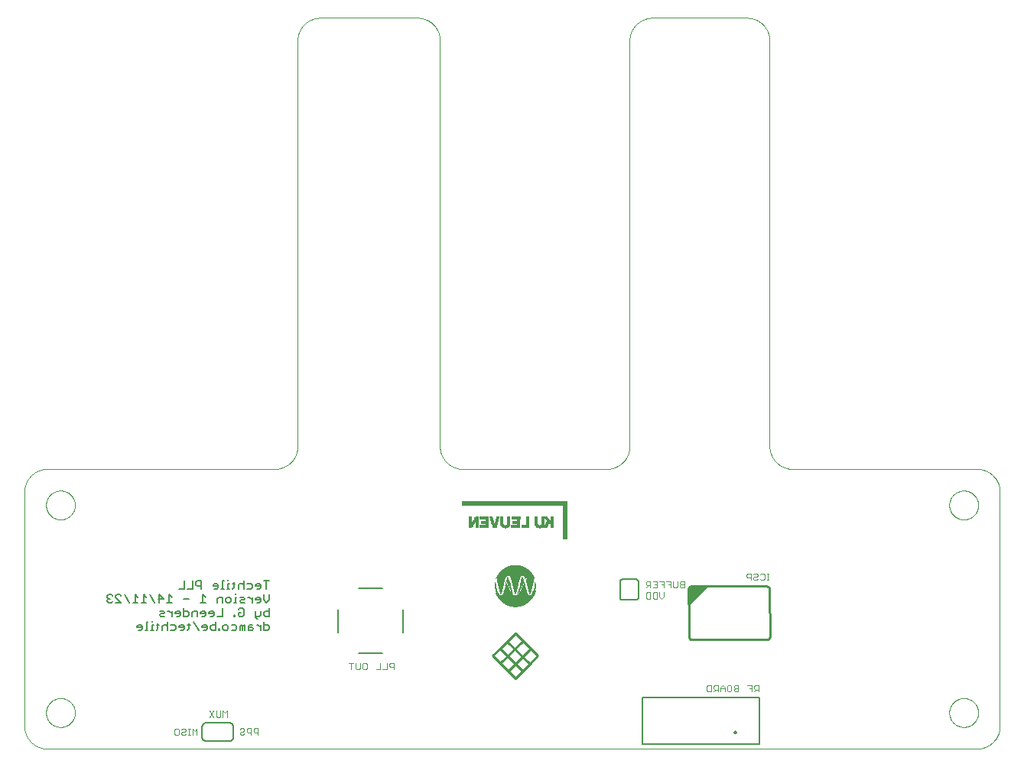
<source format=gbo>
G75*
%MOIN*%
%OFA0B0*%
%FSLAX25Y25*%
%IPPOS*%
%LPD*%
%AMOC8*
5,1,8,0,0,1.08239X$1,22.5*
%
%ADD10C,0.00000*%
%ADD11R,0.01750X0.00070*%
%ADD12R,0.01750X0.00070*%
%ADD13R,0.00560X0.00070*%
%ADD14R,0.01540X0.00070*%
%ADD15R,0.01540X0.00070*%
%ADD16R,0.01400X0.00070*%
%ADD17R,0.01260X0.00070*%
%ADD18R,0.03850X0.00070*%
%ADD19R,0.01540X0.00070*%
%ADD20R,0.02030X0.00070*%
%ADD21R,0.03430X0.00070*%
%ADD22R,0.02100X0.00070*%
%ADD23R,0.01680X0.00070*%
%ADD24R,0.01330X0.00070*%
%ADD25R,0.01610X0.00070*%
%ADD26R,0.02450X0.00070*%
%ADD27R,0.02380X0.00070*%
%ADD28R,0.01470X0.00070*%
%ADD29R,0.01260X0.00070*%
%ADD30R,0.03850X0.00070*%
%ADD31R,0.01680X0.00070*%
%ADD32R,0.02730X0.00070*%
%ADD33R,0.03430X0.00070*%
%ADD34R,0.01610X0.00070*%
%ADD35R,0.01330X0.00070*%
%ADD36R,0.01470X0.00070*%
%ADD37R,0.02870X0.00070*%
%ADD38R,0.02940X0.00070*%
%ADD39R,0.03080X0.00070*%
%ADD40R,0.01540X0.00070*%
%ADD41R,0.03290X0.00070*%
%ADD42R,0.03220X0.00070*%
%ADD43R,0.01820X0.00070*%
%ADD44R,0.03360X0.00070*%
%ADD45R,0.01820X0.00070*%
%ADD46R,0.03500X0.00070*%
%ADD47R,0.01890X0.00070*%
%ADD48R,0.03570X0.00070*%
%ADD49R,0.03640X0.00070*%
%ADD50R,0.01960X0.00070*%
%ADD51R,0.03710X0.00070*%
%ADD52R,0.03640X0.00070*%
%ADD53R,0.01960X0.00070*%
%ADD54R,0.03710X0.00070*%
%ADD55R,0.03780X0.00070*%
%ADD56R,0.02030X0.00070*%
%ADD57R,0.03920X0.00070*%
%ADD58R,0.03990X0.00070*%
%ADD59R,0.03920X0.00070*%
%ADD60R,0.01890X0.00070*%
%ADD61R,0.02170X0.00070*%
%ADD62R,0.02170X0.00070*%
%ADD63R,0.02240X0.00070*%
%ADD64R,0.02310X0.00070*%
%ADD65R,0.01470X0.00070*%
%ADD66R,0.02310X0.00070*%
%ADD67R,0.02100X0.00070*%
%ADD68R,0.02380X0.00070*%
%ADD69R,0.01400X0.00070*%
%ADD70R,0.02240X0.00070*%
%ADD71R,0.02450X0.00070*%
%ADD72R,0.02240X0.00070*%
%ADD73R,0.02520X0.00070*%
%ADD74R,0.02590X0.00070*%
%ADD75R,0.02590X0.00070*%
%ADD76R,0.03570X0.00070*%
%ADD77R,0.03570X0.00070*%
%ADD78R,0.03570X0.00070*%
%ADD79R,0.03290X0.00070*%
%ADD80R,0.01190X0.00070*%
%ADD81R,0.03290X0.00070*%
%ADD82R,0.01120X0.00070*%
%ADD83R,0.01120X0.00070*%
%ADD84R,0.03150X0.00070*%
%ADD85R,0.01190X0.00070*%
%ADD86R,0.03150X0.00070*%
%ADD87R,0.01120X0.00070*%
%ADD88R,0.03010X0.00070*%
%ADD89R,0.01120X0.00070*%
%ADD90R,0.02940X0.00070*%
%ADD91R,0.02870X0.00070*%
%ADD92R,0.02870X0.00070*%
%ADD93R,0.02800X0.00070*%
%ADD94R,0.02730X0.00070*%
%ADD95R,0.01470X0.00070*%
%ADD96R,0.03780X0.00070*%
%ADD97R,0.46270X0.00070*%
%ADD98R,0.46270X0.00070*%
%ADD99R,0.01020X0.00030*%
%ADD100R,0.01800X0.00030*%
%ADD101R,0.02310X0.00030*%
%ADD102R,0.02730X0.00030*%
%ADD103R,0.03090X0.00030*%
%ADD104R,0.03450X0.00030*%
%ADD105R,0.03750X0.00030*%
%ADD106R,0.03990X0.00030*%
%ADD107R,0.04260X0.00030*%
%ADD108R,0.04500X0.00030*%
%ADD109R,0.04710X0.00030*%
%ADD110R,0.04950X0.00030*%
%ADD111R,0.05160X0.00030*%
%ADD112R,0.05340X0.00030*%
%ADD113R,0.05550X0.00030*%
%ADD114R,0.05730X0.00030*%
%ADD115R,0.05910X0.00030*%
%ADD116R,0.06090X0.00030*%
%ADD117R,0.06210X0.00030*%
%ADD118R,0.06390X0.00030*%
%ADD119R,0.06570X0.00030*%
%ADD120R,0.06690X0.00030*%
%ADD121R,0.06870X0.00030*%
%ADD122R,0.06990X0.00030*%
%ADD123R,0.07140X0.00030*%
%ADD124R,0.07290X0.00030*%
%ADD125R,0.07410X0.00030*%
%ADD126R,0.07530X0.00030*%
%ADD127R,0.07650X0.00030*%
%ADD128R,0.07770X0.00030*%
%ADD129R,0.07920X0.00030*%
%ADD130R,0.08040X0.00030*%
%ADD131R,0.08160X0.00030*%
%ADD132R,0.08280X0.00030*%
%ADD133R,0.08370X0.00030*%
%ADD134R,0.08490X0.00030*%
%ADD135R,0.08610X0.00030*%
%ADD136R,0.08730X0.00030*%
%ADD137R,0.08850X0.00030*%
%ADD138R,0.08910X0.00030*%
%ADD139R,0.09030X0.00030*%
%ADD140R,0.09150X0.00030*%
%ADD141R,0.09270X0.00030*%
%ADD142R,0.09330X0.00030*%
%ADD143R,0.09450X0.00030*%
%ADD144R,0.09540X0.00030*%
%ADD145R,0.09630X0.00030*%
%ADD146R,0.09750X0.00030*%
%ADD147R,0.09810X0.00030*%
%ADD148R,0.09930X0.00030*%
%ADD149R,0.09990X0.00030*%
%ADD150R,0.10110X0.00030*%
%ADD151R,0.10170X0.00030*%
%ADD152R,0.10290X0.00030*%
%ADD153R,0.10350X0.00030*%
%ADD154R,0.10440X0.00030*%
%ADD155R,0.10530X0.00030*%
%ADD156R,0.10590X0.00030*%
%ADD157R,0.10710X0.00030*%
%ADD158R,0.10770X0.00030*%
%ADD159R,0.10830X0.00030*%
%ADD160R,0.10950X0.00030*%
%ADD161R,0.11010X0.00030*%
%ADD162R,0.11070X0.00030*%
%ADD163R,0.11160X0.00030*%
%ADD164R,0.11250X0.00030*%
%ADD165R,0.11310X0.00030*%
%ADD166R,0.11370X0.00030*%
%ADD167R,0.11430X0.00030*%
%ADD168R,0.11550X0.00030*%
%ADD169R,0.11610X0.00030*%
%ADD170R,0.11670X0.00030*%
%ADD171R,0.11730X0.00030*%
%ADD172R,0.11790X0.00030*%
%ADD173R,0.11910X0.00030*%
%ADD174R,0.11970X0.00030*%
%ADD175R,0.12030X0.00030*%
%ADD176R,0.12090X0.00030*%
%ADD177R,0.12150X0.00030*%
%ADD178R,0.12210X0.00030*%
%ADD179R,0.12270X0.00030*%
%ADD180R,0.12330X0.00030*%
%ADD181R,0.12390X0.00030*%
%ADD182R,0.12450X0.00030*%
%ADD183R,0.12510X0.00030*%
%ADD184R,0.12570X0.00030*%
%ADD185R,0.12630X0.00030*%
%ADD186R,0.12690X0.00030*%
%ADD187R,0.12750X0.00030*%
%ADD188R,0.12810X0.00030*%
%ADD189R,0.12870X0.00030*%
%ADD190R,0.12930X0.00030*%
%ADD191R,0.12990X0.00030*%
%ADD192R,0.13050X0.00030*%
%ADD193R,0.13110X0.00030*%
%ADD194R,0.13170X0.00030*%
%ADD195R,0.13230X0.00030*%
%ADD196R,0.13290X0.00030*%
%ADD197R,0.13350X0.00030*%
%ADD198R,0.13410X0.00030*%
%ADD199R,0.13470X0.00030*%
%ADD200R,0.13530X0.00030*%
%ADD201R,0.13590X0.00030*%
%ADD202R,0.13650X0.00030*%
%ADD203R,0.13710X0.00030*%
%ADD204R,0.13770X0.00030*%
%ADD205R,0.13830X0.00030*%
%ADD206R,0.13890X0.00030*%
%ADD207R,0.13950X0.00030*%
%ADD208R,0.14010X0.00030*%
%ADD209R,0.14070X0.00030*%
%ADD210R,0.14130X0.00030*%
%ADD211R,0.14160X0.00030*%
%ADD212R,0.14190X0.00030*%
%ADD213R,0.14250X0.00030*%
%ADD214R,0.14310X0.00030*%
%ADD215R,0.14370X0.00030*%
%ADD216R,0.14430X0.00030*%
%ADD217R,0.14490X0.00030*%
%ADD218R,0.14550X0.00030*%
%ADD219R,0.14610X0.00030*%
%ADD220R,0.14670X0.00030*%
%ADD221R,0.14700X0.00030*%
%ADD222R,0.14730X0.00030*%
%ADD223R,0.14790X0.00030*%
%ADD224R,0.14850X0.00030*%
%ADD225R,0.14910X0.00030*%
%ADD226R,0.14970X0.00030*%
%ADD227R,0.15030X0.00030*%
%ADD228R,0.15090X0.00030*%
%ADD229R,0.15150X0.00030*%
%ADD230R,0.15210X0.00030*%
%ADD231R,0.15270X0.00030*%
%ADD232R,0.15330X0.00030*%
%ADD233R,0.15390X0.00030*%
%ADD234R,0.15450X0.00030*%
%ADD235R,0.15510X0.00030*%
%ADD236R,0.15570X0.00030*%
%ADD237R,0.15630X0.00030*%
%ADD238R,0.15690X0.00030*%
%ADD239R,0.15750X0.00030*%
%ADD240R,0.15810X0.00030*%
%ADD241R,0.15870X0.00030*%
%ADD242R,0.15930X0.00030*%
%ADD243R,0.01470X0.00030*%
%ADD244R,0.06090X0.00030*%
%ADD245R,0.06060X0.00030*%
%ADD246R,0.01500X0.00030*%
%ADD247R,0.01350X0.00030*%
%ADD248R,0.01260X0.00030*%
%ADD249R,0.05520X0.00030*%
%ADD250R,0.01200X0.00030*%
%ADD251R,0.05430X0.00030*%
%ADD252R,0.05400X0.00030*%
%ADD253R,0.01230X0.00030*%
%ADD254R,0.01170X0.00030*%
%ADD255R,0.05310X0.00030*%
%ADD256R,0.05280X0.00030*%
%ADD257R,0.01140X0.00030*%
%ADD258R,0.05220X0.00030*%
%ADD259R,0.01170X0.00030*%
%ADD260R,0.01110X0.00030*%
%ADD261R,0.05130X0.00030*%
%ADD262R,0.05070X0.00030*%
%ADD263R,0.05070X0.00030*%
%ADD264R,0.01080X0.00030*%
%ADD265R,0.05010X0.00030*%
%ADD266R,0.04980X0.00030*%
%ADD267R,0.01050X0.00030*%
%ADD268R,0.04890X0.00030*%
%ADD269R,0.04830X0.00030*%
%ADD270R,0.04800X0.00030*%
%ADD271R,0.04770X0.00030*%
%ADD272R,0.04740X0.00030*%
%ADD273R,0.04680X0.00030*%
%ADD274R,0.04620X0.00030*%
%ADD275R,0.01020X0.00030*%
%ADD276R,0.04590X0.00030*%
%ADD277R,0.04560X0.00030*%
%ADD278R,0.04530X0.00030*%
%ADD279R,0.04470X0.00030*%
%ADD280R,0.04440X0.00030*%
%ADD281R,0.04410X0.00030*%
%ADD282R,0.04380X0.00030*%
%ADD283R,0.04350X0.00030*%
%ADD284R,0.00030X0.00030*%
%ADD285R,0.04320X0.00030*%
%ADD286R,0.04290X0.00030*%
%ADD287R,0.00990X0.00030*%
%ADD288R,0.00060X0.00030*%
%ADD289R,0.00090X0.00030*%
%ADD290R,0.04230X0.00030*%
%ADD291R,0.00090X0.00030*%
%ADD292R,0.04200X0.00030*%
%ADD293R,0.00990X0.00030*%
%ADD294R,0.00120X0.00030*%
%ADD295R,0.04170X0.00030*%
%ADD296R,0.00120X0.00030*%
%ADD297R,0.00150X0.00030*%
%ADD298R,0.04140X0.00030*%
%ADD299R,0.04110X0.00030*%
%ADD300R,0.00180X0.00030*%
%ADD301R,0.04080X0.00030*%
%ADD302R,0.00210X0.00030*%
%ADD303R,0.04050X0.00030*%
%ADD304R,0.04020X0.00030*%
%ADD305R,0.00240X0.00030*%
%ADD306R,0.04020X0.00030*%
%ADD307R,0.03990X0.00030*%
%ADD308R,0.00270X0.00030*%
%ADD309R,0.03960X0.00030*%
%ADD310R,0.00270X0.00030*%
%ADD311R,0.00300X0.00030*%
%ADD312R,0.03930X0.00030*%
%ADD313R,0.03900X0.00030*%
%ADD314R,0.00330X0.00030*%
%ADD315R,0.00360X0.00030*%
%ADD316R,0.03870X0.00030*%
%ADD317R,0.03840X0.00030*%
%ADD318R,0.03840X0.00030*%
%ADD319R,0.03810X0.00030*%
%ADD320R,0.00390X0.00030*%
%ADD321R,0.03780X0.00030*%
%ADD322R,0.00390X0.00030*%
%ADD323R,0.00420X0.00030*%
%ADD324R,0.00420X0.00030*%
%ADD325R,0.00450X0.00030*%
%ADD326R,0.03720X0.00030*%
%ADD327R,0.00480X0.00030*%
%ADD328R,0.03690X0.00030*%
%ADD329R,0.03660X0.00030*%
%ADD330R,0.03630X0.00030*%
%ADD331R,0.00510X0.00030*%
%ADD332R,0.03600X0.00030*%
%ADD333R,0.00540X0.00030*%
%ADD334R,0.03570X0.00030*%
%ADD335R,0.03540X0.00030*%
%ADD336R,0.00570X0.00030*%
%ADD337R,0.00570X0.00030*%
%ADD338R,0.03510X0.00030*%
%ADD339R,0.00600X0.00030*%
%ADD340R,0.03480X0.00030*%
%ADD341R,0.00630X0.00030*%
%ADD342R,0.00660X0.00030*%
%ADD343R,0.03420X0.00030*%
%ADD344R,0.03390X0.00030*%
%ADD345R,0.03390X0.00030*%
%ADD346R,0.00690X0.00030*%
%ADD347R,0.03360X0.00030*%
%ADD348R,0.00690X0.00030*%
%ADD349R,0.00720X0.00030*%
%ADD350R,0.03330X0.00030*%
%ADD351R,0.00720X0.00030*%
%ADD352R,0.03300X0.00030*%
%ADD353R,0.00750X0.00030*%
%ADD354R,0.03270X0.00030*%
%ADD355R,0.00780X0.00030*%
%ADD356R,0.03240X0.00030*%
%ADD357R,0.03210X0.00030*%
%ADD358R,0.00810X0.00030*%
%ADD359R,0.03180X0.00030*%
%ADD360R,0.00840X0.00030*%
%ADD361R,0.03150X0.00030*%
%ADD362R,0.03120X0.00030*%
%ADD363R,0.00960X0.00030*%
%ADD364R,0.03120X0.00030*%
%ADD365R,0.00240X0.00030*%
%ADD366R,0.03090X0.00030*%
%ADD367R,0.00870X0.00030*%
%ADD368R,0.00870X0.00030*%
%ADD369R,0.03060X0.00030*%
%ADD370R,0.00900X0.00030*%
%ADD371R,0.03030X0.00030*%
%ADD372R,0.03000X0.00030*%
%ADD373R,0.00930X0.00030*%
%ADD374R,0.02970X0.00030*%
%ADD375R,0.02940X0.00030*%
%ADD376R,0.02940X0.00030*%
%ADD377R,0.02910X0.00030*%
%ADD378R,0.02880X0.00030*%
%ADD379R,0.02850X0.00030*%
%ADD380R,0.02820X0.00030*%
%ADD381R,0.02790X0.00030*%
%ADD382R,0.02760X0.00030*%
%ADD383R,0.02700X0.00030*%
%ADD384R,0.02670X0.00030*%
%ADD385R,0.02670X0.00030*%
%ADD386R,0.02640X0.00030*%
%ADD387R,0.02610X0.00030*%
%ADD388R,0.02580X0.00030*%
%ADD389R,0.02550X0.00030*%
%ADD390R,0.02520X0.00030*%
%ADD391R,0.02490X0.00030*%
%ADD392R,0.01290X0.00030*%
%ADD393R,0.02490X0.00030*%
%ADD394R,0.02460X0.00030*%
%ADD395R,0.02430X0.00030*%
%ADD396R,0.01290X0.00030*%
%ADD397R,0.01320X0.00030*%
%ADD398R,0.01320X0.00030*%
%ADD399R,0.02400X0.00030*%
%ADD400R,0.02370X0.00030*%
%ADD401R,0.02340X0.00030*%
%ADD402R,0.01380X0.00030*%
%ADD403R,0.01410X0.00030*%
%ADD404R,0.02280X0.00030*%
%ADD405R,0.01440X0.00030*%
%ADD406R,0.02250X0.00030*%
%ADD407R,0.00540X0.00030*%
%ADD408R,0.02220X0.00030*%
%ADD409R,0.02220X0.00030*%
%ADD410R,0.01470X0.00030*%
%ADD411R,0.02190X0.00030*%
%ADD412R,0.02160X0.00030*%
%ADD413R,0.02130X0.00030*%
%ADD414R,0.01530X0.00030*%
%ADD415R,0.02100X0.00030*%
%ADD416R,0.01560X0.00030*%
%ADD417R,0.02070X0.00030*%
%ADD418R,0.02040X0.00030*%
%ADD419R,0.02040X0.00030*%
%ADD420R,0.01590X0.00030*%
%ADD421R,0.02010X0.00030*%
%ADD422R,0.01590X0.00030*%
%ADD423R,0.01620X0.00030*%
%ADD424R,0.01980X0.00030*%
%ADD425R,0.01620X0.00030*%
%ADD426R,0.01950X0.00030*%
%ADD427R,0.01650X0.00030*%
%ADD428R,0.01920X0.00030*%
%ADD429R,0.01680X0.00030*%
%ADD430R,0.01890X0.00030*%
%ADD431R,0.01860X0.00030*%
%ADD432R,0.01710X0.00030*%
%ADD433R,0.01830X0.00030*%
%ADD434R,0.01740X0.00030*%
%ADD435R,0.01770X0.00030*%
%ADD436R,0.01770X0.00030*%
%ADD437R,0.01890X0.00030*%
%ADD438R,0.01920X0.00030*%
%ADD439R,0.00840X0.00030*%
%ADD440R,0.02070X0.00030*%
%ADD441R,0.01140X0.00030*%
%ADD442R,0.02190X0.00030*%
%ADD443R,0.02370X0.00030*%
%ADD444R,0.02520X0.00030*%
%ADD445R,0.02790X0.00030*%
%ADD446R,0.02820X0.00030*%
%ADD447R,0.02970X0.00030*%
%ADD448R,0.03270X0.00030*%
%ADD449R,0.03420X0.00030*%
%ADD450R,0.03690X0.00030*%
%ADD451R,0.04290X0.00030*%
%ADD452R,0.04650X0.00030*%
%ADD453R,0.04890X0.00030*%
%ADD454R,0.04920X0.00030*%
%ADD455R,0.05040X0.00030*%
%ADD456R,0.05100X0.00030*%
%ADD457R,0.05190X0.00030*%
%ADD458R,0.05250X0.00030*%
%ADD459R,0.05370X0.00030*%
%ADD460R,0.05490X0.00030*%
%ADD461R,0.04170X0.00030*%
%ADD462R,0.05640X0.00030*%
%ADD463R,0.05880X0.00030*%
%ADD464R,0.15360X0.00030*%
%ADD465R,0.14100X0.00030*%
%ADD466R,0.11850X0.00030*%
%ADD467R,0.11490X0.00030*%
%ADD468R,0.11130X0.00030*%
%ADD469R,0.10890X0.00030*%
%ADD470R,0.10650X0.00030*%
%ADD471R,0.10410X0.00030*%
%ADD472R,0.10230X0.00030*%
%ADD473R,0.09900X0.00030*%
%ADD474R,0.09690X0.00030*%
%ADD475R,0.09510X0.00030*%
%ADD476R,0.09210X0.00030*%
%ADD477R,0.08790X0.00030*%
%ADD478R,0.08250X0.00030*%
%ADD479R,0.08130X0.00030*%
%ADD480R,0.08010X0.00030*%
%ADD481R,0.07890X0.00030*%
%ADD482R,0.07260X0.00030*%
%ADD483R,0.07110X0.00030*%
%ADD484R,0.06810X0.00030*%
%ADD485R,0.06510X0.00030*%
%ADD486R,0.06030X0.00030*%
%ADD487R,0.05700X0.00030*%
%ADD488R,0.04470X0.00030*%
%ADD489C,0.00600*%
%ADD490C,0.01000*%
%ADD491C,0.00400*%
%ADD492C,0.00787*%
D10*
X0013469Y0037693D02*
X0418665Y0037693D01*
X0418907Y0037696D01*
X0419148Y0037705D01*
X0419389Y0037719D01*
X0419630Y0037740D01*
X0419870Y0037766D01*
X0420110Y0037798D01*
X0420349Y0037836D01*
X0420586Y0037879D01*
X0420823Y0037929D01*
X0421058Y0037984D01*
X0421292Y0038044D01*
X0421524Y0038111D01*
X0421755Y0038182D01*
X0421984Y0038260D01*
X0422211Y0038343D01*
X0422436Y0038431D01*
X0422659Y0038525D01*
X0422879Y0038624D01*
X0423097Y0038729D01*
X0423312Y0038838D01*
X0423525Y0038953D01*
X0423735Y0039073D01*
X0423941Y0039198D01*
X0424145Y0039328D01*
X0424346Y0039463D01*
X0424543Y0039603D01*
X0424737Y0039747D01*
X0424927Y0039896D01*
X0425113Y0040050D01*
X0425296Y0040208D01*
X0425475Y0040370D01*
X0425650Y0040537D01*
X0425821Y0040708D01*
X0425988Y0040883D01*
X0426150Y0041062D01*
X0426308Y0041245D01*
X0426462Y0041431D01*
X0426611Y0041621D01*
X0426755Y0041815D01*
X0426895Y0042012D01*
X0427030Y0042213D01*
X0427160Y0042417D01*
X0427285Y0042623D01*
X0427405Y0042833D01*
X0427520Y0043046D01*
X0427629Y0043261D01*
X0427734Y0043479D01*
X0427833Y0043699D01*
X0427927Y0043922D01*
X0428015Y0044147D01*
X0428098Y0044374D01*
X0428176Y0044603D01*
X0428247Y0044834D01*
X0428314Y0045066D01*
X0428374Y0045300D01*
X0428429Y0045535D01*
X0428479Y0045772D01*
X0428522Y0046009D01*
X0428560Y0046248D01*
X0428592Y0046488D01*
X0428618Y0046728D01*
X0428639Y0046969D01*
X0428653Y0047210D01*
X0428662Y0047451D01*
X0428665Y0047693D01*
X0428665Y0149740D01*
X0428662Y0149982D01*
X0428653Y0150223D01*
X0428639Y0150464D01*
X0428618Y0150705D01*
X0428592Y0150945D01*
X0428560Y0151185D01*
X0428522Y0151424D01*
X0428479Y0151661D01*
X0428429Y0151898D01*
X0428374Y0152133D01*
X0428314Y0152367D01*
X0428247Y0152599D01*
X0428176Y0152830D01*
X0428098Y0153059D01*
X0428015Y0153286D01*
X0427927Y0153511D01*
X0427833Y0153734D01*
X0427734Y0153954D01*
X0427629Y0154172D01*
X0427520Y0154387D01*
X0427405Y0154600D01*
X0427285Y0154810D01*
X0427160Y0155016D01*
X0427030Y0155220D01*
X0426895Y0155421D01*
X0426755Y0155618D01*
X0426611Y0155812D01*
X0426462Y0156002D01*
X0426308Y0156188D01*
X0426150Y0156371D01*
X0425988Y0156550D01*
X0425821Y0156725D01*
X0425650Y0156896D01*
X0425475Y0157063D01*
X0425296Y0157225D01*
X0425113Y0157383D01*
X0424927Y0157537D01*
X0424737Y0157686D01*
X0424543Y0157830D01*
X0424346Y0157970D01*
X0424145Y0158105D01*
X0423941Y0158235D01*
X0423735Y0158360D01*
X0423525Y0158480D01*
X0423312Y0158595D01*
X0423097Y0158704D01*
X0422879Y0158809D01*
X0422659Y0158908D01*
X0422436Y0159002D01*
X0422211Y0159090D01*
X0421984Y0159173D01*
X0421755Y0159251D01*
X0421524Y0159322D01*
X0421292Y0159389D01*
X0421058Y0159449D01*
X0420823Y0159504D01*
X0420586Y0159554D01*
X0420349Y0159597D01*
X0420110Y0159635D01*
X0419870Y0159667D01*
X0419630Y0159693D01*
X0419389Y0159714D01*
X0419148Y0159728D01*
X0418907Y0159737D01*
X0418665Y0159740D01*
X0338272Y0159740D01*
X0338030Y0159743D01*
X0337789Y0159752D01*
X0337548Y0159766D01*
X0337307Y0159787D01*
X0337067Y0159813D01*
X0336827Y0159845D01*
X0336588Y0159883D01*
X0336351Y0159926D01*
X0336114Y0159976D01*
X0335879Y0160031D01*
X0335645Y0160091D01*
X0335413Y0160158D01*
X0335182Y0160229D01*
X0334953Y0160307D01*
X0334726Y0160390D01*
X0334501Y0160478D01*
X0334278Y0160572D01*
X0334058Y0160671D01*
X0333840Y0160776D01*
X0333625Y0160885D01*
X0333412Y0161000D01*
X0333202Y0161120D01*
X0332996Y0161245D01*
X0332792Y0161375D01*
X0332591Y0161510D01*
X0332394Y0161650D01*
X0332200Y0161794D01*
X0332010Y0161943D01*
X0331824Y0162097D01*
X0331641Y0162255D01*
X0331462Y0162417D01*
X0331287Y0162584D01*
X0331116Y0162755D01*
X0330949Y0162930D01*
X0330787Y0163109D01*
X0330629Y0163292D01*
X0330475Y0163478D01*
X0330326Y0163668D01*
X0330182Y0163862D01*
X0330042Y0164059D01*
X0329907Y0164260D01*
X0329777Y0164464D01*
X0329652Y0164670D01*
X0329532Y0164880D01*
X0329417Y0165093D01*
X0329308Y0165308D01*
X0329203Y0165526D01*
X0329104Y0165746D01*
X0329010Y0165969D01*
X0328922Y0166194D01*
X0328839Y0166421D01*
X0328761Y0166650D01*
X0328690Y0166881D01*
X0328623Y0167113D01*
X0328563Y0167347D01*
X0328508Y0167582D01*
X0328458Y0167819D01*
X0328415Y0168056D01*
X0328377Y0168295D01*
X0328345Y0168535D01*
X0328319Y0168775D01*
X0328298Y0169016D01*
X0328284Y0169257D01*
X0328275Y0169498D01*
X0328272Y0169740D01*
X0328272Y0346591D01*
X0328269Y0346833D01*
X0328260Y0347074D01*
X0328246Y0347315D01*
X0328225Y0347556D01*
X0328199Y0347796D01*
X0328167Y0348036D01*
X0328129Y0348275D01*
X0328086Y0348512D01*
X0328036Y0348749D01*
X0327981Y0348984D01*
X0327921Y0349218D01*
X0327854Y0349450D01*
X0327783Y0349681D01*
X0327705Y0349910D01*
X0327622Y0350137D01*
X0327534Y0350362D01*
X0327440Y0350585D01*
X0327341Y0350805D01*
X0327236Y0351023D01*
X0327127Y0351238D01*
X0327012Y0351451D01*
X0326892Y0351661D01*
X0326767Y0351867D01*
X0326637Y0352071D01*
X0326502Y0352272D01*
X0326362Y0352469D01*
X0326218Y0352663D01*
X0326069Y0352853D01*
X0325915Y0353039D01*
X0325757Y0353222D01*
X0325595Y0353401D01*
X0325428Y0353576D01*
X0325257Y0353747D01*
X0325082Y0353914D01*
X0324903Y0354076D01*
X0324720Y0354234D01*
X0324534Y0354388D01*
X0324344Y0354537D01*
X0324150Y0354681D01*
X0323953Y0354821D01*
X0323752Y0354956D01*
X0323548Y0355086D01*
X0323342Y0355211D01*
X0323132Y0355331D01*
X0322919Y0355446D01*
X0322704Y0355555D01*
X0322486Y0355660D01*
X0322266Y0355759D01*
X0322043Y0355853D01*
X0321818Y0355941D01*
X0321591Y0356024D01*
X0321362Y0356102D01*
X0321131Y0356173D01*
X0320899Y0356240D01*
X0320665Y0356300D01*
X0320430Y0356355D01*
X0320193Y0356405D01*
X0319956Y0356448D01*
X0319717Y0356486D01*
X0319477Y0356518D01*
X0319237Y0356544D01*
X0318996Y0356565D01*
X0318755Y0356579D01*
X0318514Y0356588D01*
X0318272Y0356591D01*
X0277248Y0356591D01*
X0277006Y0356588D01*
X0276765Y0356579D01*
X0276524Y0356565D01*
X0276283Y0356544D01*
X0276043Y0356518D01*
X0275803Y0356486D01*
X0275564Y0356448D01*
X0275327Y0356405D01*
X0275090Y0356355D01*
X0274855Y0356300D01*
X0274621Y0356240D01*
X0274389Y0356173D01*
X0274158Y0356102D01*
X0273929Y0356024D01*
X0273702Y0355941D01*
X0273477Y0355853D01*
X0273254Y0355759D01*
X0273034Y0355660D01*
X0272816Y0355555D01*
X0272601Y0355446D01*
X0272388Y0355331D01*
X0272178Y0355211D01*
X0271972Y0355086D01*
X0271768Y0354956D01*
X0271567Y0354821D01*
X0271370Y0354681D01*
X0271176Y0354537D01*
X0270986Y0354388D01*
X0270800Y0354234D01*
X0270617Y0354076D01*
X0270438Y0353914D01*
X0270263Y0353747D01*
X0270092Y0353576D01*
X0269925Y0353401D01*
X0269763Y0353222D01*
X0269605Y0353039D01*
X0269451Y0352853D01*
X0269302Y0352663D01*
X0269158Y0352469D01*
X0269018Y0352272D01*
X0268883Y0352071D01*
X0268753Y0351867D01*
X0268628Y0351661D01*
X0268508Y0351451D01*
X0268393Y0351238D01*
X0268284Y0351023D01*
X0268179Y0350805D01*
X0268080Y0350585D01*
X0267986Y0350362D01*
X0267898Y0350137D01*
X0267815Y0349910D01*
X0267737Y0349681D01*
X0267666Y0349450D01*
X0267599Y0349218D01*
X0267539Y0348984D01*
X0267484Y0348749D01*
X0267434Y0348512D01*
X0267391Y0348275D01*
X0267353Y0348036D01*
X0267321Y0347796D01*
X0267295Y0347556D01*
X0267274Y0347315D01*
X0267260Y0347074D01*
X0267251Y0346833D01*
X0267248Y0346591D01*
X0267248Y0169740D01*
X0267245Y0169498D01*
X0267236Y0169257D01*
X0267222Y0169016D01*
X0267201Y0168775D01*
X0267175Y0168535D01*
X0267143Y0168295D01*
X0267105Y0168056D01*
X0267062Y0167819D01*
X0267012Y0167582D01*
X0266957Y0167347D01*
X0266897Y0167113D01*
X0266830Y0166881D01*
X0266759Y0166650D01*
X0266681Y0166421D01*
X0266598Y0166194D01*
X0266510Y0165969D01*
X0266416Y0165746D01*
X0266317Y0165526D01*
X0266212Y0165308D01*
X0266103Y0165093D01*
X0265988Y0164880D01*
X0265868Y0164670D01*
X0265743Y0164464D01*
X0265613Y0164260D01*
X0265478Y0164059D01*
X0265338Y0163862D01*
X0265194Y0163668D01*
X0265045Y0163478D01*
X0264891Y0163292D01*
X0264733Y0163109D01*
X0264571Y0162930D01*
X0264404Y0162755D01*
X0264233Y0162584D01*
X0264058Y0162417D01*
X0263879Y0162255D01*
X0263696Y0162097D01*
X0263510Y0161943D01*
X0263320Y0161794D01*
X0263126Y0161650D01*
X0262929Y0161510D01*
X0262728Y0161375D01*
X0262524Y0161245D01*
X0262318Y0161120D01*
X0262108Y0161000D01*
X0261895Y0160885D01*
X0261680Y0160776D01*
X0261462Y0160671D01*
X0261242Y0160572D01*
X0261019Y0160478D01*
X0260794Y0160390D01*
X0260567Y0160307D01*
X0260338Y0160229D01*
X0260107Y0160158D01*
X0259875Y0160091D01*
X0259641Y0160031D01*
X0259406Y0159976D01*
X0259169Y0159926D01*
X0258932Y0159883D01*
X0258693Y0159845D01*
X0258453Y0159813D01*
X0258213Y0159787D01*
X0257972Y0159766D01*
X0257731Y0159752D01*
X0257490Y0159743D01*
X0257248Y0159740D01*
X0194571Y0159740D01*
X0194329Y0159743D01*
X0194088Y0159752D01*
X0193847Y0159766D01*
X0193606Y0159787D01*
X0193366Y0159813D01*
X0193126Y0159845D01*
X0192887Y0159883D01*
X0192650Y0159926D01*
X0192413Y0159976D01*
X0192178Y0160031D01*
X0191944Y0160091D01*
X0191712Y0160158D01*
X0191481Y0160229D01*
X0191252Y0160307D01*
X0191025Y0160390D01*
X0190800Y0160478D01*
X0190577Y0160572D01*
X0190357Y0160671D01*
X0190139Y0160776D01*
X0189924Y0160885D01*
X0189711Y0161000D01*
X0189501Y0161120D01*
X0189295Y0161245D01*
X0189091Y0161375D01*
X0188890Y0161510D01*
X0188693Y0161650D01*
X0188499Y0161794D01*
X0188309Y0161943D01*
X0188123Y0162097D01*
X0187940Y0162255D01*
X0187761Y0162417D01*
X0187586Y0162584D01*
X0187415Y0162755D01*
X0187248Y0162930D01*
X0187086Y0163109D01*
X0186928Y0163292D01*
X0186774Y0163478D01*
X0186625Y0163668D01*
X0186481Y0163862D01*
X0186341Y0164059D01*
X0186206Y0164260D01*
X0186076Y0164464D01*
X0185951Y0164670D01*
X0185831Y0164880D01*
X0185716Y0165093D01*
X0185607Y0165308D01*
X0185502Y0165526D01*
X0185403Y0165746D01*
X0185309Y0165969D01*
X0185221Y0166194D01*
X0185138Y0166421D01*
X0185060Y0166650D01*
X0184989Y0166881D01*
X0184922Y0167113D01*
X0184862Y0167347D01*
X0184807Y0167582D01*
X0184757Y0167819D01*
X0184714Y0168056D01*
X0184676Y0168295D01*
X0184644Y0168535D01*
X0184618Y0168775D01*
X0184597Y0169016D01*
X0184583Y0169257D01*
X0184574Y0169498D01*
X0184571Y0169740D01*
X0184571Y0346748D01*
X0184568Y0346986D01*
X0184560Y0347224D01*
X0184545Y0347461D01*
X0184525Y0347698D01*
X0184499Y0347934D01*
X0184468Y0348170D01*
X0184431Y0348405D01*
X0184388Y0348639D01*
X0184339Y0348872D01*
X0184285Y0349104D01*
X0184225Y0349334D01*
X0184160Y0349563D01*
X0184089Y0349790D01*
X0184013Y0350015D01*
X0183931Y0350238D01*
X0183844Y0350460D01*
X0183752Y0350679D01*
X0183654Y0350896D01*
X0183552Y0351110D01*
X0183444Y0351322D01*
X0183330Y0351532D01*
X0183212Y0351738D01*
X0183089Y0351942D01*
X0182961Y0352142D01*
X0182829Y0352339D01*
X0182691Y0352534D01*
X0182549Y0352724D01*
X0182402Y0352912D01*
X0182251Y0353095D01*
X0182096Y0353275D01*
X0181936Y0353451D01*
X0181772Y0353623D01*
X0181603Y0353792D01*
X0181431Y0353956D01*
X0181255Y0354116D01*
X0181075Y0354271D01*
X0180892Y0354422D01*
X0180704Y0354569D01*
X0180514Y0354711D01*
X0180319Y0354849D01*
X0180122Y0354981D01*
X0179922Y0355109D01*
X0179718Y0355232D01*
X0179512Y0355350D01*
X0179302Y0355464D01*
X0179090Y0355572D01*
X0178876Y0355674D01*
X0178659Y0355772D01*
X0178440Y0355864D01*
X0178218Y0355951D01*
X0177995Y0356033D01*
X0177770Y0356109D01*
X0177543Y0356180D01*
X0177314Y0356245D01*
X0177084Y0356305D01*
X0176852Y0356359D01*
X0176619Y0356408D01*
X0176385Y0356451D01*
X0176150Y0356488D01*
X0175914Y0356519D01*
X0175678Y0356545D01*
X0175441Y0356565D01*
X0175204Y0356580D01*
X0174966Y0356588D01*
X0174728Y0356591D01*
X0132406Y0356591D01*
X0132168Y0356588D01*
X0131930Y0356580D01*
X0131693Y0356565D01*
X0131456Y0356545D01*
X0131220Y0356519D01*
X0130984Y0356488D01*
X0130749Y0356451D01*
X0130515Y0356408D01*
X0130282Y0356359D01*
X0130050Y0356305D01*
X0129820Y0356245D01*
X0129591Y0356180D01*
X0129364Y0356109D01*
X0129139Y0356033D01*
X0128916Y0355951D01*
X0128694Y0355864D01*
X0128475Y0355772D01*
X0128258Y0355674D01*
X0128044Y0355572D01*
X0127832Y0355464D01*
X0127622Y0355350D01*
X0127416Y0355232D01*
X0127212Y0355109D01*
X0127012Y0354981D01*
X0126815Y0354849D01*
X0126620Y0354711D01*
X0126430Y0354569D01*
X0126242Y0354422D01*
X0126059Y0354271D01*
X0125879Y0354116D01*
X0125703Y0353956D01*
X0125531Y0353792D01*
X0125362Y0353623D01*
X0125198Y0353451D01*
X0125038Y0353275D01*
X0124883Y0353095D01*
X0124732Y0352912D01*
X0124585Y0352724D01*
X0124443Y0352534D01*
X0124305Y0352339D01*
X0124173Y0352142D01*
X0124045Y0351942D01*
X0123922Y0351738D01*
X0123804Y0351532D01*
X0123690Y0351322D01*
X0123582Y0351110D01*
X0123480Y0350896D01*
X0123382Y0350679D01*
X0123290Y0350460D01*
X0123203Y0350238D01*
X0123121Y0350015D01*
X0123045Y0349790D01*
X0122974Y0349563D01*
X0122909Y0349334D01*
X0122849Y0349104D01*
X0122795Y0348872D01*
X0122746Y0348639D01*
X0122703Y0348405D01*
X0122666Y0348170D01*
X0122635Y0347934D01*
X0122609Y0347698D01*
X0122589Y0347461D01*
X0122574Y0347224D01*
X0122566Y0346986D01*
X0122563Y0346748D01*
X0122563Y0169740D01*
X0122560Y0169498D01*
X0122551Y0169257D01*
X0122537Y0169016D01*
X0122516Y0168775D01*
X0122490Y0168535D01*
X0122458Y0168295D01*
X0122420Y0168056D01*
X0122377Y0167819D01*
X0122327Y0167582D01*
X0122272Y0167347D01*
X0122212Y0167113D01*
X0122145Y0166881D01*
X0122074Y0166650D01*
X0121996Y0166421D01*
X0121913Y0166194D01*
X0121825Y0165969D01*
X0121731Y0165746D01*
X0121632Y0165526D01*
X0121527Y0165308D01*
X0121418Y0165093D01*
X0121303Y0164880D01*
X0121183Y0164670D01*
X0121058Y0164464D01*
X0120928Y0164260D01*
X0120793Y0164059D01*
X0120653Y0163862D01*
X0120509Y0163668D01*
X0120360Y0163478D01*
X0120206Y0163292D01*
X0120048Y0163109D01*
X0119886Y0162930D01*
X0119719Y0162755D01*
X0119548Y0162584D01*
X0119373Y0162417D01*
X0119194Y0162255D01*
X0119011Y0162097D01*
X0118825Y0161943D01*
X0118635Y0161794D01*
X0118441Y0161650D01*
X0118244Y0161510D01*
X0118043Y0161375D01*
X0117839Y0161245D01*
X0117633Y0161120D01*
X0117423Y0161000D01*
X0117210Y0160885D01*
X0116995Y0160776D01*
X0116777Y0160671D01*
X0116557Y0160572D01*
X0116334Y0160478D01*
X0116109Y0160390D01*
X0115882Y0160307D01*
X0115653Y0160229D01*
X0115422Y0160158D01*
X0115190Y0160091D01*
X0114956Y0160031D01*
X0114721Y0159976D01*
X0114484Y0159926D01*
X0114247Y0159883D01*
X0114008Y0159845D01*
X0113768Y0159813D01*
X0113528Y0159787D01*
X0113287Y0159766D01*
X0113046Y0159752D01*
X0112805Y0159743D01*
X0112563Y0159740D01*
X0013469Y0159740D01*
X0013227Y0159737D01*
X0012986Y0159728D01*
X0012745Y0159714D01*
X0012504Y0159693D01*
X0012264Y0159667D01*
X0012024Y0159635D01*
X0011785Y0159597D01*
X0011548Y0159554D01*
X0011311Y0159504D01*
X0011076Y0159449D01*
X0010842Y0159389D01*
X0010610Y0159322D01*
X0010379Y0159251D01*
X0010150Y0159173D01*
X0009923Y0159090D01*
X0009698Y0159002D01*
X0009475Y0158908D01*
X0009255Y0158809D01*
X0009037Y0158704D01*
X0008822Y0158595D01*
X0008609Y0158480D01*
X0008399Y0158360D01*
X0008193Y0158235D01*
X0007989Y0158105D01*
X0007788Y0157970D01*
X0007591Y0157830D01*
X0007397Y0157686D01*
X0007207Y0157537D01*
X0007021Y0157383D01*
X0006838Y0157225D01*
X0006659Y0157063D01*
X0006484Y0156896D01*
X0006313Y0156725D01*
X0006146Y0156550D01*
X0005984Y0156371D01*
X0005826Y0156188D01*
X0005672Y0156002D01*
X0005523Y0155812D01*
X0005379Y0155618D01*
X0005239Y0155421D01*
X0005104Y0155220D01*
X0004974Y0155016D01*
X0004849Y0154810D01*
X0004729Y0154600D01*
X0004614Y0154387D01*
X0004505Y0154172D01*
X0004400Y0153954D01*
X0004301Y0153734D01*
X0004207Y0153511D01*
X0004119Y0153286D01*
X0004036Y0153059D01*
X0003958Y0152830D01*
X0003887Y0152599D01*
X0003820Y0152367D01*
X0003760Y0152133D01*
X0003705Y0151898D01*
X0003655Y0151661D01*
X0003612Y0151424D01*
X0003574Y0151185D01*
X0003542Y0150945D01*
X0003516Y0150705D01*
X0003495Y0150464D01*
X0003481Y0150223D01*
X0003472Y0149982D01*
X0003469Y0149740D01*
X0003469Y0047693D01*
X0003472Y0047451D01*
X0003481Y0047210D01*
X0003495Y0046969D01*
X0003516Y0046728D01*
X0003542Y0046488D01*
X0003574Y0046248D01*
X0003612Y0046009D01*
X0003655Y0045772D01*
X0003705Y0045535D01*
X0003760Y0045300D01*
X0003820Y0045066D01*
X0003887Y0044834D01*
X0003958Y0044603D01*
X0004036Y0044374D01*
X0004119Y0044147D01*
X0004207Y0043922D01*
X0004301Y0043699D01*
X0004400Y0043479D01*
X0004505Y0043261D01*
X0004614Y0043046D01*
X0004729Y0042833D01*
X0004849Y0042623D01*
X0004974Y0042417D01*
X0005104Y0042213D01*
X0005239Y0042012D01*
X0005379Y0041815D01*
X0005523Y0041621D01*
X0005672Y0041431D01*
X0005826Y0041245D01*
X0005984Y0041062D01*
X0006146Y0040883D01*
X0006313Y0040708D01*
X0006484Y0040537D01*
X0006659Y0040370D01*
X0006838Y0040208D01*
X0007021Y0040050D01*
X0007207Y0039896D01*
X0007397Y0039747D01*
X0007591Y0039603D01*
X0007788Y0039463D01*
X0007989Y0039328D01*
X0008193Y0039198D01*
X0008399Y0039073D01*
X0008609Y0038953D01*
X0008822Y0038838D01*
X0009037Y0038729D01*
X0009255Y0038624D01*
X0009475Y0038525D01*
X0009698Y0038431D01*
X0009923Y0038343D01*
X0010150Y0038260D01*
X0010379Y0038182D01*
X0010610Y0038111D01*
X0010842Y0038044D01*
X0011076Y0037984D01*
X0011311Y0037929D01*
X0011548Y0037879D01*
X0011785Y0037836D01*
X0012024Y0037798D01*
X0012264Y0037766D01*
X0012504Y0037740D01*
X0012745Y0037719D01*
X0012986Y0037705D01*
X0013227Y0037696D01*
X0013469Y0037693D01*
X0012918Y0053441D02*
X0012920Y0053599D01*
X0012926Y0053757D01*
X0012936Y0053915D01*
X0012950Y0054073D01*
X0012968Y0054230D01*
X0012989Y0054387D01*
X0013015Y0054543D01*
X0013045Y0054699D01*
X0013078Y0054854D01*
X0013116Y0055007D01*
X0013157Y0055160D01*
X0013202Y0055312D01*
X0013251Y0055463D01*
X0013304Y0055612D01*
X0013360Y0055760D01*
X0013420Y0055906D01*
X0013484Y0056051D01*
X0013552Y0056194D01*
X0013623Y0056336D01*
X0013697Y0056476D01*
X0013775Y0056613D01*
X0013857Y0056749D01*
X0013941Y0056883D01*
X0014030Y0057014D01*
X0014121Y0057143D01*
X0014216Y0057270D01*
X0014313Y0057395D01*
X0014414Y0057517D01*
X0014518Y0057636D01*
X0014625Y0057753D01*
X0014735Y0057867D01*
X0014848Y0057978D01*
X0014963Y0058087D01*
X0015081Y0058192D01*
X0015202Y0058294D01*
X0015325Y0058394D01*
X0015451Y0058490D01*
X0015579Y0058583D01*
X0015709Y0058673D01*
X0015842Y0058759D01*
X0015977Y0058843D01*
X0016113Y0058922D01*
X0016252Y0058999D01*
X0016393Y0059071D01*
X0016535Y0059141D01*
X0016679Y0059206D01*
X0016825Y0059268D01*
X0016972Y0059326D01*
X0017121Y0059381D01*
X0017271Y0059432D01*
X0017422Y0059479D01*
X0017574Y0059522D01*
X0017727Y0059561D01*
X0017882Y0059597D01*
X0018037Y0059628D01*
X0018193Y0059656D01*
X0018349Y0059680D01*
X0018506Y0059700D01*
X0018664Y0059716D01*
X0018821Y0059728D01*
X0018980Y0059736D01*
X0019138Y0059740D01*
X0019296Y0059740D01*
X0019454Y0059736D01*
X0019613Y0059728D01*
X0019770Y0059716D01*
X0019928Y0059700D01*
X0020085Y0059680D01*
X0020241Y0059656D01*
X0020397Y0059628D01*
X0020552Y0059597D01*
X0020707Y0059561D01*
X0020860Y0059522D01*
X0021012Y0059479D01*
X0021163Y0059432D01*
X0021313Y0059381D01*
X0021462Y0059326D01*
X0021609Y0059268D01*
X0021755Y0059206D01*
X0021899Y0059141D01*
X0022041Y0059071D01*
X0022182Y0058999D01*
X0022321Y0058922D01*
X0022457Y0058843D01*
X0022592Y0058759D01*
X0022725Y0058673D01*
X0022855Y0058583D01*
X0022983Y0058490D01*
X0023109Y0058394D01*
X0023232Y0058294D01*
X0023353Y0058192D01*
X0023471Y0058087D01*
X0023586Y0057978D01*
X0023699Y0057867D01*
X0023809Y0057753D01*
X0023916Y0057636D01*
X0024020Y0057517D01*
X0024121Y0057395D01*
X0024218Y0057270D01*
X0024313Y0057143D01*
X0024404Y0057014D01*
X0024493Y0056883D01*
X0024577Y0056749D01*
X0024659Y0056613D01*
X0024737Y0056476D01*
X0024811Y0056336D01*
X0024882Y0056194D01*
X0024950Y0056051D01*
X0025014Y0055906D01*
X0025074Y0055760D01*
X0025130Y0055612D01*
X0025183Y0055463D01*
X0025232Y0055312D01*
X0025277Y0055160D01*
X0025318Y0055007D01*
X0025356Y0054854D01*
X0025389Y0054699D01*
X0025419Y0054543D01*
X0025445Y0054387D01*
X0025466Y0054230D01*
X0025484Y0054073D01*
X0025498Y0053915D01*
X0025508Y0053757D01*
X0025514Y0053599D01*
X0025516Y0053441D01*
X0025514Y0053283D01*
X0025508Y0053125D01*
X0025498Y0052967D01*
X0025484Y0052809D01*
X0025466Y0052652D01*
X0025445Y0052495D01*
X0025419Y0052339D01*
X0025389Y0052183D01*
X0025356Y0052028D01*
X0025318Y0051875D01*
X0025277Y0051722D01*
X0025232Y0051570D01*
X0025183Y0051419D01*
X0025130Y0051270D01*
X0025074Y0051122D01*
X0025014Y0050976D01*
X0024950Y0050831D01*
X0024882Y0050688D01*
X0024811Y0050546D01*
X0024737Y0050406D01*
X0024659Y0050269D01*
X0024577Y0050133D01*
X0024493Y0049999D01*
X0024404Y0049868D01*
X0024313Y0049739D01*
X0024218Y0049612D01*
X0024121Y0049487D01*
X0024020Y0049365D01*
X0023916Y0049246D01*
X0023809Y0049129D01*
X0023699Y0049015D01*
X0023586Y0048904D01*
X0023471Y0048795D01*
X0023353Y0048690D01*
X0023232Y0048588D01*
X0023109Y0048488D01*
X0022983Y0048392D01*
X0022855Y0048299D01*
X0022725Y0048209D01*
X0022592Y0048123D01*
X0022457Y0048039D01*
X0022321Y0047960D01*
X0022182Y0047883D01*
X0022041Y0047811D01*
X0021899Y0047741D01*
X0021755Y0047676D01*
X0021609Y0047614D01*
X0021462Y0047556D01*
X0021313Y0047501D01*
X0021163Y0047450D01*
X0021012Y0047403D01*
X0020860Y0047360D01*
X0020707Y0047321D01*
X0020552Y0047285D01*
X0020397Y0047254D01*
X0020241Y0047226D01*
X0020085Y0047202D01*
X0019928Y0047182D01*
X0019770Y0047166D01*
X0019613Y0047154D01*
X0019454Y0047146D01*
X0019296Y0047142D01*
X0019138Y0047142D01*
X0018980Y0047146D01*
X0018821Y0047154D01*
X0018664Y0047166D01*
X0018506Y0047182D01*
X0018349Y0047202D01*
X0018193Y0047226D01*
X0018037Y0047254D01*
X0017882Y0047285D01*
X0017727Y0047321D01*
X0017574Y0047360D01*
X0017422Y0047403D01*
X0017271Y0047450D01*
X0017121Y0047501D01*
X0016972Y0047556D01*
X0016825Y0047614D01*
X0016679Y0047676D01*
X0016535Y0047741D01*
X0016393Y0047811D01*
X0016252Y0047883D01*
X0016113Y0047960D01*
X0015977Y0048039D01*
X0015842Y0048123D01*
X0015709Y0048209D01*
X0015579Y0048299D01*
X0015451Y0048392D01*
X0015325Y0048488D01*
X0015202Y0048588D01*
X0015081Y0048690D01*
X0014963Y0048795D01*
X0014848Y0048904D01*
X0014735Y0049015D01*
X0014625Y0049129D01*
X0014518Y0049246D01*
X0014414Y0049365D01*
X0014313Y0049487D01*
X0014216Y0049612D01*
X0014121Y0049739D01*
X0014030Y0049868D01*
X0013941Y0049999D01*
X0013857Y0050133D01*
X0013775Y0050269D01*
X0013697Y0050406D01*
X0013623Y0050546D01*
X0013552Y0050688D01*
X0013484Y0050831D01*
X0013420Y0050976D01*
X0013360Y0051122D01*
X0013304Y0051270D01*
X0013251Y0051419D01*
X0013202Y0051570D01*
X0013157Y0051722D01*
X0013116Y0051875D01*
X0013078Y0052028D01*
X0013045Y0052183D01*
X0013015Y0052339D01*
X0012989Y0052495D01*
X0012968Y0052652D01*
X0012950Y0052809D01*
X0012936Y0052967D01*
X0012926Y0053125D01*
X0012920Y0053283D01*
X0012918Y0053441D01*
X0012918Y0143992D02*
X0012920Y0144150D01*
X0012926Y0144308D01*
X0012936Y0144466D01*
X0012950Y0144624D01*
X0012968Y0144781D01*
X0012989Y0144938D01*
X0013015Y0145094D01*
X0013045Y0145250D01*
X0013078Y0145405D01*
X0013116Y0145558D01*
X0013157Y0145711D01*
X0013202Y0145863D01*
X0013251Y0146014D01*
X0013304Y0146163D01*
X0013360Y0146311D01*
X0013420Y0146457D01*
X0013484Y0146602D01*
X0013552Y0146745D01*
X0013623Y0146887D01*
X0013697Y0147027D01*
X0013775Y0147164D01*
X0013857Y0147300D01*
X0013941Y0147434D01*
X0014030Y0147565D01*
X0014121Y0147694D01*
X0014216Y0147821D01*
X0014313Y0147946D01*
X0014414Y0148068D01*
X0014518Y0148187D01*
X0014625Y0148304D01*
X0014735Y0148418D01*
X0014848Y0148529D01*
X0014963Y0148638D01*
X0015081Y0148743D01*
X0015202Y0148845D01*
X0015325Y0148945D01*
X0015451Y0149041D01*
X0015579Y0149134D01*
X0015709Y0149224D01*
X0015842Y0149310D01*
X0015977Y0149394D01*
X0016113Y0149473D01*
X0016252Y0149550D01*
X0016393Y0149622D01*
X0016535Y0149692D01*
X0016679Y0149757D01*
X0016825Y0149819D01*
X0016972Y0149877D01*
X0017121Y0149932D01*
X0017271Y0149983D01*
X0017422Y0150030D01*
X0017574Y0150073D01*
X0017727Y0150112D01*
X0017882Y0150148D01*
X0018037Y0150179D01*
X0018193Y0150207D01*
X0018349Y0150231D01*
X0018506Y0150251D01*
X0018664Y0150267D01*
X0018821Y0150279D01*
X0018980Y0150287D01*
X0019138Y0150291D01*
X0019296Y0150291D01*
X0019454Y0150287D01*
X0019613Y0150279D01*
X0019770Y0150267D01*
X0019928Y0150251D01*
X0020085Y0150231D01*
X0020241Y0150207D01*
X0020397Y0150179D01*
X0020552Y0150148D01*
X0020707Y0150112D01*
X0020860Y0150073D01*
X0021012Y0150030D01*
X0021163Y0149983D01*
X0021313Y0149932D01*
X0021462Y0149877D01*
X0021609Y0149819D01*
X0021755Y0149757D01*
X0021899Y0149692D01*
X0022041Y0149622D01*
X0022182Y0149550D01*
X0022321Y0149473D01*
X0022457Y0149394D01*
X0022592Y0149310D01*
X0022725Y0149224D01*
X0022855Y0149134D01*
X0022983Y0149041D01*
X0023109Y0148945D01*
X0023232Y0148845D01*
X0023353Y0148743D01*
X0023471Y0148638D01*
X0023586Y0148529D01*
X0023699Y0148418D01*
X0023809Y0148304D01*
X0023916Y0148187D01*
X0024020Y0148068D01*
X0024121Y0147946D01*
X0024218Y0147821D01*
X0024313Y0147694D01*
X0024404Y0147565D01*
X0024493Y0147434D01*
X0024577Y0147300D01*
X0024659Y0147164D01*
X0024737Y0147027D01*
X0024811Y0146887D01*
X0024882Y0146745D01*
X0024950Y0146602D01*
X0025014Y0146457D01*
X0025074Y0146311D01*
X0025130Y0146163D01*
X0025183Y0146014D01*
X0025232Y0145863D01*
X0025277Y0145711D01*
X0025318Y0145558D01*
X0025356Y0145405D01*
X0025389Y0145250D01*
X0025419Y0145094D01*
X0025445Y0144938D01*
X0025466Y0144781D01*
X0025484Y0144624D01*
X0025498Y0144466D01*
X0025508Y0144308D01*
X0025514Y0144150D01*
X0025516Y0143992D01*
X0025514Y0143834D01*
X0025508Y0143676D01*
X0025498Y0143518D01*
X0025484Y0143360D01*
X0025466Y0143203D01*
X0025445Y0143046D01*
X0025419Y0142890D01*
X0025389Y0142734D01*
X0025356Y0142579D01*
X0025318Y0142426D01*
X0025277Y0142273D01*
X0025232Y0142121D01*
X0025183Y0141970D01*
X0025130Y0141821D01*
X0025074Y0141673D01*
X0025014Y0141527D01*
X0024950Y0141382D01*
X0024882Y0141239D01*
X0024811Y0141097D01*
X0024737Y0140957D01*
X0024659Y0140820D01*
X0024577Y0140684D01*
X0024493Y0140550D01*
X0024404Y0140419D01*
X0024313Y0140290D01*
X0024218Y0140163D01*
X0024121Y0140038D01*
X0024020Y0139916D01*
X0023916Y0139797D01*
X0023809Y0139680D01*
X0023699Y0139566D01*
X0023586Y0139455D01*
X0023471Y0139346D01*
X0023353Y0139241D01*
X0023232Y0139139D01*
X0023109Y0139039D01*
X0022983Y0138943D01*
X0022855Y0138850D01*
X0022725Y0138760D01*
X0022592Y0138674D01*
X0022457Y0138590D01*
X0022321Y0138511D01*
X0022182Y0138434D01*
X0022041Y0138362D01*
X0021899Y0138292D01*
X0021755Y0138227D01*
X0021609Y0138165D01*
X0021462Y0138107D01*
X0021313Y0138052D01*
X0021163Y0138001D01*
X0021012Y0137954D01*
X0020860Y0137911D01*
X0020707Y0137872D01*
X0020552Y0137836D01*
X0020397Y0137805D01*
X0020241Y0137777D01*
X0020085Y0137753D01*
X0019928Y0137733D01*
X0019770Y0137717D01*
X0019613Y0137705D01*
X0019454Y0137697D01*
X0019296Y0137693D01*
X0019138Y0137693D01*
X0018980Y0137697D01*
X0018821Y0137705D01*
X0018664Y0137717D01*
X0018506Y0137733D01*
X0018349Y0137753D01*
X0018193Y0137777D01*
X0018037Y0137805D01*
X0017882Y0137836D01*
X0017727Y0137872D01*
X0017574Y0137911D01*
X0017422Y0137954D01*
X0017271Y0138001D01*
X0017121Y0138052D01*
X0016972Y0138107D01*
X0016825Y0138165D01*
X0016679Y0138227D01*
X0016535Y0138292D01*
X0016393Y0138362D01*
X0016252Y0138434D01*
X0016113Y0138511D01*
X0015977Y0138590D01*
X0015842Y0138674D01*
X0015709Y0138760D01*
X0015579Y0138850D01*
X0015451Y0138943D01*
X0015325Y0139039D01*
X0015202Y0139139D01*
X0015081Y0139241D01*
X0014963Y0139346D01*
X0014848Y0139455D01*
X0014735Y0139566D01*
X0014625Y0139680D01*
X0014518Y0139797D01*
X0014414Y0139916D01*
X0014313Y0140038D01*
X0014216Y0140163D01*
X0014121Y0140290D01*
X0014030Y0140419D01*
X0013941Y0140550D01*
X0013857Y0140684D01*
X0013775Y0140820D01*
X0013697Y0140957D01*
X0013623Y0141097D01*
X0013552Y0141239D01*
X0013484Y0141382D01*
X0013420Y0141527D01*
X0013360Y0141673D01*
X0013304Y0141821D01*
X0013251Y0141970D01*
X0013202Y0142121D01*
X0013157Y0142273D01*
X0013116Y0142426D01*
X0013078Y0142579D01*
X0013045Y0142734D01*
X0013015Y0142890D01*
X0012989Y0143046D01*
X0012968Y0143203D01*
X0012950Y0143360D01*
X0012936Y0143518D01*
X0012926Y0143676D01*
X0012920Y0143834D01*
X0012918Y0143992D01*
X0406618Y0143992D02*
X0406620Y0144150D01*
X0406626Y0144308D01*
X0406636Y0144466D01*
X0406650Y0144624D01*
X0406668Y0144781D01*
X0406689Y0144938D01*
X0406715Y0145094D01*
X0406745Y0145250D01*
X0406778Y0145405D01*
X0406816Y0145558D01*
X0406857Y0145711D01*
X0406902Y0145863D01*
X0406951Y0146014D01*
X0407004Y0146163D01*
X0407060Y0146311D01*
X0407120Y0146457D01*
X0407184Y0146602D01*
X0407252Y0146745D01*
X0407323Y0146887D01*
X0407397Y0147027D01*
X0407475Y0147164D01*
X0407557Y0147300D01*
X0407641Y0147434D01*
X0407730Y0147565D01*
X0407821Y0147694D01*
X0407916Y0147821D01*
X0408013Y0147946D01*
X0408114Y0148068D01*
X0408218Y0148187D01*
X0408325Y0148304D01*
X0408435Y0148418D01*
X0408548Y0148529D01*
X0408663Y0148638D01*
X0408781Y0148743D01*
X0408902Y0148845D01*
X0409025Y0148945D01*
X0409151Y0149041D01*
X0409279Y0149134D01*
X0409409Y0149224D01*
X0409542Y0149310D01*
X0409677Y0149394D01*
X0409813Y0149473D01*
X0409952Y0149550D01*
X0410093Y0149622D01*
X0410235Y0149692D01*
X0410379Y0149757D01*
X0410525Y0149819D01*
X0410672Y0149877D01*
X0410821Y0149932D01*
X0410971Y0149983D01*
X0411122Y0150030D01*
X0411274Y0150073D01*
X0411427Y0150112D01*
X0411582Y0150148D01*
X0411737Y0150179D01*
X0411893Y0150207D01*
X0412049Y0150231D01*
X0412206Y0150251D01*
X0412364Y0150267D01*
X0412521Y0150279D01*
X0412680Y0150287D01*
X0412838Y0150291D01*
X0412996Y0150291D01*
X0413154Y0150287D01*
X0413313Y0150279D01*
X0413470Y0150267D01*
X0413628Y0150251D01*
X0413785Y0150231D01*
X0413941Y0150207D01*
X0414097Y0150179D01*
X0414252Y0150148D01*
X0414407Y0150112D01*
X0414560Y0150073D01*
X0414712Y0150030D01*
X0414863Y0149983D01*
X0415013Y0149932D01*
X0415162Y0149877D01*
X0415309Y0149819D01*
X0415455Y0149757D01*
X0415599Y0149692D01*
X0415741Y0149622D01*
X0415882Y0149550D01*
X0416021Y0149473D01*
X0416157Y0149394D01*
X0416292Y0149310D01*
X0416425Y0149224D01*
X0416555Y0149134D01*
X0416683Y0149041D01*
X0416809Y0148945D01*
X0416932Y0148845D01*
X0417053Y0148743D01*
X0417171Y0148638D01*
X0417286Y0148529D01*
X0417399Y0148418D01*
X0417509Y0148304D01*
X0417616Y0148187D01*
X0417720Y0148068D01*
X0417821Y0147946D01*
X0417918Y0147821D01*
X0418013Y0147694D01*
X0418104Y0147565D01*
X0418193Y0147434D01*
X0418277Y0147300D01*
X0418359Y0147164D01*
X0418437Y0147027D01*
X0418511Y0146887D01*
X0418582Y0146745D01*
X0418650Y0146602D01*
X0418714Y0146457D01*
X0418774Y0146311D01*
X0418830Y0146163D01*
X0418883Y0146014D01*
X0418932Y0145863D01*
X0418977Y0145711D01*
X0419018Y0145558D01*
X0419056Y0145405D01*
X0419089Y0145250D01*
X0419119Y0145094D01*
X0419145Y0144938D01*
X0419166Y0144781D01*
X0419184Y0144624D01*
X0419198Y0144466D01*
X0419208Y0144308D01*
X0419214Y0144150D01*
X0419216Y0143992D01*
X0419214Y0143834D01*
X0419208Y0143676D01*
X0419198Y0143518D01*
X0419184Y0143360D01*
X0419166Y0143203D01*
X0419145Y0143046D01*
X0419119Y0142890D01*
X0419089Y0142734D01*
X0419056Y0142579D01*
X0419018Y0142426D01*
X0418977Y0142273D01*
X0418932Y0142121D01*
X0418883Y0141970D01*
X0418830Y0141821D01*
X0418774Y0141673D01*
X0418714Y0141527D01*
X0418650Y0141382D01*
X0418582Y0141239D01*
X0418511Y0141097D01*
X0418437Y0140957D01*
X0418359Y0140820D01*
X0418277Y0140684D01*
X0418193Y0140550D01*
X0418104Y0140419D01*
X0418013Y0140290D01*
X0417918Y0140163D01*
X0417821Y0140038D01*
X0417720Y0139916D01*
X0417616Y0139797D01*
X0417509Y0139680D01*
X0417399Y0139566D01*
X0417286Y0139455D01*
X0417171Y0139346D01*
X0417053Y0139241D01*
X0416932Y0139139D01*
X0416809Y0139039D01*
X0416683Y0138943D01*
X0416555Y0138850D01*
X0416425Y0138760D01*
X0416292Y0138674D01*
X0416157Y0138590D01*
X0416021Y0138511D01*
X0415882Y0138434D01*
X0415741Y0138362D01*
X0415599Y0138292D01*
X0415455Y0138227D01*
X0415309Y0138165D01*
X0415162Y0138107D01*
X0415013Y0138052D01*
X0414863Y0138001D01*
X0414712Y0137954D01*
X0414560Y0137911D01*
X0414407Y0137872D01*
X0414252Y0137836D01*
X0414097Y0137805D01*
X0413941Y0137777D01*
X0413785Y0137753D01*
X0413628Y0137733D01*
X0413470Y0137717D01*
X0413313Y0137705D01*
X0413154Y0137697D01*
X0412996Y0137693D01*
X0412838Y0137693D01*
X0412680Y0137697D01*
X0412521Y0137705D01*
X0412364Y0137717D01*
X0412206Y0137733D01*
X0412049Y0137753D01*
X0411893Y0137777D01*
X0411737Y0137805D01*
X0411582Y0137836D01*
X0411427Y0137872D01*
X0411274Y0137911D01*
X0411122Y0137954D01*
X0410971Y0138001D01*
X0410821Y0138052D01*
X0410672Y0138107D01*
X0410525Y0138165D01*
X0410379Y0138227D01*
X0410235Y0138292D01*
X0410093Y0138362D01*
X0409952Y0138434D01*
X0409813Y0138511D01*
X0409677Y0138590D01*
X0409542Y0138674D01*
X0409409Y0138760D01*
X0409279Y0138850D01*
X0409151Y0138943D01*
X0409025Y0139039D01*
X0408902Y0139139D01*
X0408781Y0139241D01*
X0408663Y0139346D01*
X0408548Y0139455D01*
X0408435Y0139566D01*
X0408325Y0139680D01*
X0408218Y0139797D01*
X0408114Y0139916D01*
X0408013Y0140038D01*
X0407916Y0140163D01*
X0407821Y0140290D01*
X0407730Y0140419D01*
X0407641Y0140550D01*
X0407557Y0140684D01*
X0407475Y0140820D01*
X0407397Y0140957D01*
X0407323Y0141097D01*
X0407252Y0141239D01*
X0407184Y0141382D01*
X0407120Y0141527D01*
X0407060Y0141673D01*
X0407004Y0141821D01*
X0406951Y0141970D01*
X0406902Y0142121D01*
X0406857Y0142273D01*
X0406816Y0142426D01*
X0406778Y0142579D01*
X0406745Y0142734D01*
X0406715Y0142890D01*
X0406689Y0143046D01*
X0406668Y0143203D01*
X0406650Y0143360D01*
X0406636Y0143518D01*
X0406626Y0143676D01*
X0406620Y0143834D01*
X0406618Y0143992D01*
X0406618Y0053441D02*
X0406620Y0053599D01*
X0406626Y0053757D01*
X0406636Y0053915D01*
X0406650Y0054073D01*
X0406668Y0054230D01*
X0406689Y0054387D01*
X0406715Y0054543D01*
X0406745Y0054699D01*
X0406778Y0054854D01*
X0406816Y0055007D01*
X0406857Y0055160D01*
X0406902Y0055312D01*
X0406951Y0055463D01*
X0407004Y0055612D01*
X0407060Y0055760D01*
X0407120Y0055906D01*
X0407184Y0056051D01*
X0407252Y0056194D01*
X0407323Y0056336D01*
X0407397Y0056476D01*
X0407475Y0056613D01*
X0407557Y0056749D01*
X0407641Y0056883D01*
X0407730Y0057014D01*
X0407821Y0057143D01*
X0407916Y0057270D01*
X0408013Y0057395D01*
X0408114Y0057517D01*
X0408218Y0057636D01*
X0408325Y0057753D01*
X0408435Y0057867D01*
X0408548Y0057978D01*
X0408663Y0058087D01*
X0408781Y0058192D01*
X0408902Y0058294D01*
X0409025Y0058394D01*
X0409151Y0058490D01*
X0409279Y0058583D01*
X0409409Y0058673D01*
X0409542Y0058759D01*
X0409677Y0058843D01*
X0409813Y0058922D01*
X0409952Y0058999D01*
X0410093Y0059071D01*
X0410235Y0059141D01*
X0410379Y0059206D01*
X0410525Y0059268D01*
X0410672Y0059326D01*
X0410821Y0059381D01*
X0410971Y0059432D01*
X0411122Y0059479D01*
X0411274Y0059522D01*
X0411427Y0059561D01*
X0411582Y0059597D01*
X0411737Y0059628D01*
X0411893Y0059656D01*
X0412049Y0059680D01*
X0412206Y0059700D01*
X0412364Y0059716D01*
X0412521Y0059728D01*
X0412680Y0059736D01*
X0412838Y0059740D01*
X0412996Y0059740D01*
X0413154Y0059736D01*
X0413313Y0059728D01*
X0413470Y0059716D01*
X0413628Y0059700D01*
X0413785Y0059680D01*
X0413941Y0059656D01*
X0414097Y0059628D01*
X0414252Y0059597D01*
X0414407Y0059561D01*
X0414560Y0059522D01*
X0414712Y0059479D01*
X0414863Y0059432D01*
X0415013Y0059381D01*
X0415162Y0059326D01*
X0415309Y0059268D01*
X0415455Y0059206D01*
X0415599Y0059141D01*
X0415741Y0059071D01*
X0415882Y0058999D01*
X0416021Y0058922D01*
X0416157Y0058843D01*
X0416292Y0058759D01*
X0416425Y0058673D01*
X0416555Y0058583D01*
X0416683Y0058490D01*
X0416809Y0058394D01*
X0416932Y0058294D01*
X0417053Y0058192D01*
X0417171Y0058087D01*
X0417286Y0057978D01*
X0417399Y0057867D01*
X0417509Y0057753D01*
X0417616Y0057636D01*
X0417720Y0057517D01*
X0417821Y0057395D01*
X0417918Y0057270D01*
X0418013Y0057143D01*
X0418104Y0057014D01*
X0418193Y0056883D01*
X0418277Y0056749D01*
X0418359Y0056613D01*
X0418437Y0056476D01*
X0418511Y0056336D01*
X0418582Y0056194D01*
X0418650Y0056051D01*
X0418714Y0055906D01*
X0418774Y0055760D01*
X0418830Y0055612D01*
X0418883Y0055463D01*
X0418932Y0055312D01*
X0418977Y0055160D01*
X0419018Y0055007D01*
X0419056Y0054854D01*
X0419089Y0054699D01*
X0419119Y0054543D01*
X0419145Y0054387D01*
X0419166Y0054230D01*
X0419184Y0054073D01*
X0419198Y0053915D01*
X0419208Y0053757D01*
X0419214Y0053599D01*
X0419216Y0053441D01*
X0419214Y0053283D01*
X0419208Y0053125D01*
X0419198Y0052967D01*
X0419184Y0052809D01*
X0419166Y0052652D01*
X0419145Y0052495D01*
X0419119Y0052339D01*
X0419089Y0052183D01*
X0419056Y0052028D01*
X0419018Y0051875D01*
X0418977Y0051722D01*
X0418932Y0051570D01*
X0418883Y0051419D01*
X0418830Y0051270D01*
X0418774Y0051122D01*
X0418714Y0050976D01*
X0418650Y0050831D01*
X0418582Y0050688D01*
X0418511Y0050546D01*
X0418437Y0050406D01*
X0418359Y0050269D01*
X0418277Y0050133D01*
X0418193Y0049999D01*
X0418104Y0049868D01*
X0418013Y0049739D01*
X0417918Y0049612D01*
X0417821Y0049487D01*
X0417720Y0049365D01*
X0417616Y0049246D01*
X0417509Y0049129D01*
X0417399Y0049015D01*
X0417286Y0048904D01*
X0417171Y0048795D01*
X0417053Y0048690D01*
X0416932Y0048588D01*
X0416809Y0048488D01*
X0416683Y0048392D01*
X0416555Y0048299D01*
X0416425Y0048209D01*
X0416292Y0048123D01*
X0416157Y0048039D01*
X0416021Y0047960D01*
X0415882Y0047883D01*
X0415741Y0047811D01*
X0415599Y0047741D01*
X0415455Y0047676D01*
X0415309Y0047614D01*
X0415162Y0047556D01*
X0415013Y0047501D01*
X0414863Y0047450D01*
X0414712Y0047403D01*
X0414560Y0047360D01*
X0414407Y0047321D01*
X0414252Y0047285D01*
X0414097Y0047254D01*
X0413941Y0047226D01*
X0413785Y0047202D01*
X0413628Y0047182D01*
X0413470Y0047166D01*
X0413313Y0047154D01*
X0413154Y0047146D01*
X0412996Y0047142D01*
X0412838Y0047142D01*
X0412680Y0047146D01*
X0412521Y0047154D01*
X0412364Y0047166D01*
X0412206Y0047182D01*
X0412049Y0047202D01*
X0411893Y0047226D01*
X0411737Y0047254D01*
X0411582Y0047285D01*
X0411427Y0047321D01*
X0411274Y0047360D01*
X0411122Y0047403D01*
X0410971Y0047450D01*
X0410821Y0047501D01*
X0410672Y0047556D01*
X0410525Y0047614D01*
X0410379Y0047676D01*
X0410235Y0047741D01*
X0410093Y0047811D01*
X0409952Y0047883D01*
X0409813Y0047960D01*
X0409677Y0048039D01*
X0409542Y0048123D01*
X0409409Y0048209D01*
X0409279Y0048299D01*
X0409151Y0048392D01*
X0409025Y0048488D01*
X0408902Y0048588D01*
X0408781Y0048690D01*
X0408663Y0048795D01*
X0408548Y0048904D01*
X0408435Y0049015D01*
X0408325Y0049129D01*
X0408218Y0049246D01*
X0408114Y0049365D01*
X0408013Y0049487D01*
X0407916Y0049612D01*
X0407821Y0049739D01*
X0407730Y0049868D01*
X0407641Y0049999D01*
X0407557Y0050133D01*
X0407475Y0050269D01*
X0407397Y0050406D01*
X0407323Y0050546D01*
X0407252Y0050688D01*
X0407184Y0050831D01*
X0407120Y0050976D01*
X0407060Y0051122D01*
X0407004Y0051270D01*
X0406951Y0051419D01*
X0406902Y0051570D01*
X0406857Y0051722D01*
X0406816Y0051875D01*
X0406778Y0052028D01*
X0406745Y0052183D01*
X0406715Y0052339D01*
X0406689Y0052495D01*
X0406668Y0052652D01*
X0406650Y0052809D01*
X0406636Y0052967D01*
X0406626Y0053125D01*
X0406620Y0053283D01*
X0406618Y0053441D01*
D11*
X0239273Y0128922D03*
X0239273Y0129062D03*
X0239273Y0129132D03*
X0239273Y0129272D03*
X0239273Y0129412D03*
X0239273Y0129482D03*
X0239273Y0129622D03*
X0239273Y0129762D03*
X0239273Y0129832D03*
X0239273Y0129972D03*
X0239273Y0130112D03*
X0239273Y0130182D03*
X0239273Y0130322D03*
X0239273Y0130462D03*
X0239273Y0130532D03*
X0239273Y0130672D03*
X0239273Y0130812D03*
X0239273Y0130882D03*
X0239273Y0131022D03*
X0239273Y0131162D03*
X0239273Y0131232D03*
X0239273Y0131372D03*
X0239273Y0131512D03*
X0239273Y0131582D03*
X0239273Y0131722D03*
X0239273Y0131862D03*
X0239273Y0131932D03*
X0239273Y0132072D03*
X0239273Y0132212D03*
X0239273Y0132282D03*
X0239273Y0132422D03*
X0239273Y0132562D03*
X0239273Y0132632D03*
X0239273Y0132772D03*
X0239273Y0132912D03*
X0239273Y0132982D03*
X0239273Y0133122D03*
X0239273Y0133262D03*
X0239273Y0133332D03*
X0239273Y0133472D03*
X0239273Y0133612D03*
X0239273Y0133682D03*
X0239273Y0133822D03*
X0239273Y0133962D03*
X0239273Y0134032D03*
X0239273Y0134172D03*
X0239273Y0134312D03*
X0239273Y0134382D03*
X0239273Y0134522D03*
X0239273Y0134662D03*
X0239273Y0134732D03*
X0239273Y0134872D03*
X0239273Y0135012D03*
X0239273Y0135082D03*
X0239273Y0135222D03*
X0239273Y0135362D03*
X0239273Y0135432D03*
X0239273Y0135572D03*
X0239273Y0135712D03*
X0239273Y0135782D03*
X0239273Y0135922D03*
X0239273Y0136062D03*
X0239273Y0136132D03*
X0239273Y0136272D03*
X0239273Y0136412D03*
X0239273Y0136482D03*
X0239273Y0136622D03*
X0239273Y0136762D03*
X0239273Y0136832D03*
X0239273Y0136972D03*
X0239273Y0137112D03*
X0239273Y0137182D03*
X0239273Y0137322D03*
X0239273Y0137462D03*
X0239273Y0137532D03*
X0239273Y0137672D03*
X0239273Y0137812D03*
X0239273Y0137882D03*
X0239273Y0138022D03*
X0239273Y0138162D03*
X0239273Y0138232D03*
X0239273Y0138372D03*
X0239273Y0138512D03*
X0239273Y0138582D03*
X0239273Y0138722D03*
X0239273Y0138862D03*
X0239273Y0138932D03*
X0239273Y0139072D03*
X0239273Y0139212D03*
X0239273Y0139282D03*
X0239273Y0139422D03*
X0239273Y0139562D03*
X0239273Y0139632D03*
X0239273Y0139772D03*
X0239273Y0139912D03*
X0239273Y0139982D03*
X0239273Y0140122D03*
X0239273Y0140262D03*
X0239273Y0140332D03*
X0239273Y0140472D03*
X0239273Y0140612D03*
X0239273Y0140682D03*
X0239273Y0140822D03*
X0239273Y0140962D03*
X0239273Y0141032D03*
X0239273Y0141172D03*
X0239273Y0141312D03*
X0239273Y0141382D03*
X0239273Y0141522D03*
X0239273Y0141662D03*
X0239273Y0141732D03*
X0239273Y0141872D03*
X0239273Y0142012D03*
X0239273Y0142082D03*
X0239273Y0142222D03*
X0239273Y0142362D03*
X0239273Y0142432D03*
X0239273Y0142572D03*
X0239273Y0142712D03*
X0239273Y0142782D03*
X0239273Y0142922D03*
X0239273Y0143062D03*
X0239273Y0143132D03*
X0239273Y0143272D03*
X0239273Y0143412D03*
X0239273Y0143482D03*
X0239273Y0143622D03*
X0233233Y0135782D03*
X0208403Y0134312D03*
X0200563Y0138022D03*
X0198113Y0134662D03*
D12*
X0200563Y0138092D03*
X0208403Y0134242D03*
X0226883Y0134942D03*
X0239273Y0134942D03*
X0239273Y0134802D03*
X0239273Y0134592D03*
X0239273Y0134452D03*
X0239273Y0134242D03*
X0239273Y0134102D03*
X0239273Y0133892D03*
X0239273Y0133752D03*
X0239273Y0133542D03*
X0239273Y0133402D03*
X0239273Y0133192D03*
X0239273Y0133052D03*
X0239273Y0132842D03*
X0239273Y0132702D03*
X0239273Y0132492D03*
X0239273Y0132352D03*
X0239273Y0132142D03*
X0239273Y0132002D03*
X0239273Y0131792D03*
X0239273Y0131652D03*
X0239273Y0131442D03*
X0239273Y0131302D03*
X0239273Y0131092D03*
X0239273Y0130952D03*
X0239273Y0130742D03*
X0239273Y0130602D03*
X0239273Y0130392D03*
X0239273Y0130252D03*
X0239273Y0130042D03*
X0239273Y0129902D03*
X0239273Y0129692D03*
X0239273Y0129552D03*
X0239273Y0129342D03*
X0239273Y0129202D03*
X0239273Y0128992D03*
X0239273Y0135152D03*
X0239273Y0135292D03*
X0239273Y0135502D03*
X0239273Y0135642D03*
X0239273Y0135852D03*
X0239273Y0135992D03*
X0239273Y0136202D03*
X0239273Y0136342D03*
X0239273Y0136552D03*
X0239273Y0136692D03*
X0239273Y0136902D03*
X0239273Y0137042D03*
X0239273Y0137252D03*
X0239273Y0137392D03*
X0239273Y0137602D03*
X0239273Y0137742D03*
X0239273Y0137952D03*
X0239273Y0138092D03*
X0239273Y0138302D03*
X0239273Y0138442D03*
X0239273Y0138652D03*
X0239273Y0138792D03*
X0239273Y0139002D03*
X0239273Y0139142D03*
X0239273Y0139352D03*
X0239273Y0139492D03*
X0239273Y0139702D03*
X0239273Y0139842D03*
X0239273Y0140052D03*
X0239273Y0140192D03*
X0239273Y0140402D03*
X0239273Y0140542D03*
X0239273Y0140752D03*
X0239273Y0140892D03*
X0239273Y0141102D03*
X0239273Y0141242D03*
X0239273Y0141452D03*
X0239273Y0141592D03*
X0239273Y0141802D03*
X0239273Y0141942D03*
X0239273Y0142152D03*
X0239273Y0142292D03*
X0239273Y0142502D03*
X0239273Y0142642D03*
X0239273Y0142852D03*
X0239273Y0142992D03*
X0239273Y0143202D03*
X0239273Y0143342D03*
X0239273Y0143552D03*
D13*
X0228038Y0133822D03*
X0213058Y0133822D03*
D14*
X0213058Y0133892D03*
X0200668Y0138442D03*
X0198008Y0134242D03*
X0231168Y0137952D03*
X0231378Y0137742D03*
D15*
X0230888Y0138302D03*
X0228038Y0133892D03*
D16*
X0229368Y0135222D03*
X0229438Y0135362D03*
X0229438Y0135432D03*
X0226638Y0135432D03*
X0226638Y0135362D03*
X0222928Y0135082D03*
X0218868Y0135082D03*
X0218868Y0135782D03*
X0214458Y0135362D03*
X0211728Y0135222D03*
X0211658Y0135572D03*
X0207038Y0138162D03*
X0205148Y0137532D03*
X0205148Y0135782D03*
X0205148Y0135082D03*
X0197938Y0134032D03*
X0197938Y0133962D03*
X0233408Y0135432D03*
X0233408Y0137112D03*
D17*
X0214528Y0137112D03*
X0214528Y0137182D03*
X0214528Y0137322D03*
X0214528Y0137462D03*
X0214528Y0137532D03*
X0214528Y0137672D03*
X0214528Y0137812D03*
X0214528Y0137882D03*
X0214528Y0138022D03*
X0214528Y0138162D03*
X0214528Y0138232D03*
X0214528Y0138372D03*
X0214528Y0138512D03*
X0214528Y0138582D03*
X0214528Y0136972D03*
X0214528Y0136832D03*
X0214528Y0136762D03*
X0214528Y0136622D03*
X0214528Y0136482D03*
X0214528Y0136412D03*
X0214528Y0136272D03*
X0214528Y0136132D03*
X0214528Y0136062D03*
X0214528Y0135922D03*
X0209488Y0137112D03*
X0209488Y0137182D03*
X0209418Y0136972D03*
X0209418Y0136832D03*
X0209348Y0136622D03*
X0209278Y0136482D03*
X0209278Y0136412D03*
X0209208Y0136132D03*
X0209208Y0136062D03*
X0209138Y0135922D03*
X0207738Y0135782D03*
X0207668Y0135922D03*
X0207598Y0136132D03*
X0207528Y0136412D03*
X0207528Y0136482D03*
X0207458Y0136622D03*
X0207458Y0136762D03*
X0207388Y0136832D03*
X0207388Y0136972D03*
X0207318Y0137112D03*
X0207318Y0137182D03*
X0207248Y0137462D03*
X0207178Y0137672D03*
X0209558Y0137462D03*
X0209628Y0137672D03*
X0209768Y0138162D03*
X0200808Y0136482D03*
X0200808Y0136412D03*
X0200808Y0136272D03*
X0200808Y0136132D03*
X0200808Y0136062D03*
X0200808Y0135922D03*
X0200808Y0135782D03*
X0200808Y0135712D03*
X0200808Y0135572D03*
X0200808Y0135432D03*
X0200808Y0135362D03*
X0200808Y0135222D03*
X0200808Y0135082D03*
X0200808Y0135012D03*
X0200808Y0134872D03*
X0200808Y0134732D03*
X0200808Y0134662D03*
X0200808Y0134522D03*
X0200808Y0134382D03*
X0200808Y0134312D03*
X0200808Y0134172D03*
X0200808Y0134032D03*
X0200808Y0133962D03*
X0197868Y0136272D03*
X0197868Y0136412D03*
X0197868Y0136482D03*
X0197868Y0136622D03*
X0197868Y0136762D03*
X0197868Y0136832D03*
X0197868Y0136972D03*
X0197868Y0137112D03*
X0197868Y0137182D03*
X0197868Y0137322D03*
X0197868Y0137462D03*
X0197868Y0137532D03*
X0197868Y0137672D03*
X0197868Y0137812D03*
X0197868Y0137882D03*
X0197868Y0138022D03*
X0197868Y0138162D03*
X0197868Y0138232D03*
X0197868Y0138372D03*
X0197868Y0138512D03*
X0197868Y0138582D03*
D18*
X0203923Y0135012D03*
X0203923Y0134872D03*
X0203923Y0134732D03*
X0203923Y0134662D03*
X0203923Y0134522D03*
X0203923Y0134382D03*
X0203923Y0134312D03*
X0203923Y0134172D03*
X0203923Y0134032D03*
X0203923Y0133962D03*
X0213093Y0134732D03*
X0217643Y0134732D03*
X0217643Y0134662D03*
X0217643Y0134522D03*
X0217643Y0134382D03*
X0217643Y0134312D03*
X0217643Y0134172D03*
X0217643Y0134032D03*
X0217643Y0133962D03*
X0217643Y0134872D03*
X0217643Y0135012D03*
D19*
X0208438Y0133962D03*
X0231238Y0137882D03*
X0231588Y0137462D03*
X0233338Y0135572D03*
D20*
X0213093Y0133962D03*
X0208403Y0134732D03*
X0200423Y0137532D03*
X0198253Y0135222D03*
D21*
X0213093Y0134382D03*
X0221913Y0134382D03*
X0221913Y0134312D03*
X0221913Y0134172D03*
X0221913Y0134032D03*
X0221913Y0133962D03*
X0221913Y0134522D03*
X0221913Y0134662D03*
X0221913Y0134732D03*
X0221913Y0134872D03*
X0221913Y0135012D03*
D22*
X0228038Y0133962D03*
X0208438Y0134872D03*
X0200388Y0137462D03*
X0198288Y0135362D03*
D23*
X0198078Y0134522D03*
X0200598Y0138162D03*
X0200598Y0138232D03*
X0208438Y0134172D03*
X0230258Y0133962D03*
X0230328Y0134032D03*
X0230398Y0134172D03*
X0230538Y0134382D03*
X0233268Y0135712D03*
D24*
X0233443Y0135362D03*
X0233443Y0135222D03*
X0233443Y0135082D03*
X0233443Y0135012D03*
X0233443Y0134872D03*
X0233443Y0134732D03*
X0233443Y0134662D03*
X0233443Y0134522D03*
X0233443Y0134382D03*
X0233443Y0134312D03*
X0233443Y0134172D03*
X0233443Y0134032D03*
X0233443Y0133962D03*
X0233443Y0137182D03*
X0233443Y0137322D03*
X0233443Y0137462D03*
X0233443Y0137532D03*
X0233443Y0137672D03*
X0233443Y0137812D03*
X0233443Y0137882D03*
X0233443Y0138022D03*
X0233443Y0138162D03*
X0233443Y0138232D03*
X0233443Y0138372D03*
X0233443Y0138512D03*
X0233443Y0138582D03*
X0229473Y0138582D03*
X0229473Y0138512D03*
X0229473Y0138372D03*
X0229473Y0138232D03*
X0229473Y0138162D03*
X0229473Y0138022D03*
X0229473Y0137882D03*
X0229473Y0137812D03*
X0229473Y0137672D03*
X0229473Y0137532D03*
X0229473Y0137462D03*
X0229473Y0137322D03*
X0229473Y0137182D03*
X0229473Y0137112D03*
X0229473Y0136972D03*
X0229473Y0136832D03*
X0229473Y0136762D03*
X0229473Y0136622D03*
X0229473Y0136482D03*
X0229473Y0136412D03*
X0229473Y0136272D03*
X0229473Y0136132D03*
X0229473Y0136062D03*
X0229473Y0135922D03*
X0229473Y0135782D03*
X0229473Y0135712D03*
X0229473Y0135572D03*
X0226603Y0135572D03*
X0226603Y0135712D03*
X0226603Y0135782D03*
X0226603Y0135922D03*
X0226603Y0136062D03*
X0226603Y0136132D03*
X0226603Y0136272D03*
X0226603Y0136412D03*
X0226603Y0136482D03*
X0226603Y0136622D03*
X0226603Y0136762D03*
X0226603Y0136832D03*
X0226603Y0136972D03*
X0226603Y0137112D03*
X0226603Y0137182D03*
X0226603Y0137322D03*
X0226603Y0137462D03*
X0226603Y0137532D03*
X0226603Y0137672D03*
X0226603Y0137812D03*
X0226603Y0137882D03*
X0226603Y0138022D03*
X0226603Y0138162D03*
X0226603Y0138232D03*
X0226603Y0138372D03*
X0226603Y0138512D03*
X0226603Y0138582D03*
X0222963Y0138582D03*
X0222963Y0138512D03*
X0222963Y0138372D03*
X0222963Y0138232D03*
X0222963Y0138162D03*
X0222963Y0138022D03*
X0222963Y0137882D03*
X0222963Y0137812D03*
X0222963Y0137672D03*
X0222963Y0137532D03*
X0222963Y0137462D03*
X0222963Y0137322D03*
X0222963Y0137182D03*
X0222963Y0137112D03*
X0222963Y0136972D03*
X0222963Y0136832D03*
X0222963Y0136762D03*
X0222963Y0136622D03*
X0222963Y0136482D03*
X0222963Y0136412D03*
X0222963Y0136272D03*
X0222963Y0136132D03*
X0222963Y0136062D03*
X0222963Y0135922D03*
X0222963Y0135782D03*
X0222963Y0135712D03*
X0222963Y0135572D03*
X0222963Y0135432D03*
X0222963Y0135362D03*
X0222963Y0135222D03*
X0218903Y0135222D03*
X0218903Y0135362D03*
X0218903Y0135432D03*
X0218903Y0135572D03*
X0218903Y0135712D03*
X0218903Y0136972D03*
X0218903Y0137112D03*
X0218903Y0137182D03*
X0218903Y0137322D03*
X0218903Y0137462D03*
X0218903Y0137532D03*
X0214493Y0135782D03*
X0214493Y0135712D03*
X0214493Y0135572D03*
X0214493Y0135432D03*
X0211693Y0135432D03*
X0211693Y0135362D03*
X0211623Y0135712D03*
X0211623Y0135782D03*
X0211623Y0135922D03*
X0211623Y0136062D03*
X0211623Y0136132D03*
X0211623Y0136272D03*
X0211623Y0136412D03*
X0211623Y0136482D03*
X0211623Y0136622D03*
X0211623Y0136762D03*
X0211623Y0136832D03*
X0211623Y0136972D03*
X0211623Y0137112D03*
X0211623Y0137182D03*
X0211623Y0137322D03*
X0211623Y0137462D03*
X0211623Y0137532D03*
X0211623Y0137672D03*
X0211623Y0137812D03*
X0211623Y0137882D03*
X0211623Y0138022D03*
X0211623Y0138162D03*
X0211623Y0138232D03*
X0211623Y0138372D03*
X0211623Y0138512D03*
X0211623Y0138582D03*
X0209873Y0138582D03*
X0209873Y0138512D03*
X0209803Y0138372D03*
X0209803Y0138232D03*
X0209733Y0138022D03*
X0209663Y0137882D03*
X0209663Y0137812D03*
X0209593Y0137532D03*
X0209523Y0137322D03*
X0209383Y0136762D03*
X0209243Y0136272D03*
X0209103Y0135782D03*
X0207283Y0137322D03*
X0207213Y0137532D03*
X0207143Y0137812D03*
X0207143Y0137882D03*
X0207073Y0138022D03*
X0207003Y0138232D03*
X0207003Y0138372D03*
X0206933Y0138512D03*
X0206933Y0138582D03*
X0205183Y0137462D03*
X0205183Y0137322D03*
X0205183Y0137182D03*
X0205183Y0137112D03*
X0205183Y0136972D03*
X0205183Y0135712D03*
X0205183Y0135572D03*
X0205183Y0135432D03*
X0205183Y0135362D03*
X0205183Y0135222D03*
X0197903Y0136132D03*
D25*
X0198043Y0134382D03*
X0200633Y0138372D03*
X0208403Y0134032D03*
X0214283Y0135012D03*
X0226813Y0135012D03*
X0229263Y0135012D03*
X0230503Y0134312D03*
X0230643Y0134522D03*
X0230713Y0134662D03*
X0230783Y0134732D03*
X0230853Y0134872D03*
X0230923Y0135012D03*
X0230993Y0135082D03*
X0231063Y0135222D03*
X0231203Y0135362D03*
X0231203Y0135432D03*
X0231413Y0135712D03*
X0231483Y0135782D03*
X0231133Y0138022D03*
X0230993Y0138162D03*
X0230923Y0138232D03*
X0230853Y0138372D03*
X0230713Y0138512D03*
X0230643Y0138582D03*
D26*
X0213093Y0134032D03*
X0208403Y0135432D03*
X0200213Y0136762D03*
X0198463Y0135922D03*
D27*
X0198428Y0135782D03*
X0200248Y0136832D03*
X0208438Y0135362D03*
X0228038Y0134032D03*
D28*
X0229403Y0135292D03*
X0231623Y0137392D03*
X0231763Y0137252D03*
X0233373Y0135502D03*
X0214423Y0135152D03*
X0211763Y0135152D03*
X0205113Y0137602D03*
X0200703Y0138652D03*
X0197973Y0134102D03*
D29*
X0197868Y0136202D03*
X0197868Y0136342D03*
X0197868Y0136552D03*
X0197868Y0136692D03*
X0197868Y0136902D03*
X0197868Y0137042D03*
X0197868Y0137252D03*
X0197868Y0137392D03*
X0197868Y0137602D03*
X0197868Y0137742D03*
X0197868Y0137952D03*
X0197868Y0138092D03*
X0197868Y0138302D03*
X0197868Y0138442D03*
X0197868Y0138652D03*
X0200808Y0136342D03*
X0200808Y0136202D03*
X0200808Y0135992D03*
X0200808Y0135852D03*
X0200808Y0135642D03*
X0200808Y0135502D03*
X0200808Y0135292D03*
X0200808Y0135152D03*
X0200808Y0134942D03*
X0200808Y0134802D03*
X0200808Y0134592D03*
X0200808Y0134452D03*
X0200808Y0134242D03*
X0200808Y0134102D03*
X0207388Y0136902D03*
X0207458Y0136692D03*
X0207458Y0136552D03*
X0207528Y0136342D03*
X0207598Y0136202D03*
X0207668Y0135992D03*
X0207668Y0135852D03*
X0209138Y0135852D03*
X0209138Y0135992D03*
X0209208Y0136202D03*
X0209278Y0136342D03*
X0209348Y0136552D03*
X0209348Y0136692D03*
X0209418Y0136902D03*
X0209558Y0137392D03*
X0209698Y0137952D03*
X0207248Y0137392D03*
X0214528Y0137392D03*
X0214528Y0137252D03*
X0214528Y0137042D03*
X0214528Y0136902D03*
X0214528Y0136692D03*
X0214528Y0136552D03*
X0214528Y0136342D03*
X0214528Y0136202D03*
X0214528Y0135992D03*
X0214528Y0137602D03*
X0214528Y0137742D03*
X0214528Y0137952D03*
X0214528Y0138092D03*
X0214528Y0138302D03*
X0214528Y0138442D03*
X0214528Y0138652D03*
D30*
X0213093Y0134802D03*
X0217643Y0134802D03*
X0217643Y0134942D03*
X0217643Y0134592D03*
X0217643Y0134452D03*
X0217643Y0134242D03*
X0217643Y0134102D03*
X0203923Y0134102D03*
X0203923Y0134242D03*
X0203923Y0134452D03*
X0203923Y0134592D03*
X0203923Y0134802D03*
X0203923Y0134942D03*
D31*
X0208438Y0134102D03*
X0211938Y0134942D03*
X0214248Y0134942D03*
X0229158Y0134942D03*
X0230468Y0134242D03*
X0230608Y0134452D03*
X0230678Y0134592D03*
X0230818Y0134802D03*
X0230608Y0138652D03*
X0198078Y0134592D03*
D32*
X0213093Y0134102D03*
X0228003Y0134102D03*
X0232743Y0136902D03*
D33*
X0232393Y0135852D03*
X0221913Y0134942D03*
X0221913Y0134802D03*
X0221913Y0134592D03*
X0221913Y0134452D03*
X0221913Y0134242D03*
X0221913Y0134102D03*
D34*
X0230363Y0134102D03*
X0230923Y0134942D03*
X0231063Y0135152D03*
X0231133Y0135292D03*
X0231273Y0135502D03*
X0231343Y0135642D03*
X0233303Y0135642D03*
X0231063Y0138092D03*
X0230783Y0138442D03*
X0200633Y0138302D03*
X0198043Y0134452D03*
D35*
X0200773Y0136552D03*
X0205183Y0137042D03*
X0205183Y0137252D03*
X0205183Y0137392D03*
X0205183Y0135642D03*
X0205183Y0135502D03*
X0205183Y0135292D03*
X0205183Y0135152D03*
X0207353Y0137042D03*
X0207283Y0137252D03*
X0207213Y0137602D03*
X0207143Y0137742D03*
X0207073Y0137952D03*
X0207073Y0138092D03*
X0207003Y0138302D03*
X0209593Y0137602D03*
X0209663Y0137742D03*
X0209733Y0138092D03*
X0209803Y0138302D03*
X0209873Y0138442D03*
X0209873Y0138652D03*
X0209523Y0137252D03*
X0209453Y0137042D03*
X0211623Y0137042D03*
X0211623Y0136902D03*
X0211623Y0136692D03*
X0211623Y0136552D03*
X0211623Y0136342D03*
X0211623Y0136202D03*
X0211623Y0135992D03*
X0211623Y0135852D03*
X0211623Y0135642D03*
X0211623Y0137252D03*
X0211623Y0137392D03*
X0211623Y0137602D03*
X0211623Y0137742D03*
X0211623Y0137952D03*
X0211623Y0138092D03*
X0211623Y0138302D03*
X0211623Y0138442D03*
X0211623Y0138652D03*
X0214493Y0135852D03*
X0214493Y0135642D03*
X0214493Y0135502D03*
X0218903Y0135502D03*
X0218903Y0135642D03*
X0218903Y0135292D03*
X0218903Y0135152D03*
X0218903Y0137042D03*
X0218903Y0137252D03*
X0218903Y0137392D03*
X0222963Y0137392D03*
X0222963Y0137252D03*
X0222963Y0137042D03*
X0222963Y0136902D03*
X0222963Y0136692D03*
X0222963Y0136552D03*
X0222963Y0136342D03*
X0222963Y0136202D03*
X0222963Y0135992D03*
X0222963Y0135852D03*
X0222963Y0135642D03*
X0222963Y0135502D03*
X0222963Y0135292D03*
X0222963Y0135152D03*
X0222963Y0137602D03*
X0222963Y0137742D03*
X0222963Y0137952D03*
X0222963Y0138092D03*
X0222963Y0138302D03*
X0222963Y0138442D03*
X0222963Y0138652D03*
X0226603Y0138652D03*
X0226603Y0138442D03*
X0226603Y0138302D03*
X0226603Y0138092D03*
X0226603Y0137952D03*
X0226603Y0137742D03*
X0226603Y0137602D03*
X0226603Y0137392D03*
X0226603Y0137252D03*
X0226603Y0137042D03*
X0226603Y0136902D03*
X0226603Y0136692D03*
X0226603Y0136552D03*
X0226603Y0136342D03*
X0226603Y0136202D03*
X0226603Y0135992D03*
X0226603Y0135852D03*
X0226603Y0135642D03*
X0226603Y0135502D03*
X0229473Y0135642D03*
X0229473Y0135852D03*
X0229473Y0135992D03*
X0229473Y0136202D03*
X0229473Y0136342D03*
X0229473Y0136552D03*
X0229473Y0136692D03*
X0229473Y0136902D03*
X0229473Y0137042D03*
X0229473Y0137252D03*
X0229473Y0137392D03*
X0229473Y0137602D03*
X0229473Y0137742D03*
X0229473Y0137952D03*
X0229473Y0138092D03*
X0229473Y0138302D03*
X0229473Y0138442D03*
X0229473Y0138652D03*
X0233443Y0138652D03*
X0233443Y0138442D03*
X0233443Y0138302D03*
X0233443Y0138092D03*
X0233443Y0137952D03*
X0233443Y0137742D03*
X0233443Y0137602D03*
X0233443Y0137392D03*
X0233443Y0137252D03*
X0233443Y0135292D03*
X0233443Y0135152D03*
X0233443Y0134942D03*
X0233443Y0134802D03*
X0233443Y0134592D03*
X0233443Y0134452D03*
X0233443Y0134242D03*
X0233443Y0134102D03*
D36*
X0231903Y0137112D03*
X0231413Y0137672D03*
X0226673Y0135222D03*
X0214423Y0135222D03*
X0214353Y0135082D03*
X0200703Y0138582D03*
X0197973Y0134172D03*
D37*
X0213093Y0134172D03*
D38*
X0228038Y0134172D03*
D39*
X0228038Y0134242D03*
X0232568Y0136342D03*
X0213058Y0134242D03*
D40*
X0211868Y0135012D03*
X0211798Y0135082D03*
X0200668Y0138512D03*
X0198008Y0134312D03*
X0226778Y0135082D03*
X0229298Y0135082D03*
X0231308Y0135572D03*
X0231518Y0137532D03*
X0231308Y0137812D03*
D41*
X0213093Y0134312D03*
D42*
X0228038Y0134312D03*
X0232498Y0136132D03*
D43*
X0208438Y0134382D03*
X0200528Y0137882D03*
X0198148Y0134732D03*
D44*
X0228038Y0134382D03*
X0232428Y0135922D03*
D45*
X0208438Y0134452D03*
X0200528Y0137952D03*
X0198148Y0134802D03*
D46*
X0213058Y0134452D03*
X0228038Y0134452D03*
D47*
X0208403Y0134522D03*
X0200493Y0137812D03*
X0198183Y0134872D03*
D48*
X0213093Y0134522D03*
X0217783Y0135922D03*
X0217783Y0136062D03*
X0217783Y0136132D03*
X0217783Y0136272D03*
X0217783Y0136412D03*
X0217783Y0136482D03*
X0217783Y0136622D03*
X0217783Y0136762D03*
X0217783Y0136832D03*
D49*
X0228038Y0134522D03*
D50*
X0208438Y0134592D03*
X0200458Y0137742D03*
D51*
X0213093Y0134592D03*
D52*
X0228038Y0134592D03*
D53*
X0208438Y0134662D03*
X0200458Y0137672D03*
X0198218Y0135082D03*
X0198218Y0135012D03*
D54*
X0213093Y0134662D03*
D55*
X0217678Y0137672D03*
X0217678Y0137812D03*
X0217678Y0137882D03*
X0217678Y0138022D03*
X0217678Y0138162D03*
X0217678Y0138232D03*
X0217678Y0138372D03*
X0217678Y0138512D03*
X0217678Y0138582D03*
X0228038Y0134732D03*
X0228038Y0134662D03*
X0203958Y0137672D03*
X0203958Y0137812D03*
X0203958Y0137882D03*
X0203958Y0138022D03*
X0203958Y0138162D03*
X0203958Y0138232D03*
X0203958Y0138372D03*
X0203958Y0138512D03*
X0203958Y0138582D03*
D56*
X0200423Y0137602D03*
X0198253Y0135152D03*
X0208403Y0134802D03*
D57*
X0228038Y0134802D03*
D58*
X0213093Y0134872D03*
D59*
X0228038Y0134872D03*
D60*
X0198183Y0134942D03*
D61*
X0200353Y0137252D03*
X0208403Y0134942D03*
D62*
X0208403Y0135012D03*
X0200353Y0137322D03*
X0198323Y0135432D03*
D63*
X0208438Y0135082D03*
D64*
X0208403Y0135152D03*
X0200283Y0137042D03*
X0198393Y0135642D03*
D65*
X0226743Y0135152D03*
X0229333Y0135152D03*
X0231483Y0137602D03*
D66*
X0208403Y0135222D03*
X0200283Y0136972D03*
X0198393Y0135712D03*
D67*
X0198288Y0135292D03*
X0200388Y0137392D03*
D68*
X0200248Y0136902D03*
X0198428Y0135852D03*
X0208438Y0135292D03*
D69*
X0211658Y0135502D03*
X0211728Y0135292D03*
X0214458Y0135292D03*
X0218868Y0136902D03*
X0218868Y0137602D03*
X0226638Y0135292D03*
X0229438Y0135502D03*
X0206968Y0138442D03*
X0206898Y0138652D03*
X0205148Y0136902D03*
D70*
X0198358Y0135502D03*
D71*
X0198463Y0135992D03*
X0200213Y0136692D03*
X0208403Y0135502D03*
D72*
X0200318Y0137112D03*
X0200318Y0137182D03*
X0198358Y0135572D03*
D73*
X0198498Y0136062D03*
X0200178Y0136622D03*
X0208438Y0135572D03*
D74*
X0208403Y0135642D03*
D75*
X0208403Y0135712D03*
D76*
X0204063Y0135852D03*
X0204063Y0135992D03*
X0204063Y0136202D03*
X0204063Y0136342D03*
X0204063Y0136552D03*
X0204063Y0136692D03*
D77*
X0217783Y0136692D03*
X0217783Y0136552D03*
X0217783Y0136342D03*
X0217783Y0136202D03*
X0217783Y0135992D03*
X0217783Y0135852D03*
D78*
X0204063Y0135922D03*
X0204063Y0136062D03*
X0204063Y0136132D03*
X0204063Y0136272D03*
X0204063Y0136412D03*
X0204063Y0136482D03*
X0204063Y0136622D03*
X0204063Y0136762D03*
X0204063Y0136832D03*
D79*
X0232463Y0135992D03*
D80*
X0207633Y0136062D03*
X0199373Y0136412D03*
X0199303Y0136272D03*
D81*
X0232463Y0136062D03*
D82*
X0199198Y0136132D03*
D83*
X0199268Y0136202D03*
D84*
X0232533Y0136202D03*
D85*
X0207563Y0136272D03*
D86*
X0232533Y0136272D03*
D87*
X0199478Y0136552D03*
X0199338Y0136342D03*
D88*
X0232603Y0136412D03*
X0232603Y0136482D03*
D89*
X0199408Y0136482D03*
D90*
X0232638Y0136552D03*
D91*
X0232673Y0136622D03*
D92*
X0232673Y0136692D03*
X0232673Y0137042D03*
D93*
X0232708Y0136972D03*
X0232708Y0136762D03*
D94*
X0232743Y0136832D03*
D95*
X0231833Y0137182D03*
X0231693Y0137322D03*
D96*
X0217678Y0137742D03*
X0217678Y0137952D03*
X0217678Y0138092D03*
X0217678Y0138302D03*
X0217678Y0138442D03*
X0217678Y0138652D03*
X0203958Y0138652D03*
X0203958Y0138442D03*
X0203958Y0138302D03*
X0203958Y0138092D03*
X0203958Y0137952D03*
X0203958Y0137742D03*
D97*
X0217013Y0143692D03*
X0217013Y0143902D03*
X0217013Y0144042D03*
X0217013Y0144252D03*
X0217013Y0144392D03*
X0217013Y0144602D03*
X0217013Y0144742D03*
X0217013Y0144952D03*
X0217013Y0145092D03*
X0217013Y0145302D03*
D98*
X0217013Y0145232D03*
X0217013Y0145162D03*
X0217013Y0145022D03*
X0217013Y0144882D03*
X0217013Y0144812D03*
X0217013Y0144672D03*
X0217013Y0144532D03*
X0217013Y0144462D03*
X0217013Y0144322D03*
X0217013Y0144182D03*
X0217013Y0144112D03*
X0217013Y0143972D03*
X0217013Y0143832D03*
X0217013Y0143762D03*
X0217013Y0145372D03*
D99*
X0212866Y0112453D03*
X0213676Y0108613D03*
X0214876Y0109003D03*
X0214876Y0109033D03*
X0217486Y0106213D03*
X0217486Y0106183D03*
X0220066Y0108913D03*
X0221326Y0108643D03*
X0221326Y0108613D03*
X0220666Y0111193D03*
X0220666Y0111223D03*
X0225766Y0106363D03*
X0225736Y0106243D03*
X0225676Y0106063D03*
X0225676Y0106033D03*
X0225616Y0105853D03*
X0225616Y0105823D03*
X0225586Y0105763D03*
X0225586Y0105733D03*
X0225526Y0105583D03*
X0225526Y0105553D03*
X0225466Y0105403D03*
X0225436Y0105343D03*
X0225436Y0105313D03*
X0225376Y0105193D03*
X0225376Y0105163D03*
X0225316Y0105043D03*
X0225316Y0105013D03*
X0225286Y0104983D03*
X0225286Y0104953D03*
X0225226Y0104833D03*
X0217516Y0099493D03*
X0209866Y0104653D03*
X0209836Y0104713D03*
X0209776Y0104803D03*
X0209776Y0104833D03*
X0209716Y0104953D03*
X0209686Y0105013D03*
D100*
X0211156Y0107653D03*
X0211156Y0107683D03*
X0211156Y0107713D03*
X0213796Y0107563D03*
X0213796Y0107533D03*
X0217486Y0107653D03*
X0217486Y0107683D03*
X0217486Y0107713D03*
X0217516Y0099523D03*
D101*
X0217501Y0099553D03*
X0221101Y0106843D03*
X0221101Y0106873D03*
X0223831Y0108703D03*
X0223831Y0108733D03*
X0223831Y0108763D03*
X0223831Y0108793D03*
X0223831Y0112033D03*
X0217501Y0108763D03*
X0217501Y0108733D03*
X0213871Y0106873D03*
X0211141Y0108733D03*
X0211141Y0108763D03*
X0212641Y0112993D03*
D102*
X0211141Y0109633D03*
X0213961Y0106363D03*
X0217501Y0109633D03*
X0221041Y0106363D03*
X0221041Y0106333D03*
X0223831Y0109573D03*
X0223831Y0109603D03*
X0223831Y0109633D03*
X0223831Y0109663D03*
X0223831Y0111733D03*
X0223831Y0111763D03*
X0217501Y0117403D03*
X0217501Y0099583D03*
D103*
X0217501Y0099613D03*
X0217501Y0110353D03*
X0217501Y0117373D03*
D104*
X0217501Y0117343D03*
X0217501Y0111013D03*
X0223831Y0111013D03*
X0223831Y0110983D03*
X0223831Y0111043D03*
X0223831Y0111073D03*
X0223831Y0111163D03*
X0223831Y0111193D03*
X0220921Y0105583D03*
X0217501Y0099643D03*
X0214081Y0105583D03*
X0211141Y0111013D03*
D105*
X0217501Y0111523D03*
X0220861Y0105313D03*
X0217501Y0099673D03*
X0214111Y0105313D03*
D106*
X0217501Y0099703D03*
X0217501Y0111883D03*
X0217501Y0117283D03*
D107*
X0217486Y0112243D03*
X0214216Y0104923D03*
X0217516Y0099733D03*
X0220786Y0104923D03*
D108*
X0217516Y0099763D03*
X0214246Y0104773D03*
X0217486Y0112483D03*
X0217486Y0112513D03*
D109*
X0217501Y0112693D03*
X0217501Y0117193D03*
X0217501Y0099793D03*
D110*
X0217501Y0099823D03*
X0214321Y0104563D03*
D111*
X0217516Y0099853D03*
X0220666Y0104473D03*
D112*
X0217516Y0099883D03*
D113*
X0217501Y0099913D03*
X0214321Y0104353D03*
D114*
X0214321Y0104323D03*
X0217501Y0099943D03*
X0220651Y0104323D03*
D115*
X0217501Y0099973D03*
X0217501Y0117013D03*
D116*
X0217501Y0100003D03*
D117*
X0217501Y0100033D03*
X0217501Y0116953D03*
D118*
X0217501Y0116923D03*
X0217501Y0100063D03*
D119*
X0217501Y0100093D03*
D120*
X0217501Y0100123D03*
X0217501Y0116863D03*
D121*
X0217501Y0100153D03*
D122*
X0217501Y0100183D03*
X0217501Y0116803D03*
D123*
X0217516Y0100213D03*
D124*
X0217501Y0100243D03*
D125*
X0217501Y0100273D03*
X0217501Y0116713D03*
D126*
X0217501Y0116683D03*
X0217501Y0100303D03*
D127*
X0217501Y0100333D03*
X0217501Y0116653D03*
D128*
X0217501Y0116623D03*
X0217501Y0100363D03*
D129*
X0217516Y0100393D03*
D130*
X0217516Y0100423D03*
D131*
X0217516Y0100453D03*
D132*
X0217516Y0100483D03*
D133*
X0217501Y0100513D03*
X0217501Y0116473D03*
D134*
X0217501Y0116443D03*
X0217501Y0100543D03*
D135*
X0217501Y0100573D03*
X0217501Y0116413D03*
D136*
X0217501Y0116383D03*
X0217501Y0100603D03*
D137*
X0217501Y0100633D03*
D138*
X0217501Y0100663D03*
X0217501Y0116323D03*
D139*
X0217501Y0116293D03*
X0217501Y0100693D03*
D140*
X0217501Y0100723D03*
X0217501Y0116263D03*
D141*
X0217501Y0100753D03*
D142*
X0217501Y0100783D03*
X0217501Y0116203D03*
D143*
X0217501Y0116173D03*
X0217501Y0100813D03*
D144*
X0217516Y0100843D03*
D145*
X0217501Y0100873D03*
X0217501Y0116113D03*
D146*
X0217501Y0100903D03*
D147*
X0217501Y0100933D03*
X0217501Y0116053D03*
D148*
X0217501Y0100963D03*
D149*
X0217501Y0100993D03*
X0217501Y0115993D03*
D150*
X0217501Y0115963D03*
X0217501Y0101023D03*
D151*
X0217501Y0101053D03*
X0217501Y0115933D03*
D152*
X0217501Y0101083D03*
D153*
X0217501Y0101113D03*
X0217501Y0115873D03*
D154*
X0217516Y0101143D03*
D155*
X0217501Y0101173D03*
X0217501Y0115813D03*
D156*
X0217501Y0115783D03*
X0217501Y0101203D03*
D157*
X0217501Y0101233D03*
D158*
X0217501Y0101263D03*
X0217501Y0115723D03*
D159*
X0217501Y0115693D03*
X0217501Y0101293D03*
D160*
X0217501Y0101323D03*
D161*
X0217501Y0101353D03*
X0217501Y0115633D03*
D162*
X0217501Y0115603D03*
X0217501Y0101383D03*
D163*
X0217516Y0101413D03*
D164*
X0217501Y0101443D03*
X0217501Y0115543D03*
D165*
X0217501Y0115513D03*
X0217501Y0101473D03*
D166*
X0217501Y0101503D03*
X0217501Y0115483D03*
D167*
X0217501Y0115453D03*
X0217501Y0101533D03*
D168*
X0217501Y0101563D03*
D169*
X0217501Y0101593D03*
X0217501Y0115393D03*
D170*
X0217501Y0115363D03*
X0217501Y0101623D03*
D171*
X0217501Y0101653D03*
X0217501Y0115333D03*
D172*
X0217501Y0115303D03*
X0217501Y0101683D03*
D173*
X0217501Y0101713D03*
X0217501Y0115243D03*
D174*
X0217501Y0101743D03*
D175*
X0217501Y0101773D03*
X0217501Y0115213D03*
D176*
X0217501Y0115183D03*
X0217501Y0101803D03*
D177*
X0217501Y0101833D03*
X0217501Y0115153D03*
D178*
X0217501Y0115123D03*
X0217501Y0101863D03*
D179*
X0217501Y0101893D03*
X0217501Y0115093D03*
D180*
X0217501Y0115063D03*
X0217501Y0101923D03*
D181*
X0217501Y0101953D03*
X0217501Y0115033D03*
D182*
X0217501Y0115003D03*
X0217501Y0101983D03*
D183*
X0217501Y0102013D03*
X0217501Y0114973D03*
D184*
X0217501Y0114943D03*
X0217501Y0102043D03*
D185*
X0217501Y0102073D03*
X0217501Y0114913D03*
D186*
X0217501Y0114883D03*
X0217501Y0102103D03*
D187*
X0217501Y0102133D03*
X0217501Y0114853D03*
D188*
X0217501Y0114823D03*
X0217501Y0102163D03*
D189*
X0217501Y0102193D03*
X0217501Y0114793D03*
D190*
X0217501Y0114763D03*
X0217501Y0102223D03*
D191*
X0217501Y0102253D03*
X0217501Y0114733D03*
D192*
X0217501Y0114703D03*
X0217501Y0102283D03*
D193*
X0217501Y0102313D03*
X0217501Y0114673D03*
D194*
X0217501Y0114643D03*
X0217501Y0102343D03*
D195*
X0217501Y0102373D03*
X0217501Y0114613D03*
D196*
X0217501Y0114583D03*
X0217501Y0102403D03*
D197*
X0217501Y0102433D03*
X0217501Y0114553D03*
D198*
X0217501Y0114523D03*
X0217501Y0102463D03*
D199*
X0217501Y0102493D03*
X0217501Y0114463D03*
X0217501Y0114493D03*
D200*
X0217501Y0114433D03*
X0217501Y0102523D03*
D201*
X0217501Y0102553D03*
X0217501Y0102583D03*
X0217501Y0114403D03*
D202*
X0217501Y0114373D03*
X0217501Y0102613D03*
D203*
X0217501Y0102643D03*
X0217501Y0114343D03*
D204*
X0217501Y0114313D03*
X0217501Y0102673D03*
D205*
X0217501Y0102703D03*
X0217501Y0114253D03*
X0217501Y0114283D03*
D206*
X0217501Y0114223D03*
X0217501Y0102763D03*
X0217501Y0102733D03*
D207*
X0217501Y0102793D03*
X0217501Y0114193D03*
D208*
X0217501Y0114163D03*
X0217501Y0102823D03*
D209*
X0217501Y0102853D03*
X0217501Y0114133D03*
D210*
X0217501Y0114073D03*
X0217501Y0102883D03*
D211*
X0217516Y0102913D03*
D212*
X0217501Y0102943D03*
X0217501Y0114043D03*
D213*
X0217501Y0114013D03*
X0217501Y0102973D03*
D214*
X0217501Y0103003D03*
X0217501Y0113953D03*
X0217501Y0113983D03*
D215*
X0217501Y0113923D03*
X0217501Y0103063D03*
X0217501Y0103033D03*
D216*
X0217501Y0103093D03*
X0217501Y0113893D03*
D217*
X0217501Y0113863D03*
X0217501Y0113833D03*
X0217501Y0103123D03*
D218*
X0217501Y0103153D03*
X0217501Y0103183D03*
X0217501Y0113803D03*
D219*
X0217501Y0113773D03*
X0217501Y0103213D03*
D220*
X0217501Y0103243D03*
X0217501Y0113713D03*
X0217501Y0113743D03*
D221*
X0217516Y0103273D03*
D222*
X0217501Y0103303D03*
X0217501Y0113683D03*
D223*
X0217501Y0113653D03*
X0217501Y0113623D03*
X0217501Y0103333D03*
D224*
X0217501Y0103363D03*
X0217501Y0103393D03*
X0217501Y0113593D03*
D225*
X0217501Y0113563D03*
X0217501Y0113533D03*
X0217501Y0103423D03*
D226*
X0217501Y0103453D03*
X0217501Y0103483D03*
X0217501Y0113503D03*
D227*
X0217501Y0113473D03*
X0217501Y0113443D03*
X0217501Y0103513D03*
D228*
X0217501Y0103543D03*
X0217501Y0103573D03*
X0217501Y0113413D03*
D229*
X0217501Y0113383D03*
X0217501Y0113353D03*
X0217501Y0103603D03*
D230*
X0217501Y0103633D03*
X0217501Y0103663D03*
X0217501Y0113323D03*
D231*
X0217501Y0113293D03*
X0217501Y0113263D03*
X0217501Y0103723D03*
X0217501Y0103693D03*
D232*
X0217501Y0103753D03*
X0217501Y0113233D03*
D233*
X0217501Y0113173D03*
X0217501Y0103813D03*
X0217501Y0103783D03*
D234*
X0217501Y0103843D03*
X0217501Y0113143D03*
D235*
X0217501Y0103903D03*
X0217501Y0103873D03*
D236*
X0217501Y0103933D03*
X0217501Y0103963D03*
D237*
X0217501Y0103993D03*
X0217501Y0104023D03*
D238*
X0217501Y0104053D03*
D239*
X0217501Y0104083D03*
X0217501Y0104113D03*
D240*
X0217501Y0104143D03*
X0217501Y0104173D03*
D241*
X0217501Y0104203D03*
X0217501Y0104233D03*
D242*
X0217501Y0104263D03*
D243*
X0223831Y0106993D03*
X0223831Y0107023D03*
X0223831Y0107053D03*
X0223831Y0107083D03*
X0223831Y0112513D03*
X0210271Y0104293D03*
D244*
X0214321Y0104293D03*
D245*
X0220666Y0104293D03*
D246*
X0221236Y0107923D03*
X0221236Y0107953D03*
X0217486Y0107113D03*
X0217486Y0107083D03*
X0217486Y0107053D03*
X0213736Y0107953D03*
X0211156Y0107113D03*
X0211156Y0107083D03*
X0211156Y0107053D03*
X0222196Y0112723D03*
X0224716Y0104293D03*
D247*
X0224821Y0104323D03*
X0223831Y0106753D03*
X0223831Y0106783D03*
X0223831Y0106813D03*
X0223831Y0106843D03*
X0220561Y0110263D03*
X0220591Y0110323D03*
X0220591Y0110353D03*
X0220621Y0110413D03*
X0220651Y0110623D03*
X0222181Y0112663D03*
X0223831Y0112573D03*
X0217501Y0106813D03*
X0217501Y0106783D03*
X0213721Y0108133D03*
X0213721Y0108163D03*
X0214411Y0110293D03*
X0214411Y0110323D03*
X0214381Y0110353D03*
X0214381Y0110383D03*
X0214321Y0110593D03*
X0214321Y0110623D03*
X0214321Y0110653D03*
X0211141Y0106813D03*
X0211141Y0106783D03*
X0210181Y0104323D03*
D248*
X0210136Y0104353D03*
X0211156Y0106603D03*
X0211156Y0106633D03*
X0211156Y0106663D03*
X0213706Y0108253D03*
X0213706Y0108283D03*
X0213706Y0108313D03*
X0214546Y0109933D03*
X0214546Y0109963D03*
X0214516Y0109993D03*
X0214516Y0110023D03*
X0212836Y0112603D03*
X0211156Y0112603D03*
X0210346Y0113023D03*
X0217486Y0106663D03*
X0217486Y0106633D03*
X0217486Y0106603D03*
X0220426Y0109903D03*
X0220426Y0109933D03*
X0220456Y0109963D03*
X0220456Y0109993D03*
X0220666Y0110773D03*
X0220666Y0110803D03*
X0222166Y0112603D03*
X0224656Y0113023D03*
X0224866Y0104353D03*
D249*
X0220666Y0104353D03*
X0217516Y0117073D03*
D250*
X0212836Y0112573D03*
X0214606Y0109783D03*
X0214606Y0109753D03*
X0214636Y0109723D03*
X0214636Y0109693D03*
X0213706Y0108373D03*
X0213706Y0108343D03*
X0211156Y0106543D03*
X0211156Y0106513D03*
X0210076Y0104383D03*
X0217486Y0106513D03*
X0217486Y0106543D03*
X0221296Y0108343D03*
X0221296Y0108373D03*
X0221296Y0108403D03*
X0220336Y0109663D03*
X0220366Y0109723D03*
X0220366Y0109753D03*
X0220666Y0110863D03*
X0220666Y0110893D03*
X0220666Y0110923D03*
X0224956Y0104413D03*
D251*
X0214321Y0104383D03*
D252*
X0220666Y0104383D03*
D253*
X0223831Y0106543D03*
X0223831Y0106573D03*
X0223831Y0106603D03*
X0224911Y0104383D03*
X0221281Y0108283D03*
X0221281Y0108313D03*
X0220381Y0109783D03*
X0220381Y0109813D03*
X0220411Y0109843D03*
X0220411Y0109873D03*
X0220651Y0110833D03*
X0222151Y0112573D03*
X0223831Y0112603D03*
X0217501Y0106573D03*
X0214591Y0109813D03*
X0214591Y0109843D03*
X0214561Y0109873D03*
X0214561Y0109903D03*
X0214321Y0110803D03*
X0214321Y0110833D03*
X0214321Y0110863D03*
X0214321Y0110893D03*
X0211141Y0106573D03*
D254*
X0211141Y0106483D03*
X0211141Y0106453D03*
X0210061Y0104413D03*
X0213691Y0108403D03*
X0213691Y0108433D03*
X0214651Y0109633D03*
X0214651Y0109663D03*
X0212851Y0112543D03*
X0211141Y0112633D03*
X0217501Y0106483D03*
X0217501Y0106453D03*
X0220291Y0109543D03*
X0220351Y0109693D03*
X0220651Y0110953D03*
X0222151Y0112543D03*
D255*
X0217501Y0117103D03*
X0214321Y0104413D03*
D256*
X0220666Y0104413D03*
D257*
X0217486Y0106393D03*
X0217486Y0106423D03*
X0220246Y0109423D03*
X0220306Y0109573D03*
X0220666Y0110983D03*
X0220666Y0111013D03*
X0222136Y0112513D03*
X0224746Y0112993D03*
X0221296Y0108463D03*
X0221296Y0108433D03*
X0225016Y0104473D03*
X0214696Y0109513D03*
X0214696Y0109543D03*
X0211156Y0106423D03*
X0211156Y0106393D03*
X0210016Y0104443D03*
D258*
X0214336Y0104443D03*
X0220666Y0104443D03*
D259*
X0223831Y0106423D03*
X0223831Y0106453D03*
X0223831Y0106483D03*
X0223831Y0106513D03*
X0224971Y0104443D03*
X0220321Y0109603D03*
X0220321Y0109633D03*
X0223831Y0112633D03*
X0214681Y0109603D03*
X0214681Y0109573D03*
X0214321Y0110923D03*
X0214321Y0110953D03*
X0214321Y0110983D03*
D260*
X0214321Y0111013D03*
X0214321Y0111043D03*
X0214321Y0111073D03*
X0214321Y0111103D03*
X0214741Y0109423D03*
X0214741Y0109393D03*
X0214771Y0109363D03*
X0214771Y0109333D03*
X0214771Y0109303D03*
X0213691Y0108493D03*
X0211141Y0106363D03*
X0209971Y0104503D03*
X0210001Y0104473D03*
X0217501Y0106363D03*
X0220201Y0109303D03*
X0220231Y0109363D03*
X0220231Y0109393D03*
X0220261Y0109453D03*
X0221311Y0108523D03*
X0221311Y0108493D03*
X0220651Y0111043D03*
X0223831Y0112663D03*
X0223831Y0106393D03*
X0223831Y0106363D03*
X0223831Y0106333D03*
X0225061Y0104533D03*
X0225031Y0104503D03*
X0212851Y0112513D03*
X0210241Y0112993D03*
D261*
X0217501Y0117133D03*
X0214321Y0104473D03*
D262*
X0214321Y0104503D03*
D263*
X0220651Y0104503D03*
D264*
X0217486Y0106303D03*
X0217486Y0106333D03*
X0220156Y0109153D03*
X0220156Y0109183D03*
X0220186Y0109213D03*
X0220186Y0109243D03*
X0220186Y0109273D03*
X0220216Y0109333D03*
X0220666Y0111073D03*
X0220666Y0111103D03*
X0220666Y0111133D03*
X0222136Y0112483D03*
X0214816Y0109213D03*
X0214816Y0109183D03*
X0214786Y0109243D03*
X0214786Y0109273D03*
X0213676Y0108553D03*
X0213676Y0108523D03*
X0211156Y0106333D03*
X0211156Y0106303D03*
X0209926Y0104563D03*
X0209956Y0104533D03*
X0211156Y0112663D03*
X0212866Y0112483D03*
X0225076Y0104593D03*
X0225076Y0104563D03*
X0225106Y0104623D03*
D265*
X0220651Y0104533D03*
X0214321Y0104533D03*
D266*
X0220666Y0104563D03*
X0217486Y0112873D03*
D267*
X0214321Y0111193D03*
X0214321Y0111163D03*
X0214321Y0111133D03*
X0214831Y0109153D03*
X0214831Y0109123D03*
X0214861Y0109093D03*
X0214861Y0109063D03*
X0213661Y0108583D03*
X0211141Y0106273D03*
X0211141Y0106243D03*
X0209851Y0104683D03*
X0209881Y0104623D03*
X0209911Y0104593D03*
X0217501Y0106243D03*
X0217501Y0106273D03*
X0220111Y0109033D03*
X0220111Y0109063D03*
X0220141Y0109093D03*
X0220141Y0109123D03*
X0221311Y0108583D03*
X0221311Y0108553D03*
X0220651Y0111163D03*
X0222121Y0112453D03*
X0224791Y0112963D03*
X0223831Y0106303D03*
X0223831Y0106273D03*
X0223831Y0106243D03*
X0223831Y0106213D03*
X0225241Y0104863D03*
X0225211Y0104803D03*
X0225181Y0104743D03*
X0225151Y0104713D03*
X0225151Y0104683D03*
X0225121Y0104653D03*
D268*
X0220681Y0104593D03*
X0214321Y0104593D03*
D269*
X0214291Y0104623D03*
X0217501Y0112783D03*
D270*
X0217486Y0112753D03*
X0220696Y0104623D03*
D271*
X0214291Y0104653D03*
D272*
X0220696Y0104653D03*
X0217486Y0112723D03*
D273*
X0217486Y0112663D03*
X0214276Y0104683D03*
X0220696Y0104683D03*
D274*
X0220726Y0104713D03*
X0214276Y0104713D03*
X0217486Y0112603D03*
D275*
X0220096Y0109003D03*
X0220096Y0108973D03*
X0214906Y0108973D03*
X0214906Y0108943D03*
X0211156Y0106213D03*
X0211156Y0106183D03*
X0209506Y0105463D03*
X0209596Y0105223D03*
X0209656Y0105073D03*
X0209746Y0104893D03*
X0209746Y0104863D03*
X0209806Y0104773D03*
X0209806Y0104743D03*
X0211156Y0112693D03*
X0210196Y0112963D03*
X0225706Y0106153D03*
X0225646Y0105943D03*
X0225556Y0105673D03*
X0225556Y0105643D03*
X0225496Y0105493D03*
X0225496Y0105463D03*
X0225406Y0105253D03*
X0225406Y0105223D03*
X0225346Y0105103D03*
X0225346Y0105073D03*
X0225256Y0104923D03*
X0225256Y0104893D03*
X0225196Y0104773D03*
D276*
X0214261Y0104743D03*
D277*
X0220726Y0104743D03*
X0217486Y0112543D03*
X0217486Y0112573D03*
D278*
X0220741Y0104773D03*
D279*
X0214231Y0104803D03*
D280*
X0220756Y0104803D03*
X0217486Y0112423D03*
X0217486Y0112453D03*
D281*
X0214231Y0104833D03*
D282*
X0220756Y0104833D03*
X0217486Y0112363D03*
X0217486Y0112393D03*
D283*
X0217501Y0112333D03*
X0214231Y0104863D03*
X0220771Y0104863D03*
D284*
X0218641Y0105403D03*
X0218611Y0105343D03*
X0217501Y0104893D03*
X0216361Y0105373D03*
X0213511Y0109963D03*
X0213511Y0109993D03*
X0213031Y0111583D03*
X0214321Y0112513D03*
X0209281Y0111583D03*
X0208801Y0109993D03*
X0208801Y0109963D03*
X0211141Y0104893D03*
X0221491Y0109993D03*
X0221941Y0111583D03*
X0225721Y0111583D03*
X0226171Y0109993D03*
X0223831Y0104893D03*
D285*
X0223066Y0113113D03*
X0217486Y0112303D03*
X0211936Y0113113D03*
X0214216Y0104893D03*
D286*
X0220771Y0104893D03*
D287*
X0223831Y0106123D03*
X0223831Y0106153D03*
X0223831Y0106183D03*
X0225541Y0105613D03*
X0225511Y0105523D03*
X0225481Y0105433D03*
X0225421Y0105283D03*
X0225361Y0105133D03*
X0225571Y0105703D03*
X0225631Y0105883D03*
X0225631Y0105913D03*
X0225661Y0105973D03*
X0225661Y0106003D03*
X0225691Y0106093D03*
X0225691Y0106123D03*
X0225721Y0106183D03*
X0225721Y0106213D03*
X0225781Y0106393D03*
X0225781Y0106423D03*
X0225781Y0106453D03*
X0225811Y0106513D03*
X0225811Y0106543D03*
X0225811Y0106573D03*
X0225841Y0106633D03*
X0225841Y0106663D03*
X0225841Y0106693D03*
X0225871Y0106783D03*
X0223831Y0112693D03*
X0222121Y0112423D03*
X0220081Y0108943D03*
X0220021Y0108793D03*
X0214921Y0108883D03*
X0214921Y0108913D03*
X0213661Y0108673D03*
X0213661Y0108643D03*
X0214321Y0111223D03*
X0214321Y0111253D03*
X0214321Y0111283D03*
X0212881Y0112423D03*
X0209161Y0106633D03*
X0209191Y0106513D03*
X0209221Y0106393D03*
X0209281Y0106183D03*
X0209281Y0106153D03*
X0209311Y0106093D03*
X0209311Y0106063D03*
X0209311Y0106033D03*
X0209341Y0106003D03*
X0209341Y0105973D03*
X0209341Y0105943D03*
X0209371Y0105883D03*
X0209371Y0105853D03*
X0209371Y0105823D03*
X0209431Y0105703D03*
X0209431Y0105673D03*
X0209431Y0105643D03*
X0209461Y0105613D03*
X0209461Y0105583D03*
X0209461Y0105553D03*
X0209491Y0105523D03*
X0209491Y0105493D03*
X0209521Y0105433D03*
X0209521Y0105403D03*
X0209581Y0105283D03*
X0209581Y0105253D03*
X0209611Y0105193D03*
X0209611Y0105163D03*
X0209641Y0105133D03*
X0209641Y0105103D03*
X0209671Y0105043D03*
X0209731Y0104923D03*
X0211141Y0106153D03*
D288*
X0211156Y0104923D03*
X0216286Y0105493D03*
X0216316Y0105463D03*
X0216316Y0105433D03*
X0216346Y0105403D03*
X0217486Y0104923D03*
X0218626Y0105373D03*
X0218656Y0105433D03*
X0218686Y0105463D03*
X0223816Y0104923D03*
X0221476Y0109933D03*
X0221476Y0109963D03*
X0221956Y0111613D03*
X0220666Y0112483D03*
X0220666Y0112513D03*
X0225706Y0111613D03*
X0226186Y0109963D03*
X0226186Y0109933D03*
X0213016Y0111613D03*
X0209266Y0111613D03*
D289*
X0209281Y0111643D03*
X0213031Y0111643D03*
X0214321Y0112453D03*
X0214321Y0112483D03*
X0213511Y0109933D03*
X0213511Y0109903D03*
X0216241Y0105583D03*
X0216271Y0105523D03*
X0218731Y0105553D03*
X0223831Y0104953D03*
X0221971Y0111643D03*
X0225691Y0111643D03*
X0211141Y0104953D03*
D290*
X0214201Y0104953D03*
X0217501Y0112213D03*
X0217501Y0117253D03*
X0211861Y0113083D03*
X0223141Y0113083D03*
D291*
X0226201Y0109903D03*
X0218701Y0105523D03*
X0218701Y0105493D03*
X0217501Y0104953D03*
X0208801Y0109903D03*
X0208801Y0109933D03*
D292*
X0217486Y0112153D03*
X0217486Y0112183D03*
X0220786Y0104953D03*
D293*
X0217501Y0106153D03*
X0214951Y0108823D03*
X0214951Y0108853D03*
X0220051Y0108853D03*
X0220051Y0108883D03*
X0220651Y0111253D03*
X0224851Y0112933D03*
X0225751Y0106333D03*
X0225751Y0106303D03*
X0225751Y0106273D03*
X0225601Y0105793D03*
X0225451Y0105373D03*
X0217501Y0117493D03*
X0209251Y0106303D03*
X0209251Y0106273D03*
X0209401Y0105793D03*
X0209401Y0105763D03*
X0209401Y0105733D03*
X0209551Y0105373D03*
X0209551Y0105343D03*
X0209551Y0105313D03*
X0209701Y0104983D03*
D294*
X0211156Y0104983D03*
X0216196Y0105673D03*
X0216256Y0105553D03*
X0218746Y0105583D03*
X0221956Y0111673D03*
X0225706Y0111673D03*
X0209296Y0111673D03*
D295*
X0211801Y0113053D03*
X0217501Y0112123D03*
X0214201Y0104983D03*
X0220801Y0104983D03*
D296*
X0218776Y0105643D03*
X0217486Y0104983D03*
X0216226Y0105613D03*
X0213526Y0109843D03*
X0213526Y0109873D03*
X0213016Y0111673D03*
X0208786Y0109873D03*
X0208786Y0109843D03*
X0220666Y0112423D03*
X0220666Y0112453D03*
X0221476Y0109903D03*
X0221476Y0109873D03*
X0226186Y0109873D03*
D297*
X0226201Y0109843D03*
X0226201Y0109813D03*
X0225691Y0111703D03*
X0225691Y0111733D03*
X0221971Y0111703D03*
X0221461Y0109843D03*
X0221461Y0109813D03*
X0218821Y0105733D03*
X0218791Y0105673D03*
X0218761Y0105613D03*
X0217501Y0105013D03*
X0216211Y0105643D03*
X0216181Y0105703D03*
X0216151Y0105763D03*
X0223831Y0105013D03*
X0223831Y0104983D03*
X0214321Y0112393D03*
X0214321Y0112423D03*
X0213001Y0111703D03*
X0209281Y0111703D03*
X0211141Y0105013D03*
D298*
X0214186Y0105013D03*
X0217486Y0112093D03*
D299*
X0217501Y0112063D03*
X0214171Y0105043D03*
X0220801Y0105013D03*
D300*
X0218866Y0105823D03*
X0218836Y0105763D03*
X0218806Y0105703D03*
X0217486Y0105043D03*
X0216166Y0105733D03*
X0216136Y0105793D03*
X0216106Y0105853D03*
X0213526Y0109783D03*
X0213526Y0109813D03*
X0213016Y0111733D03*
X0209296Y0111733D03*
X0208786Y0109813D03*
X0208786Y0109783D03*
X0211156Y0105043D03*
X0220666Y0112363D03*
X0220666Y0112393D03*
X0221986Y0111733D03*
X0226216Y0109783D03*
D301*
X0220816Y0105043D03*
X0217486Y0112003D03*
X0217486Y0112033D03*
D302*
X0214321Y0112333D03*
X0214321Y0112363D03*
X0213001Y0111763D03*
X0213541Y0109753D03*
X0213541Y0109723D03*
X0216091Y0105883D03*
X0216121Y0105823D03*
X0217501Y0105073D03*
X0218851Y0105793D03*
X0218881Y0105853D03*
X0218911Y0105913D03*
X0221461Y0109723D03*
X0221461Y0109753D03*
X0221461Y0109783D03*
X0221971Y0111763D03*
X0225691Y0111763D03*
X0226201Y0109753D03*
X0223831Y0105103D03*
X0223831Y0105073D03*
X0223831Y0105043D03*
X0211141Y0105073D03*
X0208771Y0109723D03*
X0208771Y0109753D03*
X0209311Y0111763D03*
D303*
X0217501Y0111973D03*
X0214171Y0105073D03*
D304*
X0220816Y0105073D03*
X0217486Y0111913D03*
X0217486Y0111943D03*
D305*
X0220666Y0112303D03*
X0220666Y0112333D03*
X0221986Y0111793D03*
X0221446Y0109693D03*
X0218956Y0106003D03*
X0218896Y0105883D03*
X0217486Y0105103D03*
X0216046Y0105973D03*
X0211156Y0105103D03*
X0212986Y0111793D03*
X0211156Y0112873D03*
X0209296Y0111793D03*
X0226216Y0109723D03*
X0226216Y0109693D03*
D306*
X0214156Y0105103D03*
D307*
X0220831Y0105103D03*
X0220831Y0105133D03*
D308*
X0219001Y0106123D03*
X0217501Y0105133D03*
X0216001Y0106063D03*
X0216001Y0106093D03*
X0213541Y0109663D03*
X0213541Y0109693D03*
X0213001Y0111823D03*
X0209311Y0111823D03*
X0211141Y0105133D03*
X0221461Y0109663D03*
X0222001Y0111823D03*
X0220651Y0112273D03*
X0225661Y0111823D03*
D309*
X0217486Y0111823D03*
X0217486Y0111853D03*
X0214156Y0105133D03*
D310*
X0216031Y0106003D03*
X0216031Y0106033D03*
X0218971Y0106033D03*
X0218971Y0106063D03*
X0223831Y0105163D03*
X0223831Y0105133D03*
X0226231Y0109663D03*
X0223831Y0112873D03*
X0214321Y0112303D03*
X0214321Y0112273D03*
X0208771Y0109693D03*
X0208771Y0109663D03*
D311*
X0208756Y0109633D03*
X0208756Y0109603D03*
X0209326Y0111853D03*
X0212986Y0111853D03*
X0213556Y0109633D03*
X0213556Y0109603D03*
X0215926Y0106243D03*
X0215956Y0106183D03*
X0215956Y0106153D03*
X0215986Y0106123D03*
X0217486Y0105193D03*
X0217486Y0105163D03*
X0218986Y0106093D03*
X0219016Y0106153D03*
X0219046Y0106213D03*
X0221446Y0109603D03*
X0221446Y0109633D03*
X0221986Y0111853D03*
X0220666Y0112243D03*
X0225676Y0111853D03*
X0226216Y0109633D03*
X0211156Y0105193D03*
X0211156Y0105163D03*
D312*
X0214141Y0105163D03*
X0220831Y0105163D03*
X0217501Y0111793D03*
D313*
X0217486Y0111763D03*
X0217486Y0111733D03*
X0214156Y0105193D03*
X0220846Y0105193D03*
D314*
X0219031Y0106183D03*
X0219061Y0106243D03*
X0219061Y0106273D03*
X0219091Y0106303D03*
X0215941Y0106213D03*
X0215911Y0106273D03*
X0213541Y0109573D03*
X0212971Y0111883D03*
X0214321Y0112183D03*
X0214321Y0112213D03*
X0214321Y0112243D03*
X0209371Y0111973D03*
X0209341Y0111913D03*
X0209311Y0111883D03*
X0208741Y0109573D03*
X0220651Y0112213D03*
X0222001Y0111883D03*
X0221431Y0109573D03*
X0221431Y0109543D03*
X0226231Y0109573D03*
X0226231Y0109603D03*
X0225661Y0111883D03*
X0223831Y0105223D03*
X0223831Y0105193D03*
D315*
X0219136Y0106423D03*
X0219106Y0106363D03*
X0219106Y0106333D03*
X0217486Y0105253D03*
X0217486Y0105223D03*
X0215896Y0106303D03*
X0215896Y0106333D03*
X0215866Y0106363D03*
X0215866Y0106393D03*
X0213556Y0109513D03*
X0213556Y0109543D03*
X0212986Y0111913D03*
X0209386Y0112003D03*
X0209356Y0111943D03*
X0208756Y0109543D03*
X0211156Y0105253D03*
X0211156Y0105223D03*
X0220666Y0112153D03*
X0220666Y0112183D03*
X0222016Y0111913D03*
X0225616Y0111973D03*
X0225646Y0111943D03*
X0225646Y0111913D03*
X0226246Y0109543D03*
D316*
X0217501Y0111703D03*
X0214141Y0105223D03*
D317*
X0220846Y0105223D03*
X0217486Y0111643D03*
X0217486Y0111673D03*
D318*
X0214126Y0105253D03*
D319*
X0220861Y0105253D03*
X0217501Y0111613D03*
D320*
X0214321Y0112123D03*
X0214321Y0112153D03*
X0212971Y0111943D03*
X0213571Y0109483D03*
X0215821Y0106483D03*
X0219121Y0106393D03*
X0221431Y0109483D03*
X0221431Y0109513D03*
X0226231Y0109513D03*
X0225571Y0112063D03*
X0223831Y0105313D03*
X0223831Y0105283D03*
X0223831Y0105253D03*
X0211141Y0105283D03*
X0208741Y0109453D03*
X0208741Y0109483D03*
X0208741Y0109513D03*
X0209431Y0112063D03*
X0209461Y0112123D03*
D321*
X0217486Y0111583D03*
X0217486Y0111553D03*
X0214126Y0105283D03*
X0220876Y0105283D03*
D322*
X0219151Y0106453D03*
X0219151Y0106483D03*
X0217501Y0105283D03*
X0215851Y0106423D03*
X0215851Y0106453D03*
X0209401Y0112033D03*
X0222001Y0111943D03*
X0225601Y0112003D03*
D323*
X0225556Y0112093D03*
X0226246Y0109483D03*
X0226246Y0109453D03*
X0226246Y0109423D03*
X0219196Y0106573D03*
X0219196Y0106543D03*
X0215806Y0106543D03*
X0215806Y0106513D03*
X0213556Y0109453D03*
X0212956Y0111973D03*
X0209506Y0112183D03*
X0209446Y0112093D03*
X0208756Y0109423D03*
X0208756Y0109393D03*
X0208756Y0109363D03*
X0211156Y0105313D03*
D324*
X0215776Y0106573D03*
X0215776Y0106603D03*
X0217486Y0105313D03*
X0219166Y0106513D03*
X0219226Y0106633D03*
X0221416Y0109423D03*
X0221416Y0109453D03*
X0222016Y0111973D03*
X0220666Y0112093D03*
X0220666Y0112123D03*
X0225526Y0112123D03*
X0225586Y0112033D03*
X0209476Y0112153D03*
D325*
X0209521Y0112213D03*
X0209551Y0112273D03*
X0211141Y0112843D03*
X0214321Y0112093D03*
X0214321Y0112063D03*
X0214321Y0112033D03*
X0213571Y0109423D03*
X0213571Y0109393D03*
X0215731Y0106723D03*
X0215731Y0106693D03*
X0215761Y0106663D03*
X0215761Y0106633D03*
X0217501Y0105343D03*
X0219211Y0106603D03*
X0219241Y0106663D03*
X0219241Y0106693D03*
X0219271Y0106753D03*
X0223831Y0105373D03*
X0223831Y0105343D03*
X0226231Y0109333D03*
X0226231Y0109363D03*
X0226231Y0109393D03*
X0225511Y0112153D03*
X0225481Y0112183D03*
X0225481Y0112213D03*
X0223831Y0112843D03*
X0222031Y0112003D03*
X0220651Y0112063D03*
X0211141Y0105343D03*
X0208741Y0109333D03*
D326*
X0214126Y0105343D03*
X0220876Y0105343D03*
X0217486Y0111463D03*
X0217486Y0111493D03*
X0217516Y0117313D03*
D327*
X0220666Y0112033D03*
X0220666Y0112003D03*
X0221416Y0109393D03*
X0221416Y0109363D03*
X0219316Y0106873D03*
X0219286Y0106813D03*
X0219286Y0106783D03*
X0219256Y0106723D03*
X0217486Y0105403D03*
X0217486Y0105373D03*
X0215716Y0106753D03*
X0215716Y0106783D03*
X0215686Y0106813D03*
X0215686Y0106843D03*
X0213586Y0109363D03*
X0212956Y0112003D03*
X0212956Y0112033D03*
X0209596Y0112333D03*
X0209566Y0112303D03*
X0209536Y0112243D03*
X0208756Y0109303D03*
X0208756Y0109273D03*
X0208756Y0109243D03*
X0208756Y0109213D03*
X0211156Y0105403D03*
X0211156Y0105373D03*
X0226246Y0109303D03*
X0225466Y0112243D03*
X0225436Y0112273D03*
D328*
X0214111Y0105373D03*
D329*
X0214096Y0105403D03*
X0220876Y0105373D03*
X0217486Y0111373D03*
X0217486Y0111403D03*
D330*
X0217501Y0111343D03*
X0220891Y0105433D03*
X0220891Y0105403D03*
D331*
X0219301Y0106843D03*
X0219331Y0106903D03*
X0217501Y0105433D03*
X0215671Y0106873D03*
X0215641Y0106903D03*
X0215641Y0106933D03*
X0213571Y0109333D03*
X0214321Y0111973D03*
X0214321Y0112003D03*
X0209641Y0112393D03*
X0209611Y0112363D03*
X0208771Y0109183D03*
X0208771Y0109153D03*
X0208771Y0109123D03*
X0208771Y0109093D03*
X0211141Y0105433D03*
X0221401Y0109303D03*
X0221401Y0109333D03*
X0222031Y0112033D03*
X0222031Y0112063D03*
X0225391Y0112333D03*
X0225421Y0112303D03*
X0226231Y0109273D03*
X0226231Y0109243D03*
X0226231Y0109213D03*
X0226231Y0109183D03*
X0226231Y0109153D03*
X0223831Y0105463D03*
X0223831Y0105433D03*
X0223831Y0105403D03*
D332*
X0217486Y0111253D03*
X0217486Y0111283D03*
X0217486Y0111313D03*
X0214096Y0105463D03*
X0214096Y0105433D03*
D333*
X0215596Y0107023D03*
X0215596Y0107053D03*
X0217486Y0105493D03*
X0217486Y0105463D03*
X0219346Y0106933D03*
X0219346Y0106963D03*
X0219406Y0107083D03*
X0220666Y0111943D03*
X0220666Y0111973D03*
X0225316Y0112453D03*
X0225346Y0112393D03*
X0226216Y0109123D03*
X0226216Y0109093D03*
X0226216Y0109063D03*
X0226216Y0109033D03*
X0213586Y0109273D03*
X0213586Y0109303D03*
X0212956Y0112063D03*
X0209686Y0112453D03*
X0209656Y0112423D03*
X0208786Y0109063D03*
X0208786Y0109033D03*
X0208786Y0109003D03*
X0208786Y0108973D03*
X0211156Y0105493D03*
X0211156Y0105463D03*
D334*
X0217501Y0111223D03*
X0220891Y0105463D03*
D335*
X0220906Y0105493D03*
X0217486Y0111163D03*
X0217486Y0111193D03*
X0214096Y0105493D03*
D336*
X0215581Y0107083D03*
X0215581Y0107113D03*
X0219421Y0107113D03*
X0219421Y0107143D03*
X0223831Y0105553D03*
X0223831Y0105523D03*
X0223831Y0105493D03*
X0222031Y0112093D03*
X0223831Y0112813D03*
X0225271Y0112513D03*
X0225331Y0112423D03*
X0214321Y0111943D03*
X0214321Y0111913D03*
X0214321Y0111883D03*
X0209731Y0112513D03*
D337*
X0209701Y0112483D03*
X0212941Y0112093D03*
X0213601Y0109243D03*
X0215551Y0107173D03*
X0215551Y0107143D03*
X0217501Y0105523D03*
X0219391Y0107053D03*
X0219451Y0107203D03*
X0221401Y0109243D03*
X0221401Y0109273D03*
X0220651Y0111913D03*
X0225301Y0112483D03*
X0226201Y0109003D03*
X0226201Y0108973D03*
X0226201Y0108943D03*
X0211141Y0105523D03*
D338*
X0214081Y0105523D03*
X0211141Y0111133D03*
X0217501Y0111133D03*
X0223831Y0111133D03*
X0223831Y0111103D03*
X0220921Y0105523D03*
D339*
X0219436Y0107173D03*
X0219466Y0107233D03*
X0219466Y0107263D03*
X0219496Y0107323D03*
X0221386Y0109183D03*
X0221386Y0109213D03*
X0220666Y0111853D03*
X0220666Y0111883D03*
X0222046Y0112123D03*
X0226216Y0108913D03*
X0217486Y0105553D03*
X0215536Y0107203D03*
X0215536Y0107233D03*
X0215506Y0107263D03*
X0215506Y0107293D03*
X0213586Y0109213D03*
X0212926Y0112123D03*
X0211156Y0112813D03*
X0209776Y0112573D03*
X0209746Y0112543D03*
X0208786Y0108943D03*
X0208786Y0108913D03*
X0208786Y0108883D03*
X0208786Y0108853D03*
X0208786Y0108823D03*
X0211156Y0105583D03*
X0211156Y0105553D03*
D340*
X0214066Y0105553D03*
X0211156Y0111043D03*
X0211156Y0111073D03*
X0211156Y0111103D03*
X0211156Y0111163D03*
X0217486Y0111103D03*
X0217486Y0111073D03*
X0217486Y0111043D03*
X0220906Y0105553D03*
D341*
X0219481Y0107293D03*
X0219511Y0107353D03*
X0219511Y0107383D03*
X0219541Y0107443D03*
X0217501Y0105583D03*
X0215491Y0107323D03*
X0215491Y0107353D03*
X0215461Y0107383D03*
X0215461Y0107413D03*
X0213601Y0109153D03*
X0213601Y0109183D03*
X0214321Y0111793D03*
X0214321Y0111823D03*
X0214321Y0111853D03*
X0212941Y0112153D03*
X0209821Y0112633D03*
X0209791Y0112603D03*
X0208801Y0108793D03*
X0208801Y0108763D03*
X0208801Y0108733D03*
X0208801Y0108703D03*
X0220651Y0111823D03*
X0222061Y0112153D03*
X0225211Y0112573D03*
X0225241Y0112543D03*
X0226201Y0108883D03*
X0226201Y0108853D03*
X0226201Y0108823D03*
X0226201Y0108793D03*
X0223831Y0105613D03*
X0223831Y0105583D03*
D342*
X0226186Y0108673D03*
X0226186Y0108703D03*
X0226186Y0108733D03*
X0226186Y0108763D03*
X0225196Y0112603D03*
X0225166Y0112633D03*
X0220666Y0111793D03*
X0220666Y0111763D03*
X0221386Y0109153D03*
X0221386Y0109123D03*
X0219586Y0107563D03*
X0219556Y0107503D03*
X0219556Y0107473D03*
X0219526Y0107413D03*
X0217486Y0105643D03*
X0217486Y0105613D03*
X0215446Y0107443D03*
X0215446Y0107473D03*
X0215416Y0107503D03*
X0215416Y0107533D03*
X0213616Y0109123D03*
X0212926Y0112183D03*
X0209836Y0112663D03*
X0208816Y0108673D03*
X0208816Y0108643D03*
X0208816Y0108613D03*
X0208816Y0108583D03*
X0211156Y0105643D03*
X0211156Y0105613D03*
D343*
X0214066Y0105613D03*
X0217486Y0110953D03*
X0217486Y0110983D03*
D344*
X0223831Y0110953D03*
X0223831Y0110923D03*
X0223831Y0110893D03*
X0223831Y0111223D03*
X0223831Y0111253D03*
X0220921Y0105643D03*
X0220921Y0105613D03*
X0211141Y0110923D03*
D345*
X0214051Y0105643D03*
X0217501Y0110923D03*
D346*
X0214321Y0111703D03*
X0214321Y0111733D03*
X0214321Y0111763D03*
X0212911Y0112213D03*
X0209881Y0112693D03*
X0208831Y0108553D03*
X0208831Y0108523D03*
X0208831Y0108493D03*
X0208831Y0108463D03*
X0211141Y0105673D03*
X0215371Y0107623D03*
X0215371Y0107653D03*
X0219571Y0107533D03*
X0221371Y0109063D03*
X0221371Y0109093D03*
X0222061Y0112183D03*
X0222061Y0112213D03*
X0223831Y0112783D03*
X0225121Y0112693D03*
X0226171Y0108643D03*
X0226171Y0108613D03*
X0226171Y0108583D03*
X0226171Y0108553D03*
X0226171Y0108523D03*
X0223831Y0105703D03*
X0223831Y0105673D03*
X0223831Y0105643D03*
D347*
X0220936Y0105673D03*
X0223816Y0110863D03*
X0217486Y0110863D03*
X0217486Y0110833D03*
X0217486Y0110893D03*
X0214066Y0105673D03*
X0211156Y0110833D03*
X0211156Y0110863D03*
X0211156Y0110893D03*
X0211156Y0111253D03*
D348*
X0213601Y0109093D03*
X0215401Y0107593D03*
X0215401Y0107563D03*
X0217501Y0105673D03*
X0219601Y0107593D03*
X0219601Y0107623D03*
X0220651Y0111733D03*
X0225151Y0112663D03*
D349*
X0226156Y0108493D03*
X0226156Y0108463D03*
X0226156Y0108433D03*
X0226156Y0108403D03*
X0219646Y0107743D03*
X0219646Y0107713D03*
X0215356Y0107713D03*
X0215356Y0107683D03*
X0211156Y0105733D03*
X0211156Y0105703D03*
X0208846Y0108343D03*
X0208846Y0108373D03*
X0208846Y0108403D03*
X0208846Y0108433D03*
X0209896Y0112723D03*
X0211156Y0112783D03*
D350*
X0211141Y0111283D03*
X0211141Y0110803D03*
X0214051Y0105703D03*
X0217501Y0110803D03*
X0223831Y0110803D03*
X0223831Y0110773D03*
X0223831Y0110833D03*
X0223831Y0111283D03*
D351*
X0220666Y0111673D03*
X0220666Y0111703D03*
X0219616Y0107683D03*
X0219616Y0107653D03*
X0217486Y0105733D03*
X0217486Y0105703D03*
X0215326Y0107743D03*
X0215326Y0107773D03*
X0213616Y0109033D03*
X0213616Y0109063D03*
D352*
X0211156Y0110713D03*
X0211156Y0110743D03*
X0211156Y0110773D03*
X0211156Y0111313D03*
X0214036Y0105733D03*
X0217486Y0110743D03*
X0217486Y0110773D03*
X0220936Y0105733D03*
X0220936Y0105703D03*
D353*
X0219661Y0107773D03*
X0219661Y0107803D03*
X0219691Y0107833D03*
X0219691Y0107863D03*
X0219721Y0107953D03*
X0221371Y0108973D03*
X0221371Y0109003D03*
X0221371Y0109033D03*
X0220651Y0111643D03*
X0222061Y0112243D03*
X0225061Y0112753D03*
X0225091Y0112723D03*
X0226141Y0108373D03*
X0226141Y0108343D03*
X0226141Y0108313D03*
X0226141Y0108283D03*
X0223831Y0105793D03*
X0223831Y0105763D03*
X0223831Y0105733D03*
X0217501Y0105763D03*
X0215311Y0107803D03*
X0215311Y0107833D03*
X0215281Y0107863D03*
X0215281Y0107893D03*
X0213631Y0108973D03*
X0213631Y0109003D03*
X0214321Y0111613D03*
X0214321Y0111643D03*
X0214321Y0111673D03*
X0212911Y0112243D03*
X0209941Y0112753D03*
X0208861Y0108313D03*
X0208861Y0108283D03*
X0208861Y0108253D03*
X0208861Y0108223D03*
X0208861Y0108193D03*
X0211141Y0105763D03*
D354*
X0214051Y0105763D03*
X0211141Y0110683D03*
X0217501Y0110683D03*
X0217501Y0110713D03*
X0220951Y0105763D03*
D355*
X0219706Y0107893D03*
X0219706Y0107923D03*
X0219736Y0107983D03*
X0219736Y0108013D03*
X0219766Y0108073D03*
X0221356Y0108943D03*
X0220666Y0111583D03*
X0220666Y0111613D03*
X0222076Y0112273D03*
X0226126Y0108253D03*
X0226126Y0108223D03*
X0226126Y0108193D03*
X0226126Y0108163D03*
X0217486Y0105823D03*
X0217486Y0105793D03*
X0215266Y0107923D03*
X0215266Y0107953D03*
X0215236Y0107983D03*
X0215236Y0108013D03*
X0211156Y0105823D03*
X0211156Y0105793D03*
X0208906Y0107953D03*
X0208876Y0108073D03*
X0208876Y0108103D03*
X0208876Y0108133D03*
X0208876Y0108163D03*
X0209956Y0112783D03*
X0212896Y0112273D03*
D356*
X0211156Y0111373D03*
X0211156Y0111343D03*
X0211156Y0110653D03*
X0211156Y0110623D03*
X0214036Y0105793D03*
X0217486Y0110623D03*
X0217486Y0110653D03*
D357*
X0217501Y0110593D03*
X0223831Y0110593D03*
X0223831Y0110563D03*
X0223831Y0110533D03*
X0223831Y0110623D03*
X0223831Y0111373D03*
X0223831Y0111403D03*
X0220951Y0105823D03*
X0220951Y0105793D03*
X0214021Y0105823D03*
X0211141Y0110563D03*
X0211141Y0110593D03*
D358*
X0211141Y0112753D03*
X0210001Y0112813D03*
X0214321Y0111583D03*
X0214321Y0111553D03*
X0214321Y0111523D03*
X0213631Y0108943D03*
X0213631Y0108913D03*
X0215191Y0108163D03*
X0215191Y0108133D03*
X0215221Y0108103D03*
X0215221Y0108073D03*
X0215221Y0108043D03*
X0217501Y0105883D03*
X0217501Y0105853D03*
X0219751Y0108043D03*
X0219781Y0108103D03*
X0219781Y0108133D03*
X0219811Y0108193D03*
X0221371Y0108913D03*
X0220651Y0111553D03*
X0222091Y0112303D03*
X0223831Y0112753D03*
X0225001Y0112813D03*
X0225031Y0112783D03*
X0226111Y0108133D03*
X0226111Y0108103D03*
X0226111Y0108073D03*
X0226111Y0108043D03*
X0226081Y0107953D03*
X0226081Y0107923D03*
X0226081Y0107893D03*
X0223831Y0105883D03*
X0223831Y0105853D03*
X0223831Y0105823D03*
X0211141Y0105853D03*
X0208921Y0107833D03*
X0208921Y0107863D03*
X0208921Y0107893D03*
X0208921Y0107923D03*
X0208891Y0107983D03*
X0208891Y0108013D03*
X0208891Y0108043D03*
D359*
X0211156Y0110503D03*
X0211156Y0110533D03*
X0211156Y0111403D03*
X0214036Y0105853D03*
X0217486Y0110503D03*
X0217486Y0110533D03*
X0217486Y0110563D03*
X0220966Y0105853D03*
D360*
X0219796Y0108163D03*
X0219856Y0108313D03*
X0221356Y0108853D03*
X0221356Y0108883D03*
X0220666Y0111493D03*
X0220666Y0111523D03*
X0224956Y0112843D03*
X0226096Y0108013D03*
X0226096Y0107983D03*
X0226066Y0107863D03*
X0226066Y0107833D03*
X0226066Y0107803D03*
X0226066Y0107773D03*
X0223816Y0105913D03*
X0217486Y0105913D03*
X0215146Y0108253D03*
X0215146Y0108283D03*
X0213646Y0108853D03*
X0213646Y0108883D03*
X0212896Y0112303D03*
X0212896Y0112333D03*
X0210016Y0112843D03*
X0208936Y0107803D03*
X0208936Y0107773D03*
X0208936Y0107743D03*
X0208936Y0107713D03*
X0211156Y0105943D03*
X0211156Y0105913D03*
X0211156Y0105883D03*
D361*
X0214021Y0105883D03*
X0211141Y0110473D03*
X0211141Y0111433D03*
X0217501Y0110473D03*
X0223831Y0110473D03*
X0223831Y0110443D03*
X0223831Y0110413D03*
X0223831Y0110503D03*
X0223831Y0111433D03*
D362*
X0217486Y0110443D03*
X0217486Y0110413D03*
X0217486Y0110383D03*
X0220966Y0105913D03*
X0220966Y0105883D03*
D363*
X0221326Y0108673D03*
X0221326Y0108703D03*
X0220036Y0108823D03*
X0220006Y0108763D03*
X0220006Y0108733D03*
X0219976Y0108673D03*
X0220666Y0111283D03*
X0220666Y0111313D03*
X0220666Y0111343D03*
X0222106Y0112393D03*
X0225946Y0107143D03*
X0225916Y0107023D03*
X0225916Y0106993D03*
X0225916Y0106963D03*
X0225886Y0106903D03*
X0225886Y0106873D03*
X0225886Y0106843D03*
X0225886Y0106813D03*
X0225856Y0106753D03*
X0225856Y0106723D03*
X0225826Y0106603D03*
X0225796Y0106483D03*
X0217486Y0106123D03*
X0217486Y0106093D03*
X0214996Y0108673D03*
X0214996Y0108703D03*
X0214996Y0108733D03*
X0214966Y0108763D03*
X0214966Y0108793D03*
X0213646Y0108703D03*
X0214336Y0111313D03*
X0210136Y0112933D03*
X0209086Y0106963D03*
X0209116Y0106843D03*
X0209116Y0106813D03*
X0209116Y0106783D03*
X0209146Y0106723D03*
X0209146Y0106693D03*
X0209146Y0106663D03*
X0209176Y0106603D03*
X0209176Y0106573D03*
X0209176Y0106543D03*
X0209206Y0106483D03*
X0209206Y0106453D03*
X0209206Y0106423D03*
X0209236Y0106363D03*
X0209236Y0106333D03*
X0209266Y0106243D03*
X0209266Y0106213D03*
X0209296Y0106123D03*
X0209356Y0105913D03*
X0211156Y0106093D03*
X0211156Y0106123D03*
D364*
X0214006Y0105913D03*
X0211156Y0110383D03*
X0211156Y0110413D03*
X0211156Y0110443D03*
X0211156Y0111463D03*
D365*
X0216076Y0105943D03*
X0216076Y0105913D03*
X0218926Y0105943D03*
X0218926Y0105973D03*
X0225676Y0111793D03*
D366*
X0223831Y0111493D03*
X0223831Y0111463D03*
X0223831Y0110383D03*
X0223831Y0110353D03*
X0223831Y0110323D03*
X0220981Y0105973D03*
X0220981Y0105943D03*
X0214021Y0105943D03*
X0211141Y0110353D03*
D367*
X0210061Y0112873D03*
X0208951Y0107683D03*
X0208951Y0107653D03*
X0208951Y0107623D03*
X0208951Y0107593D03*
X0211141Y0105973D03*
X0215101Y0108373D03*
X0215101Y0108403D03*
X0217501Y0105973D03*
X0217501Y0105943D03*
X0219841Y0108283D03*
X0221341Y0108793D03*
X0221341Y0108823D03*
X0220651Y0111463D03*
X0222091Y0112333D03*
X0226051Y0107743D03*
X0226051Y0107713D03*
X0226051Y0107683D03*
X0226051Y0107653D03*
D368*
X0226021Y0107563D03*
X0226021Y0107533D03*
X0223831Y0106003D03*
X0223831Y0105973D03*
X0223831Y0105943D03*
X0219871Y0108343D03*
X0219871Y0108373D03*
X0215131Y0108343D03*
X0215131Y0108313D03*
X0213631Y0108823D03*
X0214321Y0111433D03*
X0214321Y0111463D03*
X0214321Y0111493D03*
X0208981Y0107563D03*
X0208981Y0107533D03*
X0208981Y0107503D03*
X0208981Y0107473D03*
D369*
X0211156Y0110263D03*
X0211156Y0110293D03*
X0211156Y0110323D03*
X0211156Y0111493D03*
X0214006Y0106003D03*
X0214006Y0105973D03*
X0217486Y0110263D03*
X0217486Y0110293D03*
X0217486Y0110323D03*
D370*
X0215056Y0108523D03*
X0215056Y0108493D03*
X0215086Y0108463D03*
X0215086Y0108433D03*
X0213646Y0108763D03*
X0213646Y0108793D03*
X0212896Y0112363D03*
X0211156Y0112723D03*
X0210106Y0112903D03*
X0208996Y0107443D03*
X0208996Y0107413D03*
X0208996Y0107383D03*
X0208996Y0107353D03*
X0209026Y0107323D03*
X0209026Y0107293D03*
X0209026Y0107263D03*
X0209026Y0107233D03*
X0209056Y0107113D03*
X0211156Y0106033D03*
X0211156Y0106003D03*
X0217486Y0106003D03*
X0217486Y0106033D03*
X0219886Y0108403D03*
X0219886Y0108433D03*
X0219916Y0108463D03*
X0219916Y0108493D03*
X0220666Y0111403D03*
X0220666Y0111433D03*
X0222106Y0112363D03*
X0224926Y0112873D03*
X0226036Y0107623D03*
X0226036Y0107593D03*
X0226006Y0107503D03*
X0226006Y0107473D03*
X0226006Y0107443D03*
X0226006Y0107413D03*
X0225976Y0107323D03*
X0225976Y0107293D03*
D371*
X0223831Y0110203D03*
X0223831Y0110233D03*
X0223831Y0110263D03*
X0223831Y0110293D03*
X0223831Y0111523D03*
X0217501Y0110233D03*
X0213991Y0106033D03*
X0211141Y0110233D03*
X0211141Y0111523D03*
X0220981Y0106003D03*
D372*
X0220996Y0106033D03*
X0220996Y0106063D03*
X0217486Y0110143D03*
X0217486Y0110173D03*
X0217486Y0110203D03*
X0211156Y0110203D03*
X0211156Y0110173D03*
X0211156Y0110143D03*
X0211156Y0111553D03*
D373*
X0212881Y0112393D03*
X0214321Y0111403D03*
X0214321Y0111373D03*
X0214321Y0111343D03*
X0213661Y0108733D03*
X0215011Y0108643D03*
X0215011Y0108613D03*
X0215041Y0108583D03*
X0215041Y0108553D03*
X0217501Y0106063D03*
X0219931Y0108523D03*
X0219931Y0108553D03*
X0219961Y0108583D03*
X0219961Y0108613D03*
X0219961Y0108643D03*
X0219991Y0108703D03*
X0221341Y0108733D03*
X0221341Y0108763D03*
X0220651Y0111373D03*
X0223831Y0112723D03*
X0224881Y0112903D03*
X0225991Y0107383D03*
X0225991Y0107353D03*
X0225961Y0107263D03*
X0225961Y0107233D03*
X0225961Y0107203D03*
X0225961Y0107173D03*
X0225931Y0107113D03*
X0225931Y0107083D03*
X0225931Y0107053D03*
X0225901Y0106933D03*
X0223831Y0106093D03*
X0223831Y0106063D03*
X0223831Y0106033D03*
X0211141Y0106063D03*
X0209131Y0106753D03*
X0209101Y0106873D03*
X0209101Y0106903D03*
X0209101Y0106933D03*
X0209071Y0106993D03*
X0209071Y0107023D03*
X0209071Y0107053D03*
X0209071Y0107083D03*
X0209041Y0107143D03*
X0209041Y0107173D03*
X0209041Y0107203D03*
D374*
X0211141Y0110113D03*
X0213991Y0106093D03*
X0213991Y0106063D03*
X0217501Y0110113D03*
D375*
X0217486Y0110083D03*
X0217486Y0110053D03*
X0217486Y0110023D03*
X0220996Y0106123D03*
X0220996Y0106093D03*
X0211156Y0110023D03*
X0211156Y0110053D03*
X0211156Y0110083D03*
X0211156Y0111583D03*
D376*
X0213976Y0106123D03*
D377*
X0213991Y0106153D03*
X0211141Y0109993D03*
X0211141Y0111613D03*
X0217501Y0109993D03*
X0221011Y0106153D03*
X0223831Y0109963D03*
X0223831Y0109993D03*
X0223831Y0110023D03*
X0223831Y0110053D03*
X0223831Y0111613D03*
D378*
X0223846Y0111643D03*
X0217486Y0109963D03*
X0217486Y0109933D03*
X0217486Y0109903D03*
X0213976Y0106183D03*
X0211156Y0109903D03*
X0211156Y0109933D03*
X0211156Y0109963D03*
X0211156Y0111643D03*
D379*
X0211141Y0109873D03*
X0213961Y0106213D03*
X0217501Y0109873D03*
X0221011Y0106213D03*
X0221011Y0106183D03*
X0223831Y0109843D03*
X0223831Y0109873D03*
X0223831Y0109903D03*
X0223831Y0109933D03*
X0223831Y0111673D03*
D380*
X0223816Y0109813D03*
X0221026Y0106273D03*
X0221026Y0106243D03*
X0217486Y0109783D03*
X0217486Y0109813D03*
X0217486Y0109843D03*
X0213976Y0106243D03*
D381*
X0213961Y0106273D03*
X0213961Y0106303D03*
X0211141Y0109753D03*
X0211141Y0111703D03*
X0223831Y0111703D03*
X0223831Y0109783D03*
X0223831Y0109753D03*
X0223831Y0109723D03*
X0223831Y0109693D03*
D382*
X0221026Y0106303D03*
X0217486Y0109663D03*
X0217486Y0109693D03*
X0217486Y0109723D03*
X0213946Y0106333D03*
X0211156Y0109663D03*
X0211156Y0109693D03*
X0211156Y0109723D03*
X0211156Y0111733D03*
D383*
X0211156Y0111763D03*
X0211156Y0109603D03*
X0211156Y0109573D03*
X0211156Y0109543D03*
X0213946Y0106393D03*
X0217486Y0109543D03*
X0217486Y0109573D03*
X0217486Y0109603D03*
D384*
X0217501Y0109513D03*
X0217501Y0109483D03*
X0221041Y0106423D03*
X0221041Y0106393D03*
X0211141Y0109483D03*
X0211141Y0109513D03*
X0211141Y0111793D03*
D385*
X0213931Y0106423D03*
X0223831Y0109453D03*
X0223831Y0109483D03*
X0223831Y0109513D03*
X0223831Y0109543D03*
X0223831Y0111793D03*
D386*
X0221056Y0106483D03*
X0221056Y0106453D03*
X0217486Y0109423D03*
X0217486Y0109453D03*
X0213946Y0106453D03*
X0211156Y0109423D03*
X0211156Y0109453D03*
X0211156Y0111823D03*
D387*
X0211141Y0109393D03*
X0211141Y0109363D03*
X0213931Y0106513D03*
X0213931Y0106483D03*
X0217501Y0109363D03*
X0217501Y0109393D03*
X0223831Y0109393D03*
X0223831Y0109363D03*
X0223831Y0109333D03*
X0223831Y0109423D03*
X0223831Y0111823D03*
X0223831Y0111853D03*
D388*
X0221056Y0106543D03*
X0221056Y0106513D03*
X0217486Y0109303D03*
X0217486Y0109333D03*
X0213916Y0106543D03*
X0211156Y0109273D03*
X0211156Y0109303D03*
X0211156Y0109333D03*
X0211156Y0111853D03*
D389*
X0211141Y0111883D03*
X0211141Y0109243D03*
X0213931Y0106573D03*
X0217501Y0109243D03*
X0217501Y0109273D03*
X0221071Y0106573D03*
X0223831Y0109213D03*
X0223831Y0109243D03*
X0223831Y0109273D03*
X0223831Y0109303D03*
X0223831Y0111883D03*
D390*
X0217486Y0109213D03*
X0217486Y0109183D03*
X0217486Y0109153D03*
X0213916Y0106633D03*
X0213916Y0106603D03*
D391*
X0211141Y0109123D03*
X0212581Y0113023D03*
X0222391Y0113023D03*
X0223831Y0111913D03*
X0223831Y0109183D03*
X0223831Y0109153D03*
X0223831Y0109123D03*
X0223831Y0109093D03*
X0221071Y0106633D03*
X0221071Y0106603D03*
D392*
X0221281Y0108223D03*
X0221281Y0108253D03*
X0220471Y0110023D03*
X0220471Y0110053D03*
X0223831Y0106723D03*
X0223831Y0106693D03*
X0223831Y0106663D03*
X0223831Y0106633D03*
X0214471Y0110113D03*
X0214471Y0110143D03*
X0214321Y0110683D03*
X0214321Y0110713D03*
X0214321Y0110743D03*
X0214321Y0110773D03*
X0213721Y0108223D03*
X0211141Y0106693D03*
D393*
X0213901Y0106663D03*
X0217501Y0109123D03*
D394*
X0217486Y0109093D03*
X0217486Y0109063D03*
X0217486Y0109033D03*
X0221086Y0106693D03*
X0221086Y0106663D03*
X0223846Y0111943D03*
X0211156Y0111943D03*
X0211156Y0109093D03*
X0211156Y0109063D03*
X0211156Y0109033D03*
D395*
X0211141Y0109003D03*
X0213901Y0106723D03*
X0213901Y0106693D03*
X0217501Y0109003D03*
X0223831Y0109003D03*
X0223831Y0108973D03*
X0223831Y0108943D03*
X0223831Y0109033D03*
X0223831Y0109063D03*
X0223831Y0111973D03*
D396*
X0220651Y0110743D03*
X0220501Y0110113D03*
X0220501Y0110083D03*
X0217501Y0106693D03*
X0214501Y0110053D03*
X0214501Y0110083D03*
D397*
X0214456Y0110173D03*
X0214456Y0110203D03*
X0213706Y0108193D03*
X0211156Y0106753D03*
X0211156Y0106723D03*
X0211156Y0112573D03*
X0212806Y0112633D03*
X0220546Y0110233D03*
X0220546Y0110203D03*
D398*
X0220516Y0110173D03*
X0220516Y0110143D03*
X0220576Y0110293D03*
X0220666Y0110653D03*
X0220666Y0110683D03*
X0220666Y0110713D03*
X0222166Y0112633D03*
X0221266Y0108193D03*
X0221266Y0108163D03*
X0217486Y0106753D03*
X0217486Y0106723D03*
X0214426Y0110233D03*
X0214426Y0110263D03*
D399*
X0217486Y0108973D03*
X0217486Y0108943D03*
X0217486Y0108913D03*
X0213886Y0106753D03*
X0211156Y0108913D03*
X0211156Y0108943D03*
X0211156Y0108973D03*
X0211156Y0111973D03*
X0221086Y0106753D03*
X0221086Y0106723D03*
D400*
X0221101Y0106783D03*
X0221101Y0106813D03*
X0217501Y0108853D03*
X0217501Y0108883D03*
X0213901Y0106783D03*
X0211141Y0108883D03*
X0211141Y0112003D03*
D401*
X0211156Y0112033D03*
X0211156Y0108853D03*
X0211156Y0108823D03*
X0211156Y0108793D03*
X0213886Y0106843D03*
X0213886Y0106813D03*
X0217486Y0108793D03*
X0217486Y0108823D03*
D402*
X0217486Y0106873D03*
X0217486Y0106843D03*
X0213736Y0108103D03*
X0214366Y0110413D03*
X0214366Y0110443D03*
X0214336Y0110473D03*
X0214336Y0110503D03*
X0212806Y0112663D03*
X0211156Y0112543D03*
X0211156Y0106873D03*
X0211156Y0106843D03*
X0220606Y0110383D03*
X0220636Y0110443D03*
X0220636Y0110473D03*
X0220666Y0110533D03*
X0220666Y0110563D03*
X0220666Y0110593D03*
X0221266Y0108133D03*
X0221266Y0108103D03*
D403*
X0221251Y0108073D03*
X0221251Y0108043D03*
X0220651Y0110503D03*
X0222181Y0112693D03*
X0223831Y0112543D03*
X0223831Y0106963D03*
X0223831Y0106933D03*
X0223831Y0106903D03*
X0223831Y0106873D03*
X0217501Y0106903D03*
X0217501Y0106933D03*
X0213721Y0108073D03*
X0214321Y0110533D03*
X0214321Y0110563D03*
X0212791Y0112693D03*
X0211141Y0106903D03*
D404*
X0211156Y0108643D03*
X0211156Y0108673D03*
X0211156Y0108703D03*
X0213886Y0106903D03*
X0217486Y0108673D03*
X0217486Y0108703D03*
X0221116Y0106933D03*
X0221116Y0106903D03*
X0223846Y0112063D03*
X0222346Y0112993D03*
X0217516Y0117433D03*
X0211156Y0112063D03*
D405*
X0211156Y0112513D03*
X0213736Y0108043D03*
X0213736Y0108013D03*
X0211156Y0106993D03*
X0211156Y0106963D03*
X0211156Y0106933D03*
X0217486Y0106963D03*
X0217486Y0106993D03*
D406*
X0217501Y0108613D03*
X0217501Y0108643D03*
X0213871Y0106963D03*
X0213871Y0106933D03*
X0211141Y0108613D03*
X0223831Y0108613D03*
X0223831Y0108583D03*
X0223831Y0108643D03*
X0223831Y0108673D03*
X0223831Y0112093D03*
D407*
X0225376Y0112363D03*
X0219376Y0107023D03*
X0219376Y0106993D03*
X0215626Y0106993D03*
X0215626Y0106963D03*
D408*
X0217486Y0108523D03*
X0217486Y0108553D03*
X0217486Y0108583D03*
X0221116Y0106993D03*
X0221116Y0106963D03*
D409*
X0213856Y0106993D03*
X0211156Y0108523D03*
X0211156Y0108553D03*
X0211156Y0108583D03*
X0211156Y0112093D03*
D410*
X0212791Y0112723D03*
X0213751Y0107983D03*
X0211141Y0107023D03*
X0217501Y0107023D03*
X0221251Y0107983D03*
X0221251Y0108013D03*
D411*
X0221131Y0107053D03*
X0221131Y0107023D03*
X0223831Y0108463D03*
X0223831Y0108493D03*
X0223831Y0108523D03*
X0223831Y0108553D03*
X0223831Y0112123D03*
X0213871Y0107023D03*
X0211141Y0108493D03*
X0211141Y0112123D03*
D412*
X0211156Y0108463D03*
X0211156Y0108433D03*
X0211156Y0108403D03*
X0213856Y0107083D03*
X0213856Y0107053D03*
X0217486Y0108403D03*
X0217486Y0108433D03*
X0217486Y0108463D03*
X0223816Y0108433D03*
X0222316Y0112963D03*
D413*
X0223831Y0112153D03*
X0223831Y0108403D03*
X0223831Y0108373D03*
X0223831Y0108343D03*
X0223831Y0108313D03*
X0221131Y0107113D03*
X0221131Y0107083D03*
X0217501Y0108373D03*
X0213841Y0107113D03*
X0211141Y0108373D03*
X0211141Y0112153D03*
X0212671Y0112963D03*
D414*
X0211141Y0112483D03*
X0213751Y0107923D03*
X0213751Y0107893D03*
X0211141Y0107143D03*
X0217501Y0107143D03*
X0223831Y0107143D03*
X0223831Y0107113D03*
X0223831Y0107173D03*
X0223831Y0112483D03*
X0222211Y0112753D03*
D415*
X0221146Y0107173D03*
X0221146Y0107143D03*
X0217486Y0108283D03*
X0217486Y0108313D03*
X0217486Y0108343D03*
X0213856Y0107143D03*
X0211156Y0108283D03*
X0211156Y0108313D03*
X0211156Y0108343D03*
X0211156Y0112183D03*
D416*
X0212776Y0112753D03*
X0213766Y0107863D03*
X0211156Y0107233D03*
X0211156Y0107203D03*
X0211156Y0107173D03*
X0217486Y0107173D03*
X0217486Y0107203D03*
X0217486Y0107233D03*
X0221236Y0107863D03*
X0221236Y0107893D03*
X0223816Y0107203D03*
D417*
X0217501Y0108223D03*
X0217501Y0108253D03*
X0213841Y0107203D03*
X0213841Y0107173D03*
X0211141Y0108253D03*
D418*
X0211156Y0108223D03*
X0211156Y0108193D03*
X0211156Y0108163D03*
X0211156Y0112213D03*
X0212686Y0112933D03*
X0217486Y0108193D03*
X0217486Y0108163D03*
X0221146Y0107233D03*
X0221146Y0107203D03*
X0222286Y0112933D03*
D419*
X0213826Y0107233D03*
D420*
X0211141Y0107263D03*
X0211141Y0112453D03*
X0221221Y0107833D03*
X0221221Y0107803D03*
X0223831Y0107293D03*
X0223831Y0107263D03*
X0223831Y0107233D03*
X0223831Y0112453D03*
D421*
X0223831Y0112243D03*
X0223831Y0112213D03*
X0223831Y0108163D03*
X0223831Y0108133D03*
X0223831Y0108103D03*
X0223831Y0108073D03*
X0221161Y0107263D03*
X0217501Y0108103D03*
X0217501Y0108133D03*
X0213841Y0107263D03*
X0211141Y0108103D03*
X0211141Y0108133D03*
D422*
X0213751Y0107833D03*
X0217501Y0107263D03*
D423*
X0211156Y0107293D03*
X0211156Y0107323D03*
X0211156Y0107353D03*
D424*
X0211156Y0108013D03*
X0211156Y0108043D03*
X0211156Y0108073D03*
X0213826Y0107323D03*
X0213826Y0107293D03*
X0217486Y0108043D03*
X0217486Y0108073D03*
X0221176Y0107293D03*
X0211156Y0112243D03*
D425*
X0212776Y0112783D03*
X0213766Y0107803D03*
X0213766Y0107773D03*
X0217486Y0107353D03*
X0217486Y0107323D03*
X0217486Y0107293D03*
X0222226Y0112783D03*
D426*
X0222271Y0112903D03*
X0223831Y0112273D03*
X0223831Y0108043D03*
X0223831Y0108013D03*
X0223831Y0107983D03*
X0223831Y0107953D03*
X0221161Y0107323D03*
X0217501Y0107983D03*
X0217501Y0108013D03*
X0213811Y0107353D03*
X0211141Y0107983D03*
D427*
X0211141Y0107383D03*
X0213781Y0107743D03*
X0217501Y0107383D03*
X0221221Y0107743D03*
X0221221Y0107773D03*
X0223831Y0107413D03*
X0223831Y0107383D03*
X0223831Y0107353D03*
X0223831Y0107323D03*
X0223831Y0112423D03*
X0211141Y0112423D03*
D428*
X0212716Y0112903D03*
X0213826Y0107383D03*
X0217486Y0107893D03*
X0217486Y0107923D03*
X0217486Y0107953D03*
X0221176Y0107383D03*
X0221176Y0107353D03*
D429*
X0221206Y0107683D03*
X0221206Y0107713D03*
X0217486Y0107473D03*
X0217486Y0107443D03*
X0217486Y0107413D03*
X0213766Y0107713D03*
X0211156Y0107473D03*
X0211156Y0107443D03*
X0211156Y0107413D03*
X0212746Y0112813D03*
X0222226Y0112813D03*
D430*
X0223831Y0112303D03*
X0223831Y0107923D03*
X0223831Y0107893D03*
X0223831Y0107863D03*
X0223831Y0107833D03*
X0221191Y0107413D03*
X0213811Y0107413D03*
X0213811Y0107443D03*
X0211141Y0107863D03*
D431*
X0211156Y0107833D03*
X0211156Y0107803D03*
X0211156Y0107773D03*
X0213796Y0107473D03*
X0217486Y0107773D03*
X0217486Y0107803D03*
X0217486Y0107833D03*
X0221176Y0107473D03*
X0221176Y0107443D03*
X0222256Y0112873D03*
X0211156Y0112303D03*
D432*
X0211141Y0112393D03*
X0211141Y0107503D03*
X0213781Y0107653D03*
X0213781Y0107683D03*
X0217501Y0107503D03*
X0223831Y0107503D03*
X0223831Y0107473D03*
X0223831Y0107443D03*
X0223831Y0107533D03*
X0223831Y0112393D03*
D433*
X0223831Y0112333D03*
X0223831Y0107803D03*
X0223831Y0107773D03*
X0223831Y0107743D03*
X0223831Y0107713D03*
X0221191Y0107533D03*
X0221191Y0107503D03*
X0217501Y0107743D03*
X0213811Y0107503D03*
X0211141Y0107743D03*
X0211141Y0112333D03*
X0212731Y0112873D03*
D434*
X0213796Y0107623D03*
X0211156Y0107593D03*
X0211156Y0107563D03*
X0211156Y0107533D03*
X0217486Y0107533D03*
X0217486Y0107563D03*
X0217486Y0107593D03*
X0221206Y0107623D03*
X0221206Y0107653D03*
X0223816Y0107563D03*
D435*
X0221191Y0107563D03*
X0221191Y0107593D03*
X0217501Y0107623D03*
X0222241Y0112843D03*
X0217501Y0117463D03*
X0211141Y0112363D03*
X0211141Y0107623D03*
D436*
X0213781Y0107593D03*
X0212731Y0112843D03*
X0223831Y0112363D03*
X0223831Y0107683D03*
X0223831Y0107653D03*
X0223831Y0107623D03*
X0223831Y0107593D03*
D437*
X0217501Y0107863D03*
D438*
X0211156Y0107893D03*
X0211156Y0107923D03*
X0211156Y0107953D03*
X0211156Y0112273D03*
D439*
X0215176Y0108223D03*
X0215176Y0108193D03*
X0219826Y0108223D03*
X0219826Y0108253D03*
D440*
X0223831Y0108253D03*
X0223831Y0108223D03*
X0223831Y0108193D03*
X0223831Y0108283D03*
X0223831Y0112183D03*
D441*
X0220276Y0109513D03*
X0220276Y0109483D03*
X0214726Y0109483D03*
X0214726Y0109453D03*
X0213676Y0108463D03*
D442*
X0217501Y0108493D03*
D443*
X0223831Y0108823D03*
X0223831Y0108853D03*
X0223831Y0108883D03*
X0223831Y0108913D03*
X0223831Y0112003D03*
D444*
X0211156Y0111913D03*
X0211156Y0109213D03*
X0211156Y0109183D03*
X0211156Y0109153D03*
D445*
X0217501Y0109753D03*
D446*
X0211156Y0109783D03*
X0211156Y0109813D03*
X0211156Y0109843D03*
X0211156Y0111673D03*
D447*
X0223831Y0111583D03*
X0223831Y0111553D03*
X0223831Y0110173D03*
X0223831Y0110143D03*
X0223831Y0110113D03*
X0223831Y0110083D03*
D448*
X0223831Y0110653D03*
X0223831Y0110683D03*
X0223831Y0110713D03*
X0223831Y0110743D03*
X0223831Y0111313D03*
X0223831Y0111343D03*
D449*
X0211156Y0111223D03*
X0211156Y0111193D03*
X0211156Y0110983D03*
X0211156Y0110953D03*
D450*
X0217501Y0111433D03*
D451*
X0217501Y0112273D03*
D452*
X0217501Y0112633D03*
D453*
X0217501Y0112813D03*
D454*
X0217486Y0112843D03*
X0217516Y0117163D03*
D455*
X0217486Y0112903D03*
D456*
X0217486Y0112933D03*
D457*
X0217501Y0112963D03*
D458*
X0217501Y0112993D03*
D459*
X0217501Y0113023D03*
D460*
X0217501Y0113053D03*
D461*
X0223171Y0113053D03*
D462*
X0217486Y0113083D03*
D463*
X0217486Y0113113D03*
D464*
X0217486Y0113203D03*
D465*
X0217486Y0114103D03*
D466*
X0217501Y0115273D03*
D467*
X0217501Y0115423D03*
D468*
X0217501Y0115573D03*
D469*
X0217501Y0115663D03*
D470*
X0217501Y0115753D03*
D471*
X0217501Y0115843D03*
D472*
X0217501Y0115903D03*
D473*
X0217516Y0116023D03*
D474*
X0217501Y0116083D03*
D475*
X0217501Y0116143D03*
D476*
X0217501Y0116233D03*
D477*
X0217501Y0116353D03*
D478*
X0217501Y0116503D03*
D479*
X0217501Y0116533D03*
D480*
X0217501Y0116563D03*
D481*
X0217501Y0116593D03*
D482*
X0217516Y0116743D03*
D483*
X0217501Y0116773D03*
D484*
X0217501Y0116833D03*
D485*
X0217501Y0116893D03*
D486*
X0217501Y0116983D03*
D487*
X0217516Y0117043D03*
D488*
X0217501Y0117223D03*
D489*
X0263051Y0110581D02*
X0263051Y0103781D01*
X0263053Y0103721D01*
X0263058Y0103660D01*
X0263067Y0103601D01*
X0263080Y0103542D01*
X0263096Y0103483D01*
X0263116Y0103426D01*
X0263139Y0103371D01*
X0263166Y0103316D01*
X0263195Y0103264D01*
X0263228Y0103213D01*
X0263264Y0103164D01*
X0263302Y0103118D01*
X0263344Y0103074D01*
X0263388Y0103032D01*
X0263434Y0102994D01*
X0263483Y0102958D01*
X0263534Y0102925D01*
X0263586Y0102896D01*
X0263641Y0102869D01*
X0263696Y0102846D01*
X0263753Y0102826D01*
X0263812Y0102810D01*
X0263871Y0102797D01*
X0263930Y0102788D01*
X0263991Y0102783D01*
X0264051Y0102781D01*
X0270051Y0102781D01*
X0270111Y0102783D01*
X0270172Y0102788D01*
X0270231Y0102797D01*
X0270290Y0102810D01*
X0270349Y0102826D01*
X0270406Y0102846D01*
X0270461Y0102869D01*
X0270516Y0102896D01*
X0270568Y0102925D01*
X0270619Y0102958D01*
X0270668Y0102994D01*
X0270714Y0103032D01*
X0270758Y0103074D01*
X0270800Y0103118D01*
X0270838Y0103164D01*
X0270874Y0103213D01*
X0270907Y0103264D01*
X0270936Y0103316D01*
X0270963Y0103371D01*
X0270986Y0103426D01*
X0271006Y0103483D01*
X0271022Y0103542D01*
X0271035Y0103601D01*
X0271044Y0103660D01*
X0271049Y0103721D01*
X0271051Y0103781D01*
X0271051Y0110581D01*
X0271049Y0110641D01*
X0271044Y0110702D01*
X0271035Y0110761D01*
X0271022Y0110820D01*
X0271006Y0110879D01*
X0270986Y0110936D01*
X0270963Y0110991D01*
X0270936Y0111046D01*
X0270907Y0111098D01*
X0270874Y0111149D01*
X0270838Y0111198D01*
X0270800Y0111244D01*
X0270758Y0111288D01*
X0270714Y0111330D01*
X0270668Y0111368D01*
X0270619Y0111404D01*
X0270568Y0111437D01*
X0270516Y0111466D01*
X0270461Y0111493D01*
X0270406Y0111516D01*
X0270349Y0111536D01*
X0270290Y0111552D01*
X0270231Y0111565D01*
X0270172Y0111574D01*
X0270111Y0111579D01*
X0270051Y0111581D01*
X0264051Y0111581D01*
X0263991Y0111579D01*
X0263930Y0111574D01*
X0263871Y0111565D01*
X0263812Y0111552D01*
X0263753Y0111536D01*
X0263696Y0111516D01*
X0263641Y0111493D01*
X0263586Y0111466D01*
X0263534Y0111437D01*
X0263483Y0111404D01*
X0263434Y0111368D01*
X0263388Y0111330D01*
X0263344Y0111288D01*
X0263302Y0111244D01*
X0263264Y0111198D01*
X0263228Y0111149D01*
X0263195Y0111098D01*
X0263166Y0111046D01*
X0263139Y0110991D01*
X0263116Y0110936D01*
X0263096Y0110879D01*
X0263080Y0110820D01*
X0263067Y0110761D01*
X0263058Y0110702D01*
X0263053Y0110641D01*
X0263051Y0110581D01*
X0110058Y0110896D02*
X0107790Y0110896D01*
X0108924Y0110896D02*
X0108924Y0107493D01*
X0106375Y0108060D02*
X0106375Y0109194D01*
X0105808Y0109762D01*
X0104674Y0109762D01*
X0104107Y0109194D01*
X0104107Y0108627D01*
X0106375Y0108627D01*
X0106375Y0108060D02*
X0105808Y0107493D01*
X0104674Y0107493D01*
X0102692Y0108060D02*
X0102125Y0107493D01*
X0100423Y0107493D01*
X0099009Y0107493D02*
X0099009Y0110896D01*
X0098442Y0109762D02*
X0097307Y0109762D01*
X0096740Y0109194D01*
X0096740Y0107493D01*
X0094759Y0108060D02*
X0094191Y0107493D01*
X0094759Y0108060D02*
X0094759Y0110329D01*
X0095326Y0109762D02*
X0094191Y0109762D01*
X0092870Y0109762D02*
X0092303Y0109762D01*
X0092303Y0107493D01*
X0092870Y0107493D02*
X0091736Y0107493D01*
X0090415Y0107493D02*
X0089281Y0107493D01*
X0089848Y0107493D02*
X0089848Y0110896D01*
X0090415Y0110896D01*
X0092303Y0110896D02*
X0092303Y0111463D01*
X0087959Y0109194D02*
X0087392Y0109762D01*
X0086258Y0109762D01*
X0085691Y0109194D01*
X0085691Y0108627D01*
X0087959Y0108627D01*
X0087959Y0108060D02*
X0087959Y0109194D01*
X0087959Y0108060D02*
X0087392Y0107493D01*
X0086258Y0107493D01*
X0088100Y0103762D02*
X0087532Y0103194D01*
X0087532Y0101493D01*
X0089801Y0101493D02*
X0089801Y0103762D01*
X0088100Y0103762D01*
X0091216Y0103194D02*
X0091216Y0102060D01*
X0091783Y0101493D01*
X0092917Y0101493D01*
X0093484Y0102060D01*
X0093484Y0103194D01*
X0092917Y0103762D01*
X0091783Y0103762D01*
X0091216Y0103194D01*
X0094805Y0101493D02*
X0095940Y0101493D01*
X0095372Y0101493D02*
X0095372Y0103762D01*
X0095940Y0103762D01*
X0095372Y0104896D02*
X0095372Y0105463D01*
X0097354Y0103762D02*
X0099056Y0103762D01*
X0099623Y0103194D01*
X0099056Y0102627D01*
X0097921Y0102627D01*
X0097354Y0102060D01*
X0097921Y0101493D01*
X0099623Y0101493D01*
X0100991Y0103762D02*
X0101558Y0103762D01*
X0102692Y0102627D01*
X0102692Y0101493D02*
X0102692Y0103762D01*
X0104107Y0103194D02*
X0104107Y0102627D01*
X0106375Y0102627D01*
X0106375Y0102060D02*
X0106375Y0103194D01*
X0105808Y0103762D01*
X0104674Y0103762D01*
X0104107Y0103194D01*
X0104674Y0101493D02*
X0105808Y0101493D01*
X0106375Y0102060D01*
X0107790Y0102627D02*
X0107790Y0104896D01*
X0110058Y0104896D02*
X0110058Y0102627D01*
X0108924Y0101493D01*
X0107790Y0102627D01*
X0110058Y0098896D02*
X0110058Y0095493D01*
X0108357Y0095493D01*
X0107790Y0096060D01*
X0107790Y0097194D01*
X0108357Y0097762D01*
X0110058Y0097762D01*
X0106375Y0097762D02*
X0106375Y0096060D01*
X0105808Y0095493D01*
X0104107Y0095493D01*
X0104107Y0094926D02*
X0104674Y0094359D01*
X0105241Y0094359D01*
X0104107Y0094926D02*
X0104107Y0097762D01*
X0104674Y0091762D02*
X0105241Y0091762D01*
X0106375Y0090627D01*
X0106375Y0089493D02*
X0106375Y0091762D01*
X0107790Y0091762D02*
X0109491Y0091762D01*
X0110058Y0091194D01*
X0110058Y0090060D01*
X0109491Y0089493D01*
X0107790Y0089493D01*
X0107790Y0092896D01*
X0102739Y0091762D02*
X0101604Y0091762D01*
X0101037Y0091194D01*
X0101037Y0089493D01*
X0102739Y0089493D01*
X0103306Y0090060D01*
X0102739Y0090627D01*
X0101037Y0090627D01*
X0099623Y0089493D02*
X0099623Y0091762D01*
X0099056Y0091762D01*
X0098488Y0091194D01*
X0097921Y0091762D01*
X0097354Y0091194D01*
X0097354Y0089493D01*
X0098488Y0089493D02*
X0098488Y0091194D01*
X0095940Y0091194D02*
X0095940Y0090060D01*
X0095372Y0089493D01*
X0093671Y0089493D01*
X0092256Y0090060D02*
X0091689Y0089493D01*
X0090555Y0089493D01*
X0089988Y0090060D01*
X0089988Y0091194D01*
X0090555Y0091762D01*
X0091689Y0091762D01*
X0092256Y0091194D01*
X0092256Y0090060D01*
X0093671Y0091762D02*
X0095372Y0091762D01*
X0095940Y0091194D01*
X0095326Y0095493D02*
X0094759Y0095493D01*
X0094759Y0096060D01*
X0095326Y0096060D01*
X0095326Y0095493D01*
X0096740Y0096060D02*
X0096740Y0097194D01*
X0097875Y0097194D01*
X0099009Y0096060D02*
X0098442Y0095493D01*
X0097307Y0095493D01*
X0096740Y0096060D01*
X0096740Y0098329D02*
X0097307Y0098896D01*
X0098442Y0098896D01*
X0099009Y0098329D01*
X0099009Y0096060D01*
X0089801Y0095493D02*
X0087532Y0095493D01*
X0086118Y0096060D02*
X0086118Y0097194D01*
X0085551Y0097762D01*
X0084416Y0097762D01*
X0083849Y0097194D01*
X0083849Y0096627D01*
X0086118Y0096627D01*
X0086118Y0096060D02*
X0085551Y0095493D01*
X0084416Y0095493D01*
X0082435Y0096060D02*
X0082435Y0097194D01*
X0081868Y0097762D01*
X0080733Y0097762D01*
X0080166Y0097194D01*
X0080166Y0096627D01*
X0082435Y0096627D01*
X0082435Y0096060D02*
X0081868Y0095493D01*
X0080733Y0095493D01*
X0078752Y0095493D02*
X0078752Y0097762D01*
X0077050Y0097762D01*
X0076483Y0097194D01*
X0076483Y0095493D01*
X0075068Y0096060D02*
X0075068Y0097194D01*
X0074501Y0097762D01*
X0072800Y0097762D01*
X0072800Y0098896D02*
X0072800Y0095493D01*
X0074501Y0095493D01*
X0075068Y0096060D01*
X0071385Y0096060D02*
X0071385Y0097194D01*
X0070818Y0097762D01*
X0069684Y0097762D01*
X0069117Y0097194D01*
X0069117Y0096627D01*
X0071385Y0096627D01*
X0071385Y0096060D02*
X0070818Y0095493D01*
X0069684Y0095493D01*
X0067702Y0095493D02*
X0067702Y0097762D01*
X0066568Y0097762D02*
X0066001Y0097762D01*
X0066568Y0097762D02*
X0067702Y0096627D01*
X0064633Y0097194D02*
X0064066Y0097762D01*
X0062364Y0097762D01*
X0062931Y0096627D02*
X0064066Y0096627D01*
X0064633Y0097194D01*
X0064633Y0095493D02*
X0062931Y0095493D01*
X0062364Y0096060D01*
X0062931Y0096627D01*
X0061610Y0092329D02*
X0061610Y0090060D01*
X0061043Y0089493D01*
X0059722Y0089493D02*
X0058588Y0089493D01*
X0059155Y0089493D02*
X0059155Y0091762D01*
X0059722Y0091762D01*
X0059155Y0092896D02*
X0059155Y0093463D01*
X0057267Y0092896D02*
X0056699Y0092896D01*
X0056699Y0089493D01*
X0056132Y0089493D02*
X0057267Y0089493D01*
X0054811Y0090060D02*
X0054811Y0091194D01*
X0054244Y0091762D01*
X0053110Y0091762D01*
X0052543Y0091194D01*
X0052543Y0090627D01*
X0054811Y0090627D01*
X0054811Y0090060D02*
X0054244Y0089493D01*
X0053110Y0089493D01*
X0061043Y0091762D02*
X0062177Y0091762D01*
X0063592Y0091194D02*
X0063592Y0089493D01*
X0063592Y0091194D02*
X0064159Y0091762D01*
X0065293Y0091762D01*
X0065861Y0091194D01*
X0067275Y0091762D02*
X0068977Y0091762D01*
X0069544Y0091194D01*
X0069544Y0090060D01*
X0068977Y0089493D01*
X0067275Y0089493D01*
X0065861Y0089493D02*
X0065861Y0092896D01*
X0070958Y0091194D02*
X0070958Y0090627D01*
X0073227Y0090627D01*
X0073227Y0090060D02*
X0073227Y0091194D01*
X0072660Y0091762D01*
X0071525Y0091762D01*
X0070958Y0091194D01*
X0071525Y0089493D02*
X0072660Y0089493D01*
X0073227Y0090060D01*
X0074548Y0089493D02*
X0075115Y0090060D01*
X0075115Y0092329D01*
X0075682Y0091762D02*
X0074548Y0091762D01*
X0077097Y0092896D02*
X0079365Y0089493D01*
X0080780Y0090627D02*
X0083049Y0090627D01*
X0083049Y0090060D02*
X0083049Y0091194D01*
X0082481Y0091762D01*
X0081347Y0091762D01*
X0080780Y0091194D01*
X0080780Y0090627D01*
X0081347Y0089493D02*
X0082481Y0089493D01*
X0083049Y0090060D01*
X0084463Y0090060D02*
X0084463Y0091194D01*
X0085030Y0091762D01*
X0086732Y0091762D01*
X0086732Y0092896D02*
X0086732Y0089493D01*
X0085030Y0089493D01*
X0084463Y0090060D01*
X0088006Y0090060D02*
X0088006Y0089493D01*
X0088573Y0089493D01*
X0088573Y0090060D01*
X0088006Y0090060D01*
X0089801Y0095493D02*
X0089801Y0098896D01*
X0082435Y0101493D02*
X0080166Y0101493D01*
X0081300Y0101493D02*
X0081300Y0104896D01*
X0082435Y0103762D01*
X0080593Y0107493D02*
X0080593Y0110896D01*
X0078892Y0110896D01*
X0078325Y0110329D01*
X0078325Y0109194D01*
X0078892Y0108627D01*
X0080593Y0108627D01*
X0076910Y0107493D02*
X0076910Y0110896D01*
X0076910Y0107493D02*
X0074641Y0107493D01*
X0073227Y0107493D02*
X0073227Y0110896D01*
X0073227Y0107493D02*
X0070958Y0107493D01*
X0072800Y0103194D02*
X0075068Y0103194D01*
X0067702Y0103762D02*
X0066568Y0104896D01*
X0066568Y0101493D01*
X0067702Y0101493D02*
X0065434Y0101493D01*
X0064019Y0103194D02*
X0061750Y0103194D01*
X0062318Y0101493D02*
X0062318Y0104896D01*
X0064019Y0103194D01*
X0060336Y0101493D02*
X0058067Y0104896D01*
X0056653Y0103762D02*
X0055518Y0104896D01*
X0055518Y0101493D01*
X0054384Y0101493D02*
X0056653Y0101493D01*
X0052970Y0101493D02*
X0050701Y0101493D01*
X0051835Y0101493D02*
X0051835Y0104896D01*
X0052970Y0103762D01*
X0049286Y0101493D02*
X0047018Y0104896D01*
X0045603Y0104329D02*
X0045036Y0104896D01*
X0043902Y0104896D01*
X0043335Y0104329D01*
X0043335Y0103762D01*
X0045603Y0101493D01*
X0043335Y0101493D01*
X0041920Y0102060D02*
X0041353Y0101493D01*
X0040219Y0101493D01*
X0039652Y0102060D01*
X0039652Y0102627D01*
X0040219Y0103194D01*
X0040786Y0103194D01*
X0040219Y0103194D02*
X0039652Y0103762D01*
X0039652Y0104329D01*
X0040219Y0104896D01*
X0041353Y0104896D01*
X0041920Y0104329D01*
X0098442Y0109762D02*
X0099009Y0109194D01*
X0100423Y0109762D02*
X0102125Y0109762D01*
X0102692Y0109194D01*
X0102692Y0108060D01*
X0092760Y0049055D02*
X0082760Y0049055D01*
X0082677Y0049053D01*
X0082594Y0049047D01*
X0082511Y0049038D01*
X0082429Y0049024D01*
X0082348Y0049007D01*
X0082267Y0048986D01*
X0082188Y0048962D01*
X0082110Y0048933D01*
X0082033Y0048902D01*
X0081958Y0048866D01*
X0081884Y0048828D01*
X0081812Y0048785D01*
X0081743Y0048740D01*
X0081675Y0048691D01*
X0081610Y0048640D01*
X0081547Y0048585D01*
X0081487Y0048528D01*
X0081430Y0048468D01*
X0081375Y0048405D01*
X0081324Y0048340D01*
X0081275Y0048272D01*
X0081230Y0048203D01*
X0081187Y0048131D01*
X0081149Y0048057D01*
X0081113Y0047982D01*
X0081082Y0047905D01*
X0081053Y0047827D01*
X0081029Y0047748D01*
X0081008Y0047667D01*
X0080991Y0047586D01*
X0080977Y0047504D01*
X0080968Y0047421D01*
X0080962Y0047338D01*
X0080960Y0047255D01*
X0080960Y0042855D01*
X0080962Y0042772D01*
X0080968Y0042689D01*
X0080977Y0042606D01*
X0080991Y0042524D01*
X0081008Y0042443D01*
X0081029Y0042362D01*
X0081053Y0042283D01*
X0081082Y0042205D01*
X0081113Y0042128D01*
X0081149Y0042053D01*
X0081187Y0041979D01*
X0081230Y0041907D01*
X0081275Y0041838D01*
X0081324Y0041770D01*
X0081375Y0041705D01*
X0081430Y0041642D01*
X0081487Y0041582D01*
X0081547Y0041525D01*
X0081610Y0041470D01*
X0081675Y0041419D01*
X0081743Y0041370D01*
X0081812Y0041325D01*
X0081884Y0041282D01*
X0081958Y0041244D01*
X0082033Y0041208D01*
X0082110Y0041177D01*
X0082188Y0041148D01*
X0082267Y0041124D01*
X0082348Y0041103D01*
X0082429Y0041086D01*
X0082511Y0041072D01*
X0082594Y0041063D01*
X0082677Y0041057D01*
X0082760Y0041055D01*
X0092760Y0041055D01*
X0092843Y0041057D01*
X0092926Y0041063D01*
X0093009Y0041072D01*
X0093091Y0041086D01*
X0093172Y0041103D01*
X0093253Y0041124D01*
X0093332Y0041148D01*
X0093410Y0041177D01*
X0093487Y0041208D01*
X0093562Y0041244D01*
X0093636Y0041282D01*
X0093708Y0041325D01*
X0093777Y0041370D01*
X0093845Y0041419D01*
X0093910Y0041470D01*
X0093973Y0041525D01*
X0094033Y0041582D01*
X0094090Y0041642D01*
X0094145Y0041705D01*
X0094196Y0041770D01*
X0094245Y0041838D01*
X0094290Y0041907D01*
X0094333Y0041979D01*
X0094371Y0042053D01*
X0094407Y0042128D01*
X0094438Y0042205D01*
X0094467Y0042283D01*
X0094491Y0042362D01*
X0094512Y0042443D01*
X0094529Y0042524D01*
X0094543Y0042606D01*
X0094552Y0042689D01*
X0094558Y0042772D01*
X0094560Y0042855D01*
X0094560Y0047255D01*
X0094558Y0047338D01*
X0094552Y0047421D01*
X0094543Y0047504D01*
X0094529Y0047586D01*
X0094512Y0047667D01*
X0094491Y0047748D01*
X0094467Y0047827D01*
X0094438Y0047905D01*
X0094407Y0047982D01*
X0094371Y0048057D01*
X0094333Y0048131D01*
X0094290Y0048203D01*
X0094245Y0048272D01*
X0094196Y0048340D01*
X0094145Y0048405D01*
X0094090Y0048468D01*
X0094033Y0048528D01*
X0093973Y0048585D01*
X0093910Y0048640D01*
X0093845Y0048691D01*
X0093777Y0048740D01*
X0093708Y0048785D01*
X0093636Y0048828D01*
X0093562Y0048866D01*
X0093487Y0048902D01*
X0093410Y0048933D01*
X0093332Y0048962D01*
X0093253Y0048986D01*
X0093172Y0049007D01*
X0093091Y0049024D01*
X0093009Y0049038D01*
X0092926Y0049047D01*
X0092843Y0049053D01*
X0092760Y0049055D01*
D490*
X0207602Y0078244D02*
X0210850Y0074898D01*
X0220693Y0084839D01*
X0227287Y0078244D01*
X0223843Y0074701D01*
X0214000Y0084543D01*
X0217445Y0088087D01*
X0220693Y0084839D01*
X0224138Y0081394D02*
X0214492Y0071748D01*
X0217445Y0068303D02*
X0210850Y0074898D01*
X0207602Y0078244D02*
X0210850Y0081492D01*
X0220594Y0071650D01*
X0223843Y0074701D02*
X0217445Y0068303D01*
X0210850Y0081492D02*
X0214000Y0084543D01*
X0293134Y0086581D02*
X0293134Y0107309D01*
X0292839Y0107309D02*
X0292839Y0100685D01*
X0300713Y0108559D01*
X0294089Y0108559D01*
X0293810Y0108528D01*
X0293546Y0108435D01*
X0293309Y0108286D01*
X0293111Y0108088D01*
X0292962Y0107851D01*
X0292870Y0107587D01*
X0292839Y0107309D01*
X0292900Y0107674D02*
X0299827Y0107674D01*
X0298829Y0106675D02*
X0292839Y0106675D01*
X0292839Y0105677D02*
X0297830Y0105677D01*
X0296832Y0104678D02*
X0292839Y0104678D01*
X0292839Y0103680D02*
X0295833Y0103680D01*
X0294835Y0102681D02*
X0292839Y0102681D01*
X0292839Y0101683D02*
X0293836Y0101683D01*
X0293134Y0107309D02*
X0293136Y0107377D01*
X0293141Y0107444D01*
X0293150Y0107511D01*
X0293163Y0107578D01*
X0293180Y0107643D01*
X0293199Y0107708D01*
X0293223Y0107772D01*
X0293250Y0107834D01*
X0293280Y0107895D01*
X0293313Y0107953D01*
X0293349Y0108010D01*
X0293389Y0108065D01*
X0293431Y0108118D01*
X0293477Y0108169D01*
X0293524Y0108216D01*
X0293575Y0108262D01*
X0293628Y0108304D01*
X0293683Y0108344D01*
X0293740Y0108380D01*
X0293798Y0108413D01*
X0293859Y0108443D01*
X0293921Y0108470D01*
X0293985Y0108494D01*
X0294050Y0108513D01*
X0294115Y0108530D01*
X0294182Y0108543D01*
X0294249Y0108552D01*
X0294316Y0108557D01*
X0294384Y0108559D01*
X0327022Y0108559D01*
X0327090Y0108557D01*
X0327157Y0108552D01*
X0327224Y0108543D01*
X0327291Y0108530D01*
X0327356Y0108513D01*
X0327421Y0108494D01*
X0327485Y0108470D01*
X0327547Y0108443D01*
X0327608Y0108413D01*
X0327666Y0108380D01*
X0327723Y0108344D01*
X0327778Y0108304D01*
X0327831Y0108262D01*
X0327882Y0108216D01*
X0327929Y0108169D01*
X0327975Y0108118D01*
X0328017Y0108065D01*
X0328057Y0108010D01*
X0328093Y0107953D01*
X0328126Y0107895D01*
X0328156Y0107834D01*
X0328183Y0107772D01*
X0328207Y0107708D01*
X0328226Y0107643D01*
X0328243Y0107578D01*
X0328256Y0107511D01*
X0328265Y0107444D01*
X0328270Y0107377D01*
X0328272Y0107309D01*
X0328370Y0086581D01*
X0328368Y0086513D01*
X0328363Y0086446D01*
X0328354Y0086379D01*
X0328341Y0086312D01*
X0328324Y0086247D01*
X0328305Y0086182D01*
X0328281Y0086118D01*
X0328254Y0086056D01*
X0328224Y0085995D01*
X0328191Y0085937D01*
X0328155Y0085880D01*
X0328115Y0085825D01*
X0328073Y0085772D01*
X0328027Y0085721D01*
X0327980Y0085674D01*
X0327929Y0085628D01*
X0327876Y0085586D01*
X0327821Y0085546D01*
X0327764Y0085510D01*
X0327706Y0085477D01*
X0327645Y0085447D01*
X0327583Y0085420D01*
X0327519Y0085396D01*
X0327454Y0085377D01*
X0327389Y0085360D01*
X0327322Y0085347D01*
X0327255Y0085338D01*
X0327188Y0085333D01*
X0327120Y0085331D01*
X0294384Y0085331D01*
X0294316Y0085333D01*
X0294249Y0085338D01*
X0294182Y0085347D01*
X0294115Y0085360D01*
X0294050Y0085377D01*
X0293985Y0085396D01*
X0293921Y0085420D01*
X0293859Y0085447D01*
X0293798Y0085477D01*
X0293740Y0085510D01*
X0293683Y0085546D01*
X0293628Y0085586D01*
X0293575Y0085628D01*
X0293524Y0085674D01*
X0293477Y0085721D01*
X0293431Y0085772D01*
X0293389Y0085825D01*
X0293349Y0085880D01*
X0293313Y0085937D01*
X0293280Y0085995D01*
X0293250Y0086056D01*
X0293223Y0086118D01*
X0293199Y0086182D01*
X0293180Y0086247D01*
X0293163Y0086312D01*
X0293150Y0086379D01*
X0293141Y0086446D01*
X0293136Y0086513D01*
X0293134Y0086581D01*
D491*
X0281253Y0103184D02*
X0280319Y0104118D01*
X0280319Y0105987D01*
X0279240Y0105987D02*
X0277839Y0105987D01*
X0277372Y0105520D01*
X0277372Y0103651D01*
X0277839Y0103184D01*
X0279240Y0103184D01*
X0279240Y0105987D01*
X0279240Y0107984D02*
X0277372Y0107984D01*
X0276294Y0107984D02*
X0276294Y0110787D01*
X0274893Y0110787D01*
X0274426Y0110320D01*
X0274426Y0109385D01*
X0274893Y0108918D01*
X0276294Y0108918D01*
X0275360Y0108918D02*
X0274426Y0107984D01*
X0274893Y0105987D02*
X0276294Y0105987D01*
X0276294Y0103184D01*
X0274893Y0103184D01*
X0274426Y0103651D01*
X0274426Y0105520D01*
X0274893Y0105987D01*
X0279240Y0107984D02*
X0279240Y0110787D01*
X0277372Y0110787D01*
X0278306Y0109385D02*
X0279240Y0109385D01*
X0280319Y0110787D02*
X0282187Y0110787D01*
X0282187Y0107984D01*
X0282187Y0109385D02*
X0281253Y0109385D01*
X0283265Y0110787D02*
X0285133Y0110787D01*
X0285133Y0107984D01*
X0286212Y0108451D02*
X0286212Y0110787D01*
X0285133Y0109385D02*
X0284199Y0109385D01*
X0286212Y0108451D02*
X0286679Y0107984D01*
X0287613Y0107984D01*
X0288080Y0108451D01*
X0288080Y0110787D01*
X0289158Y0110320D02*
X0289158Y0109853D01*
X0289625Y0109385D01*
X0291026Y0109385D01*
X0291026Y0107984D02*
X0289625Y0107984D01*
X0289158Y0108451D01*
X0289158Y0108918D01*
X0289625Y0109385D01*
X0289158Y0110320D02*
X0289625Y0110787D01*
X0291026Y0110787D01*
X0291026Y0107984D01*
X0282187Y0105987D02*
X0282187Y0104118D01*
X0281253Y0103184D01*
X0318248Y0112694D02*
X0318715Y0112227D01*
X0320116Y0112227D01*
X0320116Y0111293D02*
X0320116Y0114095D01*
X0318715Y0114095D01*
X0318248Y0113628D01*
X0318248Y0112694D01*
X0321194Y0112227D02*
X0321194Y0111760D01*
X0321661Y0111293D01*
X0322595Y0111293D01*
X0323062Y0111760D01*
X0322595Y0112694D02*
X0321661Y0112694D01*
X0321194Y0112227D01*
X0321194Y0113628D02*
X0321661Y0114095D01*
X0322595Y0114095D01*
X0323062Y0113628D01*
X0323062Y0113161D01*
X0322595Y0112694D01*
X0324141Y0111760D02*
X0324608Y0111293D01*
X0325542Y0111293D01*
X0326009Y0111760D01*
X0326009Y0113628D01*
X0325542Y0114095D01*
X0324608Y0114095D01*
X0324141Y0113628D01*
X0327039Y0114095D02*
X0327973Y0114095D01*
X0327506Y0114095D02*
X0327506Y0111293D01*
X0327973Y0111293D02*
X0327039Y0111293D01*
X0323446Y0065375D02*
X0322044Y0065375D01*
X0321577Y0064908D01*
X0321577Y0063974D01*
X0322044Y0063507D01*
X0323446Y0063507D01*
X0322512Y0063507D02*
X0321577Y0062572D01*
X0320499Y0062572D02*
X0320499Y0065375D01*
X0318631Y0065375D01*
X0319565Y0063974D02*
X0320499Y0063974D01*
X0323446Y0062572D02*
X0323446Y0065375D01*
X0314606Y0065375D02*
X0314606Y0062572D01*
X0313205Y0062572D01*
X0312738Y0063040D01*
X0312738Y0063507D01*
X0313205Y0063974D01*
X0314606Y0063974D01*
X0314606Y0065375D02*
X0313205Y0065375D01*
X0312738Y0064908D01*
X0312738Y0064441D01*
X0313205Y0063974D01*
X0311660Y0064908D02*
X0311660Y0063040D01*
X0311193Y0062572D01*
X0310258Y0062572D01*
X0309791Y0063040D01*
X0309791Y0064908D01*
X0310258Y0065375D01*
X0311193Y0065375D01*
X0311660Y0064908D01*
X0308713Y0064441D02*
X0308713Y0062572D01*
X0308713Y0063974D02*
X0306845Y0063974D01*
X0306845Y0064441D02*
X0306845Y0062572D01*
X0305767Y0062572D02*
X0305767Y0065375D01*
X0304365Y0065375D01*
X0303898Y0064908D01*
X0303898Y0063974D01*
X0304365Y0063507D01*
X0305767Y0063507D01*
X0304832Y0063507D02*
X0303898Y0062572D01*
X0302820Y0062572D02*
X0301419Y0062572D01*
X0300952Y0063040D01*
X0300952Y0064908D01*
X0301419Y0065375D01*
X0302820Y0065375D01*
X0302820Y0062572D01*
X0306845Y0064441D02*
X0307779Y0065375D01*
X0308713Y0064441D01*
X0164467Y0072415D02*
X0164467Y0075217D01*
X0163066Y0075217D01*
X0162599Y0074750D01*
X0162599Y0073816D01*
X0163066Y0073349D01*
X0164467Y0073349D01*
X0161521Y0072415D02*
X0161521Y0075217D01*
X0161521Y0072415D02*
X0159652Y0072415D01*
X0158574Y0072415D02*
X0156706Y0072415D01*
X0158574Y0072415D02*
X0158574Y0075217D01*
X0152681Y0074750D02*
X0152681Y0072882D01*
X0152214Y0072415D01*
X0151280Y0072415D01*
X0150813Y0072882D01*
X0150813Y0074750D01*
X0151280Y0075217D01*
X0152214Y0075217D01*
X0152681Y0074750D01*
X0149735Y0075217D02*
X0149735Y0072882D01*
X0149267Y0072415D01*
X0148333Y0072415D01*
X0147866Y0072882D01*
X0147866Y0075217D01*
X0146788Y0075217D02*
X0144920Y0075217D01*
X0145854Y0075217D02*
X0145854Y0072415D01*
X0105218Y0046576D02*
X0103817Y0046576D01*
X0103350Y0046109D01*
X0103350Y0045174D01*
X0103817Y0044707D01*
X0105218Y0044707D01*
X0105218Y0043773D02*
X0105218Y0046576D01*
X0102272Y0046576D02*
X0100871Y0046576D01*
X0100404Y0046109D01*
X0100404Y0045174D01*
X0100871Y0044707D01*
X0102272Y0044707D01*
X0102272Y0043773D02*
X0102272Y0046576D01*
X0099325Y0046109D02*
X0099325Y0045641D01*
X0098858Y0045174D01*
X0097924Y0045174D01*
X0097457Y0044707D01*
X0097457Y0044240D01*
X0097924Y0043773D01*
X0098858Y0043773D01*
X0099325Y0044240D01*
X0099325Y0046109D02*
X0098858Y0046576D01*
X0097924Y0046576D01*
X0097457Y0046109D01*
X0091842Y0051549D02*
X0091842Y0054351D01*
X0090908Y0053417D01*
X0089974Y0054351D01*
X0089974Y0051549D01*
X0088895Y0052016D02*
X0088428Y0051549D01*
X0087494Y0051549D01*
X0087027Y0052016D01*
X0087027Y0054351D01*
X0085949Y0054351D02*
X0084081Y0051549D01*
X0085949Y0051549D02*
X0084081Y0054351D01*
X0088895Y0054351D02*
X0088895Y0052016D01*
X0078662Y0046477D02*
X0077728Y0045543D01*
X0076794Y0046477D01*
X0076794Y0043675D01*
X0075716Y0043675D02*
X0074782Y0043675D01*
X0075249Y0043675D02*
X0075249Y0046477D01*
X0075716Y0046477D02*
X0074782Y0046477D01*
X0073751Y0046010D02*
X0073751Y0045543D01*
X0073284Y0045076D01*
X0072350Y0045076D01*
X0071883Y0044609D01*
X0071883Y0044142D01*
X0072350Y0043675D01*
X0073284Y0043675D01*
X0073751Y0044142D01*
X0073751Y0046010D02*
X0073284Y0046477D01*
X0072350Y0046477D01*
X0071883Y0046010D01*
X0070805Y0046010D02*
X0070805Y0044142D01*
X0070338Y0043675D01*
X0069404Y0043675D01*
X0068937Y0044142D01*
X0068937Y0046010D01*
X0069404Y0046477D01*
X0070338Y0046477D01*
X0070805Y0046010D01*
X0078662Y0046477D02*
X0078662Y0043675D01*
D492*
X0140083Y0088283D02*
X0140083Y0098520D01*
X0149138Y0107575D02*
X0159374Y0107575D01*
X0168429Y0098520D02*
X0168429Y0088283D01*
X0159374Y0079228D02*
X0149138Y0079228D01*
X0272957Y0060173D02*
X0272957Y0039701D01*
X0323744Y0039701D01*
X0323744Y0060173D01*
X0272957Y0060173D01*
X0312956Y0044937D02*
X0312958Y0044976D01*
X0312964Y0045015D01*
X0312974Y0045053D01*
X0312987Y0045090D01*
X0313004Y0045125D01*
X0313024Y0045159D01*
X0313048Y0045190D01*
X0313075Y0045219D01*
X0313104Y0045245D01*
X0313136Y0045268D01*
X0313170Y0045288D01*
X0313206Y0045304D01*
X0313243Y0045316D01*
X0313282Y0045325D01*
X0313321Y0045330D01*
X0313360Y0045331D01*
X0313399Y0045328D01*
X0313438Y0045321D01*
X0313475Y0045310D01*
X0313512Y0045296D01*
X0313547Y0045278D01*
X0313580Y0045257D01*
X0313611Y0045232D01*
X0313639Y0045205D01*
X0313664Y0045175D01*
X0313686Y0045142D01*
X0313705Y0045108D01*
X0313720Y0045072D01*
X0313732Y0045034D01*
X0313740Y0044996D01*
X0313744Y0044957D01*
X0313744Y0044917D01*
X0313740Y0044878D01*
X0313732Y0044840D01*
X0313720Y0044802D01*
X0313705Y0044766D01*
X0313686Y0044732D01*
X0313664Y0044699D01*
X0313639Y0044669D01*
X0313611Y0044642D01*
X0313580Y0044617D01*
X0313547Y0044596D01*
X0313512Y0044578D01*
X0313475Y0044564D01*
X0313438Y0044553D01*
X0313399Y0044546D01*
X0313360Y0044543D01*
X0313321Y0044544D01*
X0313282Y0044549D01*
X0313243Y0044558D01*
X0313206Y0044570D01*
X0313170Y0044586D01*
X0313136Y0044606D01*
X0313104Y0044629D01*
X0313075Y0044655D01*
X0313048Y0044684D01*
X0313024Y0044715D01*
X0313004Y0044749D01*
X0312987Y0044784D01*
X0312974Y0044821D01*
X0312964Y0044859D01*
X0312958Y0044898D01*
X0312956Y0044937D01*
M02*

</source>
